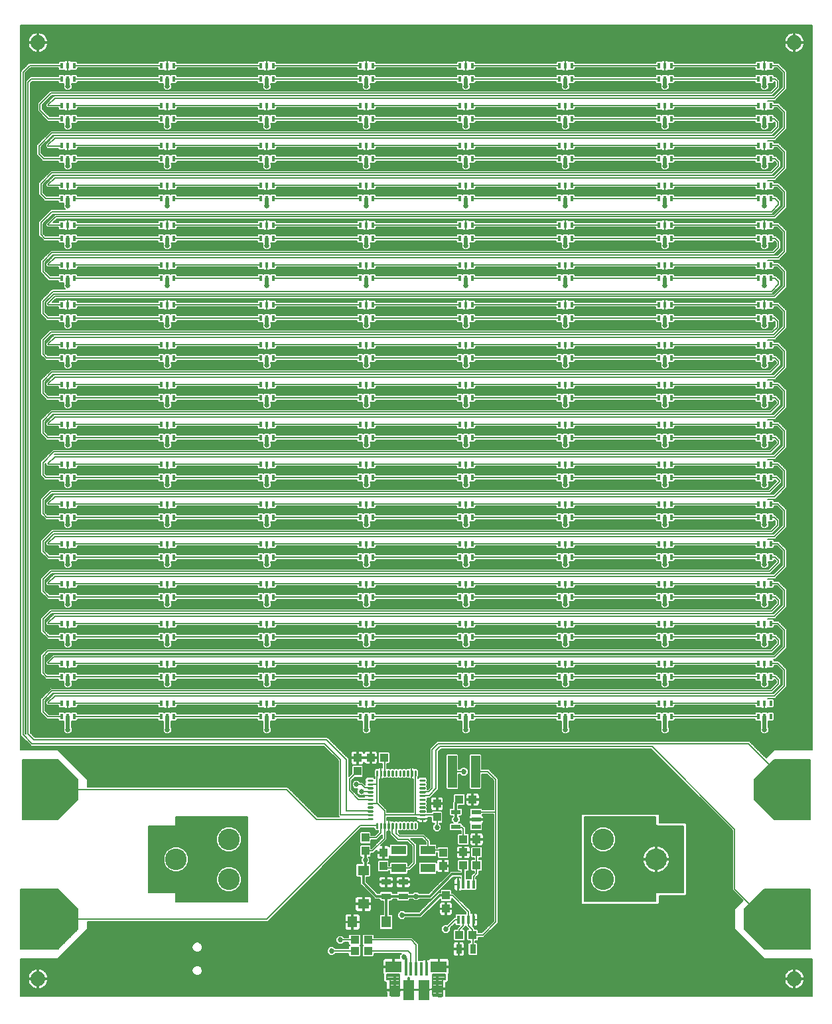
<source format=gtl>
G75*
%MOIN*%
%OFA0B0*%
%FSLAX25Y25*%
%IPPOS*%
%LPD*%
%AMOC8*
5,1,8,0,0,1.08239X$1,22.5*
%
%ADD10R,0.01575X0.02756*%
%ADD11C,0.01004*%
%ADD12R,0.03937X0.04331*%
%ADD13R,0.04331X0.03937*%
%ADD14R,0.07480X0.04331*%
%ADD15R,0.01575X0.06890*%
%ADD16R,0.07874X0.05748*%
%ADD17R,0.05610X0.09843*%
%ADD18C,0.03937*%
%ADD19C,0.04331*%
%ADD20C,0.00800*%
%ADD21C,0.07400*%
%ADD22R,0.04724X0.02165*%
%ADD23R,0.01575X0.04331*%
%ADD24R,0.05787X0.05000*%
%ADD25R,0.05000X0.05787*%
%ADD26R,0.04724X0.03150*%
%ADD27R,0.03150X0.04724*%
%ADD28R,0.04500X0.16100*%
%ADD29C,0.10800*%
%ADD30C,0.00600*%
%ADD31C,0.02000*%
%ADD32C,0.02578*%
%ADD33C,0.01200*%
%ADD34C,0.02700*%
D10*
X0023150Y0150178D03*
X0026300Y0150178D03*
X0029450Y0150178D03*
X0029450Y0156871D03*
X0026300Y0156871D03*
X0023150Y0156871D03*
X0023150Y0170178D03*
X0026300Y0170178D03*
X0029450Y0170178D03*
X0029450Y0176871D03*
X0026300Y0176871D03*
X0023150Y0176871D03*
X0023150Y0190178D03*
X0026300Y0190178D03*
X0029450Y0190178D03*
X0029450Y0196871D03*
X0026300Y0196871D03*
X0023150Y0196871D03*
X0023150Y0210178D03*
X0026300Y0210178D03*
X0029450Y0210178D03*
X0029450Y0216871D03*
X0026300Y0216871D03*
X0023150Y0216871D03*
X0023150Y0230178D03*
X0026300Y0230178D03*
X0029450Y0230178D03*
X0029450Y0236871D03*
X0026300Y0236871D03*
X0023150Y0236871D03*
X0023150Y0250178D03*
X0026300Y0250178D03*
X0029450Y0250178D03*
X0029450Y0256871D03*
X0026300Y0256871D03*
X0023150Y0256871D03*
X0023150Y0270178D03*
X0026300Y0270178D03*
X0029450Y0270178D03*
X0029450Y0276871D03*
X0026300Y0276871D03*
X0023150Y0276871D03*
X0023150Y0290178D03*
X0026300Y0290178D03*
X0029450Y0290178D03*
X0029450Y0296871D03*
X0026300Y0296871D03*
X0023150Y0296871D03*
X0023150Y0310178D03*
X0026300Y0310178D03*
X0029450Y0310178D03*
X0029450Y0316871D03*
X0026300Y0316871D03*
X0023150Y0316871D03*
X0023150Y0330178D03*
X0026300Y0330178D03*
X0029450Y0330178D03*
X0029450Y0336871D03*
X0026300Y0336871D03*
X0023150Y0336871D03*
X0023150Y0350178D03*
X0026300Y0350178D03*
X0029450Y0350178D03*
X0029450Y0356871D03*
X0026300Y0356871D03*
X0023150Y0356871D03*
X0023150Y0370178D03*
X0026300Y0370178D03*
X0029450Y0370178D03*
X0029450Y0376871D03*
X0026300Y0376871D03*
X0023150Y0376871D03*
X0023150Y0390178D03*
X0026300Y0390178D03*
X0029450Y0390178D03*
X0029450Y0396871D03*
X0026300Y0396871D03*
X0023150Y0396871D03*
X0023150Y0410178D03*
X0026300Y0410178D03*
X0029450Y0410178D03*
X0029450Y0416871D03*
X0026300Y0416871D03*
X0023150Y0416871D03*
X0023150Y0430178D03*
X0026300Y0430178D03*
X0029450Y0430178D03*
X0029450Y0436871D03*
X0026300Y0436871D03*
X0023150Y0436871D03*
X0023150Y0450178D03*
X0026300Y0450178D03*
X0029450Y0450178D03*
X0029450Y0456871D03*
X0026300Y0456871D03*
X0023150Y0456871D03*
X0023150Y0470178D03*
X0026300Y0470178D03*
X0029450Y0470178D03*
X0029450Y0476871D03*
X0026300Y0476871D03*
X0023150Y0476871D03*
X0073150Y0476871D03*
X0076300Y0476871D03*
X0079450Y0476871D03*
X0079450Y0470178D03*
X0076300Y0470178D03*
X0073150Y0470178D03*
X0073150Y0456871D03*
X0076300Y0456871D03*
X0079450Y0456871D03*
X0079450Y0450178D03*
X0076300Y0450178D03*
X0073150Y0450178D03*
X0073150Y0436871D03*
X0076300Y0436871D03*
X0079450Y0436871D03*
X0079450Y0430178D03*
X0076300Y0430178D03*
X0073150Y0430178D03*
X0073150Y0416871D03*
X0076300Y0416871D03*
X0079450Y0416871D03*
X0079450Y0410178D03*
X0076300Y0410178D03*
X0073150Y0410178D03*
X0073150Y0396871D03*
X0076300Y0396871D03*
X0079450Y0396871D03*
X0079450Y0390178D03*
X0076300Y0390178D03*
X0073150Y0390178D03*
X0073150Y0376871D03*
X0076300Y0376871D03*
X0079450Y0376871D03*
X0079450Y0370178D03*
X0076300Y0370178D03*
X0073150Y0370178D03*
X0073150Y0356871D03*
X0076300Y0356871D03*
X0079450Y0356871D03*
X0079450Y0350178D03*
X0076300Y0350178D03*
X0073150Y0350178D03*
X0073150Y0336871D03*
X0076300Y0336871D03*
X0079450Y0336871D03*
X0079450Y0330178D03*
X0076300Y0330178D03*
X0073150Y0330178D03*
X0073150Y0316871D03*
X0076300Y0316871D03*
X0079450Y0316871D03*
X0079450Y0310178D03*
X0076300Y0310178D03*
X0073150Y0310178D03*
X0073150Y0296871D03*
X0076300Y0296871D03*
X0079450Y0296871D03*
X0079450Y0290178D03*
X0076300Y0290178D03*
X0073150Y0290178D03*
X0073150Y0276871D03*
X0076300Y0276871D03*
X0079450Y0276871D03*
X0079450Y0270178D03*
X0076300Y0270178D03*
X0073150Y0270178D03*
X0073150Y0256871D03*
X0076300Y0256871D03*
X0079450Y0256871D03*
X0079450Y0250178D03*
X0076300Y0250178D03*
X0073150Y0250178D03*
X0073150Y0236871D03*
X0076300Y0236871D03*
X0079450Y0236871D03*
X0079450Y0230178D03*
X0076300Y0230178D03*
X0073150Y0230178D03*
X0073150Y0216871D03*
X0076300Y0216871D03*
X0079450Y0216871D03*
X0079450Y0210178D03*
X0076300Y0210178D03*
X0073150Y0210178D03*
X0073150Y0196871D03*
X0076300Y0196871D03*
X0079450Y0196871D03*
X0079450Y0190178D03*
X0076300Y0190178D03*
X0073150Y0190178D03*
X0073150Y0176871D03*
X0076300Y0176871D03*
X0079450Y0176871D03*
X0079450Y0170178D03*
X0076300Y0170178D03*
X0073150Y0170178D03*
X0073150Y0156871D03*
X0076300Y0156871D03*
X0079450Y0156871D03*
X0079450Y0150178D03*
X0076300Y0150178D03*
X0073150Y0150178D03*
X0123150Y0150178D03*
X0126300Y0150178D03*
X0129450Y0150178D03*
X0129450Y0156871D03*
X0126300Y0156871D03*
X0123150Y0156871D03*
X0123150Y0170178D03*
X0126300Y0170178D03*
X0129450Y0170178D03*
X0129450Y0176871D03*
X0126300Y0176871D03*
X0123150Y0176871D03*
X0123150Y0190178D03*
X0126300Y0190178D03*
X0129450Y0190178D03*
X0129450Y0196871D03*
X0126300Y0196871D03*
X0123150Y0196871D03*
X0123150Y0210178D03*
X0126300Y0210178D03*
X0129450Y0210178D03*
X0129450Y0216871D03*
X0126300Y0216871D03*
X0123150Y0216871D03*
X0123150Y0230178D03*
X0126300Y0230178D03*
X0129450Y0230178D03*
X0129450Y0236871D03*
X0126300Y0236871D03*
X0123150Y0236871D03*
X0123150Y0250178D03*
X0126300Y0250178D03*
X0129450Y0250178D03*
X0129450Y0256871D03*
X0126300Y0256871D03*
X0123150Y0256871D03*
X0123150Y0270178D03*
X0126300Y0270178D03*
X0129450Y0270178D03*
X0129450Y0276871D03*
X0126300Y0276871D03*
X0123150Y0276871D03*
X0123150Y0290178D03*
X0126300Y0290178D03*
X0129450Y0290178D03*
X0129450Y0296871D03*
X0126300Y0296871D03*
X0123150Y0296871D03*
X0123150Y0310178D03*
X0126300Y0310178D03*
X0129450Y0310178D03*
X0129450Y0316871D03*
X0126300Y0316871D03*
X0123150Y0316871D03*
X0123150Y0330178D03*
X0126300Y0330178D03*
X0129450Y0330178D03*
X0129450Y0336871D03*
X0126300Y0336871D03*
X0123150Y0336871D03*
X0123150Y0350178D03*
X0126300Y0350178D03*
X0129450Y0350178D03*
X0129450Y0356871D03*
X0126300Y0356871D03*
X0123150Y0356871D03*
X0123150Y0370178D03*
X0126300Y0370178D03*
X0129450Y0370178D03*
X0129450Y0376871D03*
X0126300Y0376871D03*
X0123150Y0376871D03*
X0123150Y0390178D03*
X0126300Y0390178D03*
X0129450Y0390178D03*
X0129450Y0396871D03*
X0126300Y0396871D03*
X0123150Y0396871D03*
X0123150Y0410178D03*
X0126300Y0410178D03*
X0129450Y0410178D03*
X0129450Y0416871D03*
X0126300Y0416871D03*
X0123150Y0416871D03*
X0123150Y0430178D03*
X0126300Y0430178D03*
X0129450Y0430178D03*
X0129450Y0436871D03*
X0126300Y0436871D03*
X0123150Y0436871D03*
X0123150Y0450178D03*
X0126300Y0450178D03*
X0129450Y0450178D03*
X0129450Y0456871D03*
X0126300Y0456871D03*
X0123150Y0456871D03*
X0123150Y0470178D03*
X0126300Y0470178D03*
X0129450Y0470178D03*
X0129450Y0476871D03*
X0126300Y0476871D03*
X0123150Y0476871D03*
X0173150Y0476871D03*
X0176300Y0476871D03*
X0179450Y0476871D03*
X0179450Y0470178D03*
X0176300Y0470178D03*
X0173150Y0470178D03*
X0173150Y0456871D03*
X0176300Y0456871D03*
X0179450Y0456871D03*
X0179450Y0450178D03*
X0176300Y0450178D03*
X0173150Y0450178D03*
X0173150Y0436871D03*
X0176300Y0436871D03*
X0179450Y0436871D03*
X0179450Y0430178D03*
X0176300Y0430178D03*
X0173150Y0430178D03*
X0173150Y0416871D03*
X0176300Y0416871D03*
X0179450Y0416871D03*
X0179450Y0410178D03*
X0176300Y0410178D03*
X0173150Y0410178D03*
X0173150Y0396871D03*
X0176300Y0396871D03*
X0179450Y0396871D03*
X0179450Y0390178D03*
X0176300Y0390178D03*
X0173150Y0390178D03*
X0173150Y0376871D03*
X0176300Y0376871D03*
X0179450Y0376871D03*
X0179450Y0370178D03*
X0176300Y0370178D03*
X0173150Y0370178D03*
X0173150Y0356871D03*
X0176300Y0356871D03*
X0179450Y0356871D03*
X0179450Y0350178D03*
X0176300Y0350178D03*
X0173150Y0350178D03*
X0173150Y0336871D03*
X0176300Y0336871D03*
X0179450Y0336871D03*
X0179450Y0330178D03*
X0176300Y0330178D03*
X0173150Y0330178D03*
X0173150Y0316871D03*
X0176300Y0316871D03*
X0179450Y0316871D03*
X0179450Y0310178D03*
X0176300Y0310178D03*
X0173150Y0310178D03*
X0173150Y0296871D03*
X0176300Y0296871D03*
X0179450Y0296871D03*
X0179450Y0290178D03*
X0176300Y0290178D03*
X0173150Y0290178D03*
X0173150Y0276871D03*
X0176300Y0276871D03*
X0179450Y0276871D03*
X0179450Y0270178D03*
X0176300Y0270178D03*
X0173150Y0270178D03*
X0173150Y0256871D03*
X0176300Y0256871D03*
X0179450Y0256871D03*
X0179450Y0250178D03*
X0176300Y0250178D03*
X0173150Y0250178D03*
X0173150Y0236871D03*
X0176300Y0236871D03*
X0179450Y0236871D03*
X0179450Y0230178D03*
X0176300Y0230178D03*
X0173150Y0230178D03*
X0173150Y0216871D03*
X0176300Y0216871D03*
X0179450Y0216871D03*
X0179450Y0210178D03*
X0176300Y0210178D03*
X0173150Y0210178D03*
X0173150Y0196871D03*
X0176300Y0196871D03*
X0179450Y0196871D03*
X0179450Y0190178D03*
X0176300Y0190178D03*
X0173150Y0190178D03*
X0173150Y0176871D03*
X0176300Y0176871D03*
X0179450Y0176871D03*
X0179450Y0170178D03*
X0176300Y0170178D03*
X0173150Y0170178D03*
X0173150Y0156871D03*
X0176300Y0156871D03*
X0179450Y0156871D03*
X0179450Y0150178D03*
X0176300Y0150178D03*
X0173150Y0150178D03*
X0223150Y0150178D03*
X0226300Y0150178D03*
X0229450Y0150178D03*
X0229450Y0156871D03*
X0226300Y0156871D03*
X0223150Y0156871D03*
X0223150Y0170178D03*
X0226300Y0170178D03*
X0229450Y0170178D03*
X0229450Y0176871D03*
X0226300Y0176871D03*
X0223150Y0176871D03*
X0223150Y0190178D03*
X0226300Y0190178D03*
X0229450Y0190178D03*
X0229450Y0196871D03*
X0226300Y0196871D03*
X0223150Y0196871D03*
X0223150Y0210178D03*
X0226300Y0210178D03*
X0229450Y0210178D03*
X0229450Y0216871D03*
X0226300Y0216871D03*
X0223150Y0216871D03*
X0223150Y0230178D03*
X0226300Y0230178D03*
X0229450Y0230178D03*
X0229450Y0236871D03*
X0226300Y0236871D03*
X0223150Y0236871D03*
X0223150Y0250178D03*
X0226300Y0250178D03*
X0229450Y0250178D03*
X0229450Y0256871D03*
X0226300Y0256871D03*
X0223150Y0256871D03*
X0223150Y0270178D03*
X0226300Y0270178D03*
X0229450Y0270178D03*
X0229450Y0276871D03*
X0226300Y0276871D03*
X0223150Y0276871D03*
X0223150Y0290178D03*
X0226300Y0290178D03*
X0229450Y0290178D03*
X0229450Y0296871D03*
X0226300Y0296871D03*
X0223150Y0296871D03*
X0223150Y0310178D03*
X0226300Y0310178D03*
X0229450Y0310178D03*
X0229450Y0316871D03*
X0226300Y0316871D03*
X0223150Y0316871D03*
X0223150Y0330178D03*
X0226300Y0330178D03*
X0229450Y0330178D03*
X0229450Y0336871D03*
X0226300Y0336871D03*
X0223150Y0336871D03*
X0223150Y0350178D03*
X0226300Y0350178D03*
X0229450Y0350178D03*
X0229450Y0356871D03*
X0226300Y0356871D03*
X0223150Y0356871D03*
X0223150Y0370178D03*
X0226300Y0370178D03*
X0229450Y0370178D03*
X0229450Y0376871D03*
X0226300Y0376871D03*
X0223150Y0376871D03*
X0223150Y0390178D03*
X0226300Y0390178D03*
X0229450Y0390178D03*
X0229450Y0396871D03*
X0226300Y0396871D03*
X0223150Y0396871D03*
X0223150Y0410178D03*
X0226300Y0410178D03*
X0229450Y0410178D03*
X0229450Y0416871D03*
X0226300Y0416871D03*
X0223150Y0416871D03*
X0223150Y0430178D03*
X0226300Y0430178D03*
X0229450Y0430178D03*
X0229450Y0436871D03*
X0226300Y0436871D03*
X0223150Y0436871D03*
X0223150Y0450178D03*
X0226300Y0450178D03*
X0229450Y0450178D03*
X0229450Y0456871D03*
X0226300Y0456871D03*
X0223150Y0456871D03*
X0223150Y0470178D03*
X0226300Y0470178D03*
X0229450Y0470178D03*
X0229450Y0476871D03*
X0226300Y0476871D03*
X0223150Y0476871D03*
X0273150Y0476871D03*
X0276300Y0476871D03*
X0279450Y0476871D03*
X0279450Y0470178D03*
X0276300Y0470178D03*
X0273150Y0470178D03*
X0273150Y0456871D03*
X0276300Y0456871D03*
X0279450Y0456871D03*
X0279450Y0450178D03*
X0276300Y0450178D03*
X0273150Y0450178D03*
X0273150Y0436871D03*
X0276300Y0436871D03*
X0279450Y0436871D03*
X0279450Y0430178D03*
X0276300Y0430178D03*
X0273150Y0430178D03*
X0273150Y0416871D03*
X0276300Y0416871D03*
X0279450Y0416871D03*
X0279450Y0410178D03*
X0276300Y0410178D03*
X0273150Y0410178D03*
X0273150Y0396871D03*
X0276300Y0396871D03*
X0279450Y0396871D03*
X0279450Y0390178D03*
X0276300Y0390178D03*
X0273150Y0390178D03*
X0273150Y0376871D03*
X0276300Y0376871D03*
X0279450Y0376871D03*
X0279450Y0370178D03*
X0276300Y0370178D03*
X0273150Y0370178D03*
X0273150Y0356871D03*
X0276300Y0356871D03*
X0279450Y0356871D03*
X0279450Y0350178D03*
X0276300Y0350178D03*
X0273150Y0350178D03*
X0273150Y0336871D03*
X0276300Y0336871D03*
X0279450Y0336871D03*
X0279450Y0330178D03*
X0276300Y0330178D03*
X0273150Y0330178D03*
X0273150Y0316871D03*
X0276300Y0316871D03*
X0279450Y0316871D03*
X0279450Y0310178D03*
X0276300Y0310178D03*
X0273150Y0310178D03*
X0273150Y0296871D03*
X0276300Y0296871D03*
X0279450Y0296871D03*
X0279450Y0290178D03*
X0276300Y0290178D03*
X0273150Y0290178D03*
X0273150Y0276871D03*
X0276300Y0276871D03*
X0279450Y0276871D03*
X0279450Y0270178D03*
X0276300Y0270178D03*
X0273150Y0270178D03*
X0273150Y0256871D03*
X0276300Y0256871D03*
X0279450Y0256871D03*
X0279450Y0250178D03*
X0276300Y0250178D03*
X0273150Y0250178D03*
X0273150Y0236871D03*
X0276300Y0236871D03*
X0279450Y0236871D03*
X0279450Y0230178D03*
X0276300Y0230178D03*
X0273150Y0230178D03*
X0273150Y0216871D03*
X0276300Y0216871D03*
X0279450Y0216871D03*
X0279450Y0210178D03*
X0276300Y0210178D03*
X0273150Y0210178D03*
X0273150Y0196871D03*
X0276300Y0196871D03*
X0279450Y0196871D03*
X0279450Y0190178D03*
X0276300Y0190178D03*
X0273150Y0190178D03*
X0273150Y0176871D03*
X0276300Y0176871D03*
X0279450Y0176871D03*
X0279450Y0170178D03*
X0276300Y0170178D03*
X0273150Y0170178D03*
X0273150Y0156871D03*
X0276300Y0156871D03*
X0279450Y0156871D03*
X0279450Y0150178D03*
X0276300Y0150178D03*
X0273150Y0150178D03*
X0323150Y0150178D03*
X0326300Y0150178D03*
X0329450Y0150178D03*
X0329450Y0156871D03*
X0326300Y0156871D03*
X0323150Y0156871D03*
X0323150Y0170178D03*
X0326300Y0170178D03*
X0329450Y0170178D03*
X0329450Y0176871D03*
X0326300Y0176871D03*
X0323150Y0176871D03*
X0323150Y0190178D03*
X0326300Y0190178D03*
X0329450Y0190178D03*
X0329450Y0196871D03*
X0326300Y0196871D03*
X0323150Y0196871D03*
X0323150Y0210178D03*
X0326300Y0210178D03*
X0329450Y0210178D03*
X0329450Y0216871D03*
X0326300Y0216871D03*
X0323150Y0216871D03*
X0323150Y0230178D03*
X0326300Y0230178D03*
X0329450Y0230178D03*
X0329450Y0236871D03*
X0326300Y0236871D03*
X0323150Y0236871D03*
X0323150Y0250178D03*
X0326300Y0250178D03*
X0329450Y0250178D03*
X0329450Y0256871D03*
X0326300Y0256871D03*
X0323150Y0256871D03*
X0323150Y0270178D03*
X0326300Y0270178D03*
X0329450Y0270178D03*
X0329450Y0276871D03*
X0326300Y0276871D03*
X0323150Y0276871D03*
X0323150Y0290178D03*
X0326300Y0290178D03*
X0329450Y0290178D03*
X0329450Y0296871D03*
X0326300Y0296871D03*
X0323150Y0296871D03*
X0323150Y0310178D03*
X0326300Y0310178D03*
X0329450Y0310178D03*
X0329450Y0316871D03*
X0326300Y0316871D03*
X0323150Y0316871D03*
X0323150Y0330178D03*
X0326300Y0330178D03*
X0329450Y0330178D03*
X0329450Y0336871D03*
X0326300Y0336871D03*
X0323150Y0336871D03*
X0323150Y0350178D03*
X0326300Y0350178D03*
X0329450Y0350178D03*
X0329450Y0356871D03*
X0326300Y0356871D03*
X0323150Y0356871D03*
X0323150Y0370178D03*
X0326300Y0370178D03*
X0329450Y0370178D03*
X0329450Y0376871D03*
X0326300Y0376871D03*
X0323150Y0376871D03*
X0323150Y0390178D03*
X0326300Y0390178D03*
X0329450Y0390178D03*
X0329450Y0396871D03*
X0326300Y0396871D03*
X0323150Y0396871D03*
X0323150Y0410178D03*
X0326300Y0410178D03*
X0329450Y0410178D03*
X0329450Y0416871D03*
X0326300Y0416871D03*
X0323150Y0416871D03*
X0323150Y0430178D03*
X0326300Y0430178D03*
X0329450Y0430178D03*
X0329450Y0436871D03*
X0326300Y0436871D03*
X0323150Y0436871D03*
X0323150Y0450178D03*
X0326300Y0450178D03*
X0329450Y0450178D03*
X0329450Y0456871D03*
X0326300Y0456871D03*
X0323150Y0456871D03*
X0323150Y0470178D03*
X0326300Y0470178D03*
X0329450Y0470178D03*
X0329450Y0476871D03*
X0326300Y0476871D03*
X0323150Y0476871D03*
X0373150Y0476871D03*
X0376300Y0476871D03*
X0379450Y0476871D03*
X0379450Y0470178D03*
X0376300Y0470178D03*
X0373150Y0470178D03*
X0373150Y0456871D03*
X0376300Y0456871D03*
X0379450Y0456871D03*
X0379450Y0450178D03*
X0376300Y0450178D03*
X0373150Y0450178D03*
X0373150Y0436871D03*
X0376300Y0436871D03*
X0379450Y0436871D03*
X0379450Y0430178D03*
X0376300Y0430178D03*
X0373150Y0430178D03*
X0373150Y0416871D03*
X0376300Y0416871D03*
X0379450Y0416871D03*
X0379450Y0410178D03*
X0376300Y0410178D03*
X0373150Y0410178D03*
X0373150Y0396871D03*
X0376300Y0396871D03*
X0379450Y0396871D03*
X0379450Y0390178D03*
X0376300Y0390178D03*
X0373150Y0390178D03*
X0373150Y0376871D03*
X0376300Y0376871D03*
X0379450Y0376871D03*
X0379450Y0370178D03*
X0376300Y0370178D03*
X0373150Y0370178D03*
X0373150Y0356871D03*
X0376300Y0356871D03*
X0379450Y0356871D03*
X0379450Y0350178D03*
X0376300Y0350178D03*
X0373150Y0350178D03*
X0373150Y0336871D03*
X0376300Y0336871D03*
X0379450Y0336871D03*
X0379450Y0330178D03*
X0376300Y0330178D03*
X0373150Y0330178D03*
X0373150Y0316871D03*
X0376300Y0316871D03*
X0379450Y0316871D03*
X0379450Y0310178D03*
X0376300Y0310178D03*
X0373150Y0310178D03*
X0373150Y0296871D03*
X0376300Y0296871D03*
X0379450Y0296871D03*
X0379450Y0290178D03*
X0376300Y0290178D03*
X0373150Y0290178D03*
X0373150Y0276871D03*
X0376300Y0276871D03*
X0379450Y0276871D03*
X0379450Y0270178D03*
X0376300Y0270178D03*
X0373150Y0270178D03*
X0373150Y0256871D03*
X0376300Y0256871D03*
X0379450Y0256871D03*
X0379450Y0250178D03*
X0376300Y0250178D03*
X0373150Y0250178D03*
X0373150Y0236871D03*
X0376300Y0236871D03*
X0379450Y0236871D03*
X0379450Y0230178D03*
X0376300Y0230178D03*
X0373150Y0230178D03*
X0373150Y0216871D03*
X0376300Y0216871D03*
X0379450Y0216871D03*
X0379450Y0210178D03*
X0376300Y0210178D03*
X0373150Y0210178D03*
X0373150Y0196871D03*
X0376300Y0196871D03*
X0379450Y0196871D03*
X0379450Y0190178D03*
X0376300Y0190178D03*
X0373150Y0190178D03*
X0373150Y0176871D03*
X0376300Y0176871D03*
X0379450Y0176871D03*
X0379450Y0170178D03*
X0376300Y0170178D03*
X0373150Y0170178D03*
X0373150Y0156871D03*
X0376300Y0156871D03*
X0379450Y0156871D03*
X0379450Y0150178D03*
X0376300Y0150178D03*
X0373150Y0150178D03*
D11*
X0205509Y0118289D02*
X0203363Y0118289D01*
X0205509Y0118289D02*
X0205509Y0118113D01*
X0203363Y0118113D01*
X0203363Y0118289D01*
X0203363Y0116320D02*
X0205509Y0116320D01*
X0205509Y0116144D01*
X0203363Y0116144D01*
X0203363Y0116320D01*
X0203363Y0114435D02*
X0205509Y0114435D01*
X0205509Y0114259D01*
X0203363Y0114259D01*
X0203363Y0114435D01*
X0203363Y0112466D02*
X0205509Y0112466D01*
X0205509Y0112290D01*
X0203363Y0112290D01*
X0203363Y0112466D01*
X0203363Y0110581D02*
X0205509Y0110581D01*
X0205509Y0110405D01*
X0203363Y0110405D01*
X0203363Y0110581D01*
X0203363Y0108436D02*
X0205509Y0108436D01*
X0203363Y0108436D02*
X0203363Y0108612D01*
X0205509Y0108612D01*
X0205509Y0108436D01*
X0205509Y0106468D02*
X0203363Y0106468D01*
X0203363Y0106644D01*
X0205509Y0106644D01*
X0205509Y0106468D01*
X0205509Y0104583D02*
X0203363Y0104583D01*
X0203363Y0104759D01*
X0205509Y0104759D01*
X0205509Y0104583D01*
X0205509Y0102614D02*
X0203363Y0102614D01*
X0203363Y0102790D01*
X0205509Y0102790D01*
X0205509Y0102614D01*
X0205509Y0100729D02*
X0203363Y0100729D01*
X0203363Y0100905D01*
X0205509Y0100905D01*
X0205509Y0100729D01*
X0205509Y0098760D02*
X0203363Y0098760D01*
X0203363Y0098936D01*
X0205509Y0098936D01*
X0205509Y0098760D01*
X0201064Y0096462D02*
X0201064Y0094316D01*
X0200888Y0094316D01*
X0200888Y0096462D01*
X0201064Y0096462D01*
X0201064Y0095270D02*
X0200888Y0095270D01*
X0200888Y0096224D02*
X0201064Y0096224D01*
X0199096Y0096462D02*
X0199096Y0094316D01*
X0198920Y0094316D01*
X0198920Y0096462D01*
X0199096Y0096462D01*
X0199096Y0095270D02*
X0198920Y0095270D01*
X0198920Y0096224D02*
X0199096Y0096224D01*
X0197210Y0096462D02*
X0197210Y0094316D01*
X0197034Y0094316D01*
X0197034Y0096462D01*
X0197210Y0096462D01*
X0197210Y0095270D02*
X0197034Y0095270D01*
X0197034Y0096224D02*
X0197210Y0096224D01*
X0195242Y0096462D02*
X0195242Y0094316D01*
X0195066Y0094316D01*
X0195066Y0096462D01*
X0195242Y0096462D01*
X0195242Y0095270D02*
X0195066Y0095270D01*
X0195066Y0096224D02*
X0195242Y0096224D01*
X0193357Y0096462D02*
X0193357Y0094316D01*
X0193181Y0094316D01*
X0193181Y0096462D01*
X0193357Y0096462D01*
X0193357Y0095270D02*
X0193181Y0095270D01*
X0193181Y0096224D02*
X0193357Y0096224D01*
X0191212Y0096462D02*
X0191212Y0094316D01*
X0191212Y0096462D02*
X0191388Y0096462D01*
X0191388Y0094316D01*
X0191212Y0094316D01*
X0191212Y0095270D02*
X0191388Y0095270D01*
X0191388Y0096224D02*
X0191212Y0096224D01*
X0189243Y0096462D02*
X0189243Y0094316D01*
X0189243Y0096462D02*
X0189419Y0096462D01*
X0189419Y0094316D01*
X0189243Y0094316D01*
X0189243Y0095270D02*
X0189419Y0095270D01*
X0189419Y0096224D02*
X0189243Y0096224D01*
X0187358Y0096462D02*
X0187358Y0094316D01*
X0187358Y0096462D02*
X0187534Y0096462D01*
X0187534Y0094316D01*
X0187358Y0094316D01*
X0187358Y0095270D02*
X0187534Y0095270D01*
X0187534Y0096224D02*
X0187358Y0096224D01*
X0185390Y0096462D02*
X0185390Y0094316D01*
X0185390Y0096462D02*
X0185566Y0096462D01*
X0185566Y0094316D01*
X0185390Y0094316D01*
X0185390Y0095270D02*
X0185566Y0095270D01*
X0185566Y0096224D02*
X0185390Y0096224D01*
X0183504Y0096462D02*
X0183504Y0094316D01*
X0183504Y0096462D02*
X0183680Y0096462D01*
X0183680Y0094316D01*
X0183504Y0094316D01*
X0183504Y0095270D02*
X0183680Y0095270D01*
X0183680Y0096224D02*
X0183504Y0096224D01*
X0181536Y0096462D02*
X0181536Y0094316D01*
X0181536Y0096462D02*
X0181712Y0096462D01*
X0181712Y0094316D01*
X0181536Y0094316D01*
X0181536Y0095270D02*
X0181712Y0095270D01*
X0181712Y0096224D02*
X0181536Y0096224D01*
X0179237Y0098760D02*
X0177091Y0098760D01*
X0177091Y0098936D01*
X0179237Y0098936D01*
X0179237Y0098760D01*
X0179237Y0100729D02*
X0177091Y0100729D01*
X0177091Y0100905D01*
X0179237Y0100905D01*
X0179237Y0100729D01*
X0179237Y0102614D02*
X0177091Y0102614D01*
X0177091Y0102790D01*
X0179237Y0102790D01*
X0179237Y0102614D01*
X0179237Y0104583D02*
X0177091Y0104583D01*
X0177091Y0104759D01*
X0179237Y0104759D01*
X0179237Y0104583D01*
X0179237Y0106468D02*
X0177091Y0106468D01*
X0177091Y0106644D01*
X0179237Y0106644D01*
X0179237Y0106468D01*
X0179237Y0108612D02*
X0177091Y0108612D01*
X0179237Y0108612D02*
X0179237Y0108436D01*
X0177091Y0108436D01*
X0177091Y0108612D01*
X0177091Y0110581D02*
X0179237Y0110581D01*
X0179237Y0110405D01*
X0177091Y0110405D01*
X0177091Y0110581D01*
X0177091Y0112466D02*
X0179237Y0112466D01*
X0179237Y0112290D01*
X0177091Y0112290D01*
X0177091Y0112466D01*
X0177091Y0114435D02*
X0179237Y0114435D01*
X0179237Y0114259D01*
X0177091Y0114259D01*
X0177091Y0114435D01*
X0177091Y0116320D02*
X0179237Y0116320D01*
X0179237Y0116144D01*
X0177091Y0116144D01*
X0177091Y0116320D01*
X0177091Y0118289D02*
X0179237Y0118289D01*
X0179237Y0118113D01*
X0177091Y0118113D01*
X0177091Y0118289D01*
X0181536Y0120587D02*
X0181536Y0122733D01*
X0181712Y0122733D01*
X0181712Y0120587D01*
X0181536Y0120587D01*
X0181536Y0121541D02*
X0181712Y0121541D01*
X0181712Y0122495D02*
X0181536Y0122495D01*
X0183504Y0122733D02*
X0183504Y0120587D01*
X0183504Y0122733D02*
X0183680Y0122733D01*
X0183680Y0120587D01*
X0183504Y0120587D01*
X0183504Y0121541D02*
X0183680Y0121541D01*
X0183680Y0122495D02*
X0183504Y0122495D01*
X0185390Y0122733D02*
X0185390Y0120587D01*
X0185390Y0122733D02*
X0185566Y0122733D01*
X0185566Y0120587D01*
X0185390Y0120587D01*
X0185390Y0121541D02*
X0185566Y0121541D01*
X0185566Y0122495D02*
X0185390Y0122495D01*
X0187358Y0122733D02*
X0187358Y0120587D01*
X0187358Y0122733D02*
X0187534Y0122733D01*
X0187534Y0120587D01*
X0187358Y0120587D01*
X0187358Y0121541D02*
X0187534Y0121541D01*
X0187534Y0122495D02*
X0187358Y0122495D01*
X0189243Y0122733D02*
X0189243Y0120587D01*
X0189243Y0122733D02*
X0189419Y0122733D01*
X0189419Y0120587D01*
X0189243Y0120587D01*
X0189243Y0121541D02*
X0189419Y0121541D01*
X0189419Y0122495D02*
X0189243Y0122495D01*
X0191388Y0122733D02*
X0191388Y0120587D01*
X0191212Y0120587D01*
X0191212Y0122733D01*
X0191388Y0122733D01*
X0191388Y0121541D02*
X0191212Y0121541D01*
X0191212Y0122495D02*
X0191388Y0122495D01*
X0193357Y0122733D02*
X0193357Y0120587D01*
X0193181Y0120587D01*
X0193181Y0122733D01*
X0193357Y0122733D01*
X0193357Y0121541D02*
X0193181Y0121541D01*
X0193181Y0122495D02*
X0193357Y0122495D01*
X0195242Y0122733D02*
X0195242Y0120587D01*
X0195066Y0120587D01*
X0195066Y0122733D01*
X0195242Y0122733D01*
X0195242Y0121541D02*
X0195066Y0121541D01*
X0195066Y0122495D02*
X0195242Y0122495D01*
X0197210Y0122733D02*
X0197210Y0120587D01*
X0197034Y0120587D01*
X0197034Y0122733D01*
X0197210Y0122733D01*
X0197210Y0121541D02*
X0197034Y0121541D01*
X0197034Y0122495D02*
X0197210Y0122495D01*
X0199096Y0122733D02*
X0199096Y0120587D01*
X0198920Y0120587D01*
X0198920Y0122733D01*
X0199096Y0122733D01*
X0199096Y0121541D02*
X0198920Y0121541D01*
X0198920Y0122495D02*
X0199096Y0122495D01*
X0201064Y0122733D02*
X0201064Y0120587D01*
X0200888Y0120587D01*
X0200888Y0122733D01*
X0201064Y0122733D01*
X0201064Y0121541D02*
X0200888Y0121541D01*
X0200888Y0122495D02*
X0201064Y0122495D01*
D12*
X0211800Y0106371D03*
X0211800Y0099678D03*
X0214800Y0081871D03*
X0214800Y0075178D03*
X0216300Y0060371D03*
X0216300Y0053678D03*
X0184800Y0075178D03*
X0184800Y0081871D03*
X0175800Y0082678D03*
X0175800Y0089371D03*
X0171800Y0122678D03*
X0171800Y0129371D03*
D13*
X0178454Y0129524D03*
X0185146Y0129524D03*
X0222954Y0108524D03*
X0229646Y0108524D03*
X0231646Y0088524D03*
X0231646Y0082024D03*
X0231646Y0075524D03*
X0224954Y0075524D03*
X0224954Y0082024D03*
X0224954Y0088524D03*
X0222954Y0040524D03*
X0229646Y0040524D03*
X0177146Y0038024D03*
X0177146Y0032524D03*
X0170454Y0032524D03*
X0170454Y0038024D03*
D14*
X0192517Y0073997D03*
X0192517Y0083052D03*
X0207083Y0083052D03*
X0207083Y0073997D03*
D15*
X0206418Y0023524D03*
X0203859Y0023524D03*
X0201300Y0023524D03*
X0198741Y0023524D03*
X0196182Y0023524D03*
D16*
X0189883Y0024607D03*
X0212717Y0024607D03*
D17*
X0205089Y0012993D03*
X0197511Y0012993D03*
D18*
X0211930Y0013387D03*
D19*
X0190546Y0013561D02*
X0190546Y0011985D01*
X0190546Y0011985D01*
X0190546Y0013561D01*
X0190546Y0013561D01*
D20*
X0188105Y0013315D02*
X0193037Y0013315D01*
X0193036Y0012517D02*
X0188107Y0012517D01*
X0188109Y0011718D02*
X0193034Y0011718D01*
X0193032Y0010920D02*
X0188111Y0010920D01*
X0188111Y0010867D02*
X0188194Y0010566D01*
X0188341Y0010291D01*
X0188547Y0010055D01*
X0188799Y0009871D01*
X0189086Y0009748D01*
X0189393Y0009692D01*
X0189706Y0009706D01*
X0192068Y0009706D01*
X0192335Y0009761D01*
X0192579Y0009885D01*
X0192782Y0010067D01*
X0192932Y0010295D01*
X0193017Y0010555D01*
X0193032Y0010828D01*
X0193052Y0020828D01*
X0186635Y0020828D01*
X0186615Y0018308D01*
X0188091Y0018308D01*
X0188111Y0010867D01*
X0188489Y0010121D02*
X0192818Y0010121D01*
X0193039Y0014114D02*
X0188102Y0014114D01*
X0188100Y0014912D02*
X0193040Y0014912D01*
X0193042Y0015711D02*
X0188098Y0015711D01*
X0188096Y0016510D02*
X0193043Y0016510D01*
X0193045Y0017308D02*
X0188094Y0017308D01*
X0188092Y0018107D02*
X0193047Y0018107D01*
X0193048Y0018905D02*
X0186620Y0018905D01*
X0186626Y0019704D02*
X0193050Y0019704D01*
X0193051Y0020502D02*
X0186632Y0020502D01*
X0209713Y0020502D02*
X0215938Y0020502D01*
X0215938Y0020828D02*
X0209713Y0020828D01*
X0209713Y0010552D01*
X0209737Y0010346D01*
X0209813Y0010153D01*
X0209936Y0009987D01*
X0210098Y0009858D01*
X0210288Y0009775D01*
X0210493Y0009745D01*
X0213898Y0009646D01*
X0214059Y0009659D01*
X0214207Y0009721D01*
X0214329Y0009826D01*
X0214412Y0009963D01*
X0214450Y0010119D01*
X0214450Y0018328D01*
X0215938Y0018328D01*
X0215938Y0020828D01*
X0215938Y0019704D02*
X0209713Y0019704D01*
X0209713Y0018905D02*
X0215938Y0018905D01*
X0214450Y0018107D02*
X0209713Y0018107D01*
X0209713Y0017308D02*
X0214450Y0017308D01*
X0214450Y0016510D02*
X0209713Y0016510D01*
X0209713Y0015711D02*
X0214450Y0015711D01*
X0214450Y0014912D02*
X0209713Y0014912D01*
X0209713Y0014114D02*
X0214450Y0014114D01*
X0214450Y0013315D02*
X0209713Y0013315D01*
X0209713Y0012517D02*
X0214450Y0012517D01*
X0214450Y0011718D02*
X0209713Y0011718D01*
X0209713Y0010920D02*
X0214450Y0010920D01*
X0214450Y0010121D02*
X0209837Y0010121D01*
D21*
X0391300Y0018524D03*
X0391300Y0048524D03*
X0391300Y0113524D03*
X0391300Y0488524D03*
X0011300Y0488524D03*
X0011300Y0113524D03*
X0011300Y0048524D03*
X0011300Y0018524D03*
D22*
X0221181Y0094784D03*
X0221181Y0102265D03*
X0231419Y0102265D03*
X0231419Y0098524D03*
X0231419Y0094784D03*
D23*
X0230139Y0065883D03*
X0227580Y0065883D03*
X0225020Y0065883D03*
X0222461Y0065883D03*
X0222461Y0048166D03*
X0225020Y0048166D03*
X0227580Y0048166D03*
X0230139Y0048166D03*
D24*
X0174800Y0056060D03*
X0174800Y0072989D03*
D25*
X0169335Y0047024D03*
X0186265Y0047024D03*
D26*
X0186300Y0059981D03*
X0186300Y0067068D03*
X0194800Y0067068D03*
X0194800Y0059981D03*
D27*
X0222757Y0033524D03*
X0229843Y0033524D03*
D28*
X0231100Y0122524D03*
X0219500Y0122524D03*
D29*
X0295316Y0088564D03*
X0295316Y0068564D03*
X0321883Y0078564D03*
X0107284Y0088485D03*
X0107284Y0068485D03*
X0080717Y0078485D03*
D30*
X0002500Y0028524D02*
X0002500Y0009724D01*
X0186699Y0009724D01*
X0186486Y0010259D01*
X0186446Y0010512D01*
X0186446Y0010512D01*
X0186412Y0010639D01*
X0186411Y0010732D01*
X0186397Y0010824D01*
X0186411Y0010955D01*
X0186407Y0012473D01*
X0190246Y0012473D01*
X0190246Y0013073D01*
X0186405Y0013073D01*
X0186396Y0016608D01*
X0186391Y0016608D01*
X0186385Y0016610D01*
X0186378Y0016610D01*
X0186169Y0016667D01*
X0185959Y0016724D01*
X0185953Y0016727D01*
X0185946Y0016729D01*
X0185760Y0016839D01*
X0185571Y0016948D01*
X0185566Y0016952D01*
X0185561Y0016956D01*
X0185408Y0017110D01*
X0185408Y0017110D01*
X0185255Y0017264D01*
X0185251Y0017270D01*
X0185251Y0017270D01*
X0185246Y0017275D01*
X0185140Y0017463D01*
X0185140Y0017463D01*
X0185031Y0017652D01*
X0185029Y0017658D01*
X0185029Y0017658D01*
X0185026Y0017664D01*
X0184971Y0017874D01*
X0184971Y0017874D01*
X0184915Y0018084D01*
X0184915Y0018091D01*
X0184913Y0018097D01*
X0184915Y0018314D01*
X0184915Y0018532D01*
X0184917Y0018538D01*
X0184917Y0018538D01*
X0184935Y0020834D01*
X0184935Y0020906D01*
X0184905Y0020935D01*
X0184734Y0021231D01*
X0184646Y0021562D01*
X0184646Y0024307D01*
X0189583Y0024307D01*
X0189583Y0024907D01*
X0189583Y0028781D01*
X0185775Y0028781D01*
X0185444Y0028692D01*
X0185147Y0028521D01*
X0184905Y0028279D01*
X0184734Y0027983D01*
X0184646Y0027652D01*
X0184646Y0024907D01*
X0189583Y0024907D01*
X0190183Y0024907D01*
X0190183Y0028781D01*
X0193050Y0028781D01*
X0193050Y0030456D01*
X0193918Y0031324D01*
X0180212Y0031324D01*
X0180212Y0030183D01*
X0179685Y0029656D01*
X0174608Y0029656D01*
X0174081Y0030183D01*
X0174081Y0034866D01*
X0174490Y0035274D01*
X0174081Y0035683D01*
X0174081Y0040366D01*
X0174608Y0040893D01*
X0179685Y0040893D01*
X0180212Y0040366D01*
X0180212Y0039224D01*
X0199297Y0039224D01*
X0202500Y0036021D01*
X0202500Y0027829D01*
X0202580Y0027750D01*
X0202699Y0027869D01*
X0204692Y0027869D01*
X0204832Y0028010D01*
X0205129Y0028181D01*
X0205460Y0028269D01*
X0206324Y0028269D01*
X0206324Y0023618D01*
X0206512Y0023618D01*
X0206512Y0028269D01*
X0207377Y0028269D01*
X0207686Y0028186D01*
X0207740Y0028279D01*
X0207982Y0028521D01*
X0208279Y0028692D01*
X0208609Y0028781D01*
X0212417Y0028781D01*
X0212417Y0024907D01*
X0213017Y0024907D01*
X0213017Y0028781D01*
X0216825Y0028781D01*
X0217156Y0028692D01*
X0217453Y0028521D01*
X0217695Y0028279D01*
X0217866Y0027983D01*
X0217954Y0027652D01*
X0217954Y0024907D01*
X0213017Y0024907D01*
X0213017Y0024307D01*
X0217954Y0024307D01*
X0217954Y0021562D01*
X0217866Y0021231D01*
X0217695Y0020935D01*
X0217638Y0020878D01*
X0217638Y0018104D01*
X0217522Y0017671D01*
X0217298Y0017284D01*
X0216982Y0016967D01*
X0216594Y0016743D01*
X0216162Y0016628D01*
X0216150Y0016628D01*
X0216150Y0013687D01*
X0212230Y0013687D01*
X0211630Y0013687D01*
X0211630Y0020433D01*
X0212230Y0020433D01*
X0212230Y0013687D01*
X0212230Y0013087D01*
X0216150Y0013087D01*
X0216150Y0010277D01*
X0216162Y0010212D01*
X0216150Y0010054D01*
X0216150Y0009895D01*
X0216132Y0009831D01*
X0216125Y0009740D01*
X0216125Y0009740D01*
X0216121Y0009724D01*
X0400100Y0009724D01*
X0400100Y0028524D01*
X0376300Y0028524D01*
X0361300Y0043524D01*
X0361300Y0053524D01*
X0365451Y0057676D01*
X0360100Y0063027D01*
X0360100Y0064021D01*
X0360100Y0093027D01*
X0319303Y0133824D01*
X0213797Y0133824D01*
X0212500Y0132527D01*
X0212500Y0113527D01*
X0211797Y0112824D01*
X0208266Y0109293D01*
X0206811Y0109293D01*
X0206911Y0109194D01*
X0206911Y0107855D01*
X0206596Y0107540D01*
X0206911Y0107225D01*
X0206911Y0105887D01*
X0206637Y0105613D01*
X0206911Y0105340D01*
X0206911Y0104001D01*
X0206596Y0103686D01*
X0206911Y0103371D01*
X0206911Y0102033D01*
X0206895Y0102017D01*
X0208931Y0102017D01*
X0208931Y0102216D01*
X0209459Y0102743D01*
X0214141Y0102743D01*
X0214668Y0102216D01*
X0214668Y0097140D01*
X0214141Y0096613D01*
X0213000Y0096613D01*
X0213000Y0096506D01*
X0214050Y0095456D01*
X0214050Y0093592D01*
X0212732Y0092274D01*
X0210868Y0092274D01*
X0209550Y0093592D01*
X0209550Y0095456D01*
X0210600Y0096506D01*
X0210600Y0096613D01*
X0209459Y0096613D01*
X0208931Y0097140D01*
X0208931Y0099617D01*
X0207192Y0099617D01*
X0207311Y0099174D01*
X0207311Y0098848D01*
X0204436Y0098848D01*
X0204436Y0096958D01*
X0205746Y0096958D01*
X0206204Y0097081D01*
X0206615Y0097318D01*
X0206951Y0097653D01*
X0207188Y0098064D01*
X0207311Y0098522D01*
X0207311Y0098848D01*
X0204436Y0098848D01*
X0204436Y0098848D01*
X0204436Y0098848D01*
X0204436Y0096958D01*
X0203126Y0096958D01*
X0202667Y0097081D01*
X0202257Y0097318D01*
X0201921Y0097653D01*
X0201684Y0098064D01*
X0201561Y0098522D01*
X0201561Y0098848D01*
X0204436Y0098848D01*
X0204436Y0098848D01*
X0201561Y0098848D01*
X0201561Y0099174D01*
X0201680Y0099617D01*
X0186678Y0099617D01*
X0186678Y0098145D01*
X0187120Y0098263D01*
X0187446Y0098263D01*
X0187446Y0095389D01*
X0187446Y0095389D01*
X0187446Y0098263D01*
X0187772Y0098263D01*
X0188230Y0098141D01*
X0188641Y0097903D01*
X0188681Y0097863D01*
X0190001Y0097863D01*
X0190316Y0097548D01*
X0190631Y0097863D01*
X0191969Y0097863D01*
X0192284Y0097548D01*
X0192599Y0097863D01*
X0193938Y0097863D01*
X0194211Y0097590D01*
X0194484Y0097863D01*
X0195823Y0097863D01*
X0196138Y0097548D01*
X0196453Y0097863D01*
X0197792Y0097863D01*
X0198065Y0097590D01*
X0198338Y0097863D01*
X0199677Y0097863D01*
X0199992Y0097548D01*
X0200307Y0097863D01*
X0201645Y0097863D01*
X0202467Y0097042D01*
X0202467Y0093735D01*
X0201645Y0092914D01*
X0200307Y0092914D01*
X0199992Y0093229D01*
X0199677Y0092914D01*
X0198338Y0092914D01*
X0198065Y0093187D01*
X0197792Y0092914D01*
X0196453Y0092914D01*
X0196138Y0093229D01*
X0195823Y0092914D01*
X0194484Y0092914D01*
X0194211Y0093187D01*
X0193938Y0092914D01*
X0192599Y0092914D01*
X0192500Y0093013D01*
X0192500Y0092021D01*
X0193297Y0091224D01*
X0205297Y0091224D01*
X0208500Y0088021D01*
X0208500Y0086117D01*
X0211196Y0086117D01*
X0211724Y0085590D01*
X0211724Y0084252D01*
X0211931Y0084252D01*
X0211931Y0084409D01*
X0212459Y0084936D01*
X0217141Y0084936D01*
X0217668Y0084409D01*
X0217668Y0079333D01*
X0217141Y0078806D01*
X0212459Y0078806D01*
X0211931Y0079333D01*
X0211931Y0081852D01*
X0211724Y0081852D01*
X0211724Y0080514D01*
X0211196Y0079987D01*
X0202971Y0079987D01*
X0202443Y0080514D01*
X0202443Y0085590D01*
X0202971Y0086117D01*
X0206100Y0086117D01*
X0206100Y0087027D01*
X0204303Y0088824D01*
X0198697Y0088824D01*
X0200797Y0086724D01*
X0201500Y0086021D01*
X0201500Y0076027D01*
X0198972Y0073500D01*
X0198269Y0072797D01*
X0197157Y0072797D01*
X0197157Y0071459D01*
X0196629Y0070931D01*
X0188404Y0070931D01*
X0187876Y0071459D01*
X0187876Y0072797D01*
X0187668Y0072797D01*
X0187668Y0072640D01*
X0187141Y0072113D01*
X0182459Y0072113D01*
X0181931Y0072640D01*
X0181931Y0077716D01*
X0182459Y0078243D01*
X0187141Y0078243D01*
X0187668Y0077716D01*
X0187668Y0075197D01*
X0187876Y0075197D01*
X0187876Y0076535D01*
X0188404Y0077062D01*
X0196629Y0077062D01*
X0197157Y0076535D01*
X0197157Y0075197D01*
X0197275Y0075197D01*
X0199100Y0077021D01*
X0199100Y0085027D01*
X0196803Y0087324D01*
X0191803Y0087324D01*
X0188131Y0090996D01*
X0188131Y0092610D01*
X0187772Y0092514D01*
X0187446Y0092514D01*
X0187446Y0095388D01*
X0187446Y0095388D01*
X0187446Y0092514D01*
X0187120Y0092514D01*
X0186678Y0092632D01*
X0186678Y0088359D01*
X0183655Y0085336D01*
X0184500Y0085336D01*
X0184500Y0082171D01*
X0185100Y0082171D01*
X0185100Y0085336D01*
X0186940Y0085336D01*
X0187270Y0085248D01*
X0187567Y0085076D01*
X0187809Y0084834D01*
X0187876Y0084717D01*
X0187876Y0085590D01*
X0188404Y0086117D01*
X0196629Y0086117D01*
X0197157Y0085590D01*
X0197157Y0080514D01*
X0196629Y0079987D01*
X0188404Y0079987D01*
X0188068Y0080322D01*
X0188068Y0079534D01*
X0187980Y0079204D01*
X0187809Y0078907D01*
X0187567Y0078665D01*
X0187270Y0078494D01*
X0186940Y0078406D01*
X0185100Y0078406D01*
X0185100Y0081571D01*
X0184500Y0081571D01*
X0181531Y0081571D01*
X0181531Y0079534D01*
X0181620Y0079204D01*
X0181791Y0078907D01*
X0182033Y0078665D01*
X0182330Y0078494D01*
X0182660Y0078406D01*
X0184500Y0078406D01*
X0184500Y0081571D01*
X0184500Y0082171D01*
X0181531Y0082171D01*
X0181531Y0083212D01*
X0180500Y0082181D01*
X0179797Y0081478D01*
X0178668Y0081478D01*
X0178668Y0080140D01*
X0178141Y0079613D01*
X0177394Y0079613D01*
X0178050Y0078956D01*
X0178050Y0077092D01*
X0177347Y0076389D01*
X0178066Y0076389D01*
X0178594Y0075862D01*
X0178594Y0070116D01*
X0178066Y0069589D01*
X0176300Y0069589D01*
X0176300Y0067146D01*
X0181965Y0061481D01*
X0183038Y0061481D01*
X0183038Y0061929D01*
X0183565Y0062456D01*
X0189035Y0062456D01*
X0189562Y0061929D01*
X0189562Y0061481D01*
X0191538Y0061481D01*
X0191538Y0061929D01*
X0192065Y0062456D01*
X0197535Y0062456D01*
X0198062Y0061929D01*
X0198062Y0061481D01*
X0199618Y0061481D01*
X0200368Y0062231D01*
X0202232Y0062231D01*
X0202982Y0061481D01*
X0207635Y0061481D01*
X0217800Y0071646D01*
X0218679Y0072524D01*
X0223520Y0072524D01*
X0223520Y0072656D01*
X0222415Y0072656D01*
X0221888Y0073183D01*
X0221888Y0077866D01*
X0222415Y0078393D01*
X0227492Y0078393D01*
X0228019Y0077866D01*
X0228019Y0073183D01*
X0227492Y0072656D01*
X0226520Y0072656D01*
X0226520Y0068948D01*
X0228740Y0068948D01*
X0228859Y0068829D01*
X0228939Y0068908D01*
X0228939Y0070360D01*
X0230446Y0071868D01*
X0230446Y0072656D01*
X0229108Y0072656D01*
X0228581Y0073183D01*
X0228581Y0077866D01*
X0229108Y0078393D01*
X0230446Y0078393D01*
X0230446Y0079156D01*
X0229108Y0079156D01*
X0228581Y0079683D01*
X0228581Y0084366D01*
X0229108Y0084893D01*
X0234185Y0084893D01*
X0234712Y0084366D01*
X0234712Y0079683D01*
X0234185Y0079156D01*
X0232846Y0079156D01*
X0232846Y0078393D01*
X0234185Y0078393D01*
X0234712Y0077866D01*
X0234712Y0073183D01*
X0234185Y0072656D01*
X0232846Y0072656D01*
X0232846Y0070874D01*
X0231339Y0069366D01*
X0231339Y0068908D01*
X0231826Y0068421D01*
X0231826Y0063345D01*
X0231299Y0062817D01*
X0228978Y0062817D01*
X0228859Y0062937D01*
X0228740Y0062817D01*
X0226419Y0062817D01*
X0226300Y0062937D01*
X0226181Y0062817D01*
X0224187Y0062817D01*
X0224047Y0062677D01*
X0223751Y0062506D01*
X0223420Y0062417D01*
X0222555Y0062417D01*
X0222555Y0065789D01*
X0222368Y0065789D01*
X0222368Y0062417D01*
X0221503Y0062417D01*
X0221172Y0062506D01*
X0220876Y0062677D01*
X0220634Y0062919D01*
X0220463Y0063216D01*
X0220374Y0063546D01*
X0220374Y0065789D01*
X0222368Y0065789D01*
X0222368Y0065976D01*
X0220374Y0065976D01*
X0220374Y0068219D01*
X0220463Y0068550D01*
X0220634Y0068846D01*
X0220876Y0069088D01*
X0221172Y0069259D01*
X0221503Y0069348D01*
X0222368Y0069348D01*
X0222368Y0065976D01*
X0222555Y0065976D01*
X0222555Y0069348D01*
X0223420Y0069348D01*
X0223520Y0069321D01*
X0223520Y0069524D01*
X0219921Y0069524D01*
X0208878Y0058481D01*
X0202982Y0058481D01*
X0202232Y0057731D01*
X0200368Y0057731D01*
X0199618Y0058481D01*
X0198062Y0058481D01*
X0198062Y0058034D01*
X0197535Y0057506D01*
X0192065Y0057506D01*
X0191538Y0058034D01*
X0191538Y0058481D01*
X0189562Y0058481D01*
X0189562Y0058034D01*
X0189035Y0057506D01*
X0187800Y0057506D01*
X0187800Y0050818D01*
X0189137Y0050818D01*
X0189665Y0050291D01*
X0189665Y0043758D01*
X0189137Y0043231D01*
X0183392Y0043231D01*
X0182865Y0043758D01*
X0182865Y0050291D01*
X0183392Y0050818D01*
X0184800Y0050818D01*
X0184800Y0057506D01*
X0183565Y0057506D01*
X0183038Y0058034D01*
X0183038Y0058481D01*
X0180722Y0058481D01*
X0179843Y0059360D01*
X0179843Y0059360D01*
X0174179Y0065024D01*
X0174179Y0065024D01*
X0173300Y0065903D01*
X0173300Y0069589D01*
X0171534Y0069589D01*
X0171006Y0070116D01*
X0171006Y0075862D01*
X0171534Y0076389D01*
X0174253Y0076389D01*
X0173550Y0077092D01*
X0173550Y0078956D01*
X0174206Y0079613D01*
X0173459Y0079613D01*
X0172931Y0080140D01*
X0172931Y0085216D01*
X0173459Y0085743D01*
X0178141Y0085743D01*
X0178668Y0085216D01*
X0178668Y0083878D01*
X0178803Y0083878D01*
X0184278Y0089353D01*
X0184278Y0090805D01*
X0182346Y0088874D01*
X0181644Y0088171D01*
X0178668Y0088171D01*
X0178668Y0086833D01*
X0178141Y0086306D01*
X0173459Y0086306D01*
X0172931Y0086833D01*
X0172931Y0091909D01*
X0173459Y0092436D01*
X0178141Y0092436D01*
X0178668Y0091909D01*
X0178668Y0090571D01*
X0180649Y0090571D01*
X0182392Y0092314D01*
X0182392Y0093013D01*
X0182293Y0092914D01*
X0180955Y0092914D01*
X0180133Y0093735D01*
X0180133Y0094189D01*
X0173661Y0094189D01*
X0126797Y0047324D01*
X0036300Y0047324D01*
X0036300Y0043524D01*
X0021300Y0028524D01*
X0002500Y0028524D01*
X0002500Y0028275D02*
X0184903Y0028275D01*
X0184652Y0027677D02*
X0002500Y0027677D01*
X0002500Y0027078D02*
X0184646Y0027078D01*
X0184646Y0026480D02*
X0002500Y0026480D01*
X0002500Y0025881D02*
X0184646Y0025881D01*
X0184646Y0025283D02*
X0002500Y0025283D01*
X0002500Y0024684D02*
X0089726Y0024684D01*
X0089842Y0024800D02*
X0089119Y0024077D01*
X0088727Y0023131D01*
X0088727Y0022107D01*
X0089119Y0021161D01*
X0089842Y0020437D01*
X0090788Y0020046D01*
X0091812Y0020046D01*
X0092758Y0020437D01*
X0093481Y0021161D01*
X0093873Y0022107D01*
X0093873Y0023131D01*
X0093481Y0024077D01*
X0092758Y0024800D01*
X0091812Y0025192D01*
X0090788Y0025192D01*
X0089842Y0024800D01*
X0089128Y0024086D02*
X0002500Y0024086D01*
X0002500Y0023487D02*
X0010672Y0023487D01*
X0010906Y0023524D02*
X0010129Y0023401D01*
X0009381Y0023158D01*
X0008679Y0022801D01*
X0008043Y0022338D01*
X0007486Y0021782D01*
X0007024Y0021145D01*
X0006666Y0020444D01*
X0006423Y0019695D01*
X0006300Y0018918D01*
X0006300Y0018824D01*
X0011000Y0018824D01*
X0011000Y0018224D01*
X0011600Y0018224D01*
X0011600Y0013524D01*
X0011694Y0013524D01*
X0012471Y0013648D01*
X0013219Y0013891D01*
X0013921Y0014248D01*
X0014557Y0014711D01*
X0015114Y0015267D01*
X0015576Y0015904D01*
X0015934Y0016605D01*
X0016177Y0017354D01*
X0016300Y0018131D01*
X0016300Y0018224D01*
X0011600Y0018224D01*
X0011600Y0018824D01*
X0016300Y0018824D01*
X0016300Y0018918D01*
X0016177Y0019695D01*
X0015934Y0020444D01*
X0015576Y0021145D01*
X0015114Y0021782D01*
X0014557Y0022338D01*
X0013921Y0022801D01*
X0013219Y0023158D01*
X0012471Y0023401D01*
X0011694Y0023524D01*
X0011600Y0023524D01*
X0011600Y0018824D01*
X0011000Y0018824D01*
X0011000Y0023524D01*
X0010906Y0023524D01*
X0011000Y0023487D02*
X0011600Y0023487D01*
X0011928Y0023487D02*
X0088874Y0023487D01*
X0088727Y0022889D02*
X0013748Y0022889D01*
X0014605Y0022290D02*
X0088727Y0022290D01*
X0088899Y0021692D02*
X0015179Y0021692D01*
X0015603Y0021093D02*
X0089187Y0021093D01*
X0089785Y0020495D02*
X0015908Y0020495D01*
X0016112Y0019896D02*
X0184927Y0019896D01*
X0184923Y0019298D02*
X0016240Y0019298D01*
X0016295Y0018101D02*
X0184913Y0018101D01*
X0184918Y0018699D02*
X0011600Y0018699D01*
X0011600Y0018101D02*
X0011000Y0018101D01*
X0011000Y0018224D02*
X0011000Y0013524D01*
X0010906Y0013524D01*
X0010129Y0013648D01*
X0009381Y0013891D01*
X0008679Y0014248D01*
X0008043Y0014711D01*
X0007486Y0015267D01*
X0007024Y0015904D01*
X0006666Y0016605D01*
X0006423Y0017354D01*
X0006300Y0018131D01*
X0006300Y0018224D01*
X0011000Y0018224D01*
X0011000Y0018699D02*
X0002500Y0018699D01*
X0002500Y0018101D02*
X0006305Y0018101D01*
X0006400Y0017502D02*
X0002500Y0017502D01*
X0002500Y0016904D02*
X0006569Y0016904D01*
X0006819Y0016305D02*
X0002500Y0016305D01*
X0002500Y0015707D02*
X0007167Y0015707D01*
X0007645Y0015108D02*
X0002500Y0015108D01*
X0002500Y0014510D02*
X0008319Y0014510D01*
X0009341Y0013911D02*
X0002500Y0013911D01*
X0002500Y0013312D02*
X0186405Y0013312D01*
X0186403Y0013911D02*
X0013259Y0013911D01*
X0014280Y0014510D02*
X0186401Y0014510D01*
X0186400Y0015108D02*
X0014955Y0015108D01*
X0015433Y0015707D02*
X0186398Y0015707D01*
X0186397Y0016305D02*
X0015781Y0016305D01*
X0016031Y0016904D02*
X0185647Y0016904D01*
X0185117Y0017502D02*
X0016200Y0017502D01*
X0011600Y0017502D02*
X0011000Y0017502D01*
X0011000Y0016904D02*
X0011600Y0016904D01*
X0011600Y0016305D02*
X0011000Y0016305D01*
X0011000Y0015707D02*
X0011600Y0015707D01*
X0011600Y0015108D02*
X0011000Y0015108D01*
X0011000Y0014510D02*
X0011600Y0014510D01*
X0011600Y0013911D02*
X0011000Y0013911D01*
X0011000Y0019298D02*
X0011600Y0019298D01*
X0011600Y0019896D02*
X0011000Y0019896D01*
X0011000Y0020495D02*
X0011600Y0020495D01*
X0011600Y0021093D02*
X0011000Y0021093D01*
X0011000Y0021692D02*
X0011600Y0021692D01*
X0011600Y0022290D02*
X0011000Y0022290D01*
X0011000Y0022889D02*
X0011600Y0022889D01*
X0008852Y0022889D02*
X0002500Y0022889D01*
X0002500Y0022290D02*
X0007995Y0022290D01*
X0007421Y0021692D02*
X0002500Y0021692D01*
X0002500Y0021093D02*
X0006997Y0021093D01*
X0006692Y0020495D02*
X0002500Y0020495D01*
X0002500Y0019896D02*
X0006488Y0019896D01*
X0006360Y0019298D02*
X0002500Y0019298D01*
X0002500Y0012714D02*
X0190246Y0012714D01*
X0190246Y0013073D02*
X0190246Y0020433D01*
X0190846Y0020433D01*
X0190846Y0013073D01*
X0190246Y0013073D01*
X0190246Y0013312D02*
X0190846Y0013312D01*
X0190846Y0013073D02*
X0194737Y0013073D01*
X0194737Y0013293D01*
X0197211Y0013293D01*
X0197211Y0019180D01*
X0197342Y0019180D01*
X0197461Y0019299D01*
X0197581Y0019180D01*
X0197811Y0019180D01*
X0197811Y0013293D01*
X0204789Y0013293D01*
X0204789Y0012693D01*
X0200984Y0012693D01*
X0197811Y0012693D01*
X0197811Y0013293D01*
X0197211Y0013293D01*
X0197211Y0012693D01*
X0193406Y0012693D01*
X0193406Y0012473D01*
X0190846Y0012473D01*
X0190846Y0013073D01*
X0190846Y0012714D02*
X0197211Y0012714D01*
X0197211Y0013312D02*
X0197811Y0013312D01*
X0197811Y0012714D02*
X0204789Y0012714D01*
X0205389Y0012714D02*
X0208013Y0012714D01*
X0208013Y0012693D02*
X0205389Y0012693D01*
X0205389Y0013293D01*
X0209194Y0013293D01*
X0209194Y0013687D01*
X0211630Y0013687D01*
X0211630Y0013087D01*
X0208013Y0013087D01*
X0208013Y0012693D01*
X0209194Y0013312D02*
X0211630Y0013312D01*
X0211630Y0013087D02*
X0212230Y0013087D01*
X0212230Y0009724D01*
X0211630Y0009724D01*
X0211630Y0013087D01*
X0211630Y0012714D02*
X0212230Y0012714D01*
X0212230Y0013312D02*
X0400100Y0013312D01*
X0400100Y0012714D02*
X0216150Y0012714D01*
X0216150Y0012115D02*
X0400100Y0012115D01*
X0400100Y0011517D02*
X0216150Y0011517D01*
X0216150Y0010918D02*
X0400100Y0010918D01*
X0400100Y0010320D02*
X0216150Y0010320D01*
X0216150Y0013911D02*
X0389341Y0013911D01*
X0389381Y0013891D02*
X0390129Y0013648D01*
X0390906Y0013524D01*
X0391000Y0013524D01*
X0391000Y0018224D01*
X0391600Y0018224D01*
X0391600Y0013524D01*
X0391694Y0013524D01*
X0392471Y0013648D01*
X0393219Y0013891D01*
X0393921Y0014248D01*
X0394557Y0014711D01*
X0395114Y0015267D01*
X0395576Y0015904D01*
X0395934Y0016605D01*
X0396177Y0017354D01*
X0396300Y0018131D01*
X0396300Y0018224D01*
X0391600Y0018224D01*
X0391600Y0018824D01*
X0396300Y0018824D01*
X0396300Y0018918D01*
X0396177Y0019695D01*
X0395934Y0020444D01*
X0395576Y0021145D01*
X0395114Y0021782D01*
X0394557Y0022338D01*
X0393921Y0022801D01*
X0393219Y0023158D01*
X0392471Y0023401D01*
X0391694Y0023524D01*
X0391600Y0023524D01*
X0391600Y0018824D01*
X0391000Y0018824D01*
X0391000Y0018224D01*
X0386300Y0018224D01*
X0386300Y0018131D01*
X0386423Y0017354D01*
X0386666Y0016605D01*
X0387024Y0015904D01*
X0387486Y0015267D01*
X0388043Y0014711D01*
X0388679Y0014248D01*
X0389381Y0013891D01*
X0388319Y0014510D02*
X0216150Y0014510D01*
X0216150Y0015108D02*
X0387645Y0015108D01*
X0387167Y0015707D02*
X0216150Y0015707D01*
X0216150Y0016305D02*
X0386819Y0016305D01*
X0386569Y0016904D02*
X0216871Y0016904D01*
X0217424Y0017502D02*
X0386400Y0017502D01*
X0386305Y0018101D02*
X0217637Y0018101D01*
X0217638Y0018699D02*
X0391000Y0018699D01*
X0391000Y0018824D02*
X0386300Y0018824D01*
X0386300Y0018918D01*
X0386423Y0019695D01*
X0386666Y0020444D01*
X0387024Y0021145D01*
X0387486Y0021782D01*
X0388043Y0022338D01*
X0388679Y0022801D01*
X0389381Y0023158D01*
X0390129Y0023401D01*
X0390906Y0023524D01*
X0391000Y0023524D01*
X0391000Y0018824D01*
X0391000Y0019298D02*
X0391600Y0019298D01*
X0391600Y0019896D02*
X0391000Y0019896D01*
X0391000Y0020495D02*
X0391600Y0020495D01*
X0391600Y0021093D02*
X0391000Y0021093D01*
X0391000Y0021692D02*
X0391600Y0021692D01*
X0391600Y0022290D02*
X0391000Y0022290D01*
X0391000Y0022889D02*
X0391600Y0022889D01*
X0391600Y0023487D02*
X0391000Y0023487D01*
X0390672Y0023487D02*
X0217954Y0023487D01*
X0217954Y0022889D02*
X0388852Y0022889D01*
X0387995Y0022290D02*
X0217954Y0022290D01*
X0217954Y0021692D02*
X0387421Y0021692D01*
X0386997Y0021093D02*
X0217786Y0021093D01*
X0217638Y0020495D02*
X0386692Y0020495D01*
X0386488Y0019896D02*
X0217638Y0019896D01*
X0217638Y0019298D02*
X0386360Y0019298D01*
X0391000Y0018101D02*
X0391600Y0018101D01*
X0391600Y0018699D02*
X0400100Y0018699D01*
X0400100Y0018101D02*
X0396295Y0018101D01*
X0396200Y0017502D02*
X0400100Y0017502D01*
X0400100Y0016904D02*
X0396031Y0016904D01*
X0395781Y0016305D02*
X0400100Y0016305D01*
X0400100Y0015707D02*
X0395433Y0015707D01*
X0394955Y0015108D02*
X0400100Y0015108D01*
X0400100Y0014510D02*
X0394280Y0014510D01*
X0393259Y0013911D02*
X0400100Y0013911D01*
X0400100Y0019298D02*
X0396240Y0019298D01*
X0396112Y0019896D02*
X0400100Y0019896D01*
X0400100Y0020495D02*
X0395908Y0020495D01*
X0395603Y0021093D02*
X0400100Y0021093D01*
X0400100Y0021692D02*
X0395179Y0021692D01*
X0394605Y0022290D02*
X0400100Y0022290D01*
X0400100Y0022889D02*
X0393748Y0022889D01*
X0391928Y0023487D02*
X0400100Y0023487D01*
X0400100Y0024086D02*
X0217954Y0024086D01*
X0217954Y0025283D02*
X0400100Y0025283D01*
X0400100Y0025881D02*
X0217954Y0025881D01*
X0217954Y0026480D02*
X0400100Y0026480D01*
X0400100Y0027078D02*
X0217954Y0027078D01*
X0217948Y0027677D02*
X0400100Y0027677D01*
X0400100Y0028275D02*
X0217697Y0028275D01*
X0220142Y0030364D02*
X0220384Y0030122D01*
X0220680Y0029951D01*
X0221011Y0029862D01*
X0222457Y0029862D01*
X0222457Y0033224D01*
X0223057Y0033224D01*
X0223057Y0033824D01*
X0225631Y0033824D01*
X0225631Y0036058D01*
X0225543Y0036388D01*
X0225372Y0036685D01*
X0225130Y0036927D01*
X0224833Y0037098D01*
X0224503Y0037187D01*
X0223057Y0037187D01*
X0223057Y0033824D01*
X0222457Y0033824D01*
X0222457Y0033224D01*
X0219882Y0033224D01*
X0219882Y0030991D01*
X0219970Y0030660D01*
X0220142Y0030364D01*
X0219968Y0030669D02*
X0202500Y0030669D01*
X0202500Y0030071D02*
X0220472Y0030071D01*
X0219882Y0031268D02*
X0202500Y0031268D01*
X0202500Y0031866D02*
X0219882Y0031866D01*
X0219882Y0032465D02*
X0202500Y0032465D01*
X0202500Y0033063D02*
X0219882Y0033063D01*
X0219882Y0033824D02*
X0222457Y0033824D01*
X0222457Y0037187D01*
X0221011Y0037187D01*
X0220680Y0037098D01*
X0220384Y0036927D01*
X0220142Y0036685D01*
X0219970Y0036388D01*
X0219882Y0036058D01*
X0219882Y0033824D01*
X0219882Y0034260D02*
X0202500Y0034260D01*
X0202500Y0033662D02*
X0222457Y0033662D01*
X0222457Y0034260D02*
X0223057Y0034260D01*
X0223057Y0033662D02*
X0227369Y0033662D01*
X0227369Y0034260D02*
X0225631Y0034260D01*
X0225631Y0034859D02*
X0227369Y0034859D01*
X0227369Y0035457D02*
X0225631Y0035457D01*
X0225631Y0036056D02*
X0227369Y0036056D01*
X0227369Y0036259D02*
X0227369Y0030789D01*
X0227896Y0030262D01*
X0231791Y0030262D01*
X0232318Y0030789D01*
X0232318Y0036259D01*
X0231791Y0036787D01*
X0231043Y0036787D01*
X0231043Y0037656D01*
X0232185Y0037656D01*
X0232712Y0038183D01*
X0232712Y0039324D01*
X0235297Y0039324D01*
X0236000Y0040027D01*
X0242500Y0046527D01*
X0242500Y0119021D01*
X0241797Y0119724D01*
X0237797Y0123724D01*
X0234250Y0123724D01*
X0234250Y0130947D01*
X0233723Y0131474D01*
X0228477Y0131474D01*
X0227950Y0130947D01*
X0227950Y0114102D01*
X0228477Y0113574D01*
X0233723Y0113574D01*
X0234250Y0114102D01*
X0234250Y0121324D01*
X0236803Y0121324D01*
X0240100Y0118027D01*
X0240100Y0103465D01*
X0234681Y0103465D01*
X0234681Y0103720D01*
X0234153Y0104247D01*
X0228684Y0104247D01*
X0228156Y0103720D01*
X0228156Y0100809D01*
X0228296Y0100669D01*
X0228258Y0100647D01*
X0228016Y0100405D01*
X0227845Y0100109D01*
X0227756Y0099778D01*
X0227756Y0098766D01*
X0231177Y0098766D01*
X0231177Y0098283D01*
X0227756Y0098283D01*
X0227756Y0097271D01*
X0227845Y0096940D01*
X0228016Y0096644D01*
X0228258Y0096401D01*
X0228296Y0096380D01*
X0228156Y0096240D01*
X0228156Y0093329D01*
X0228684Y0092802D01*
X0234153Y0092802D01*
X0234681Y0093329D01*
X0234681Y0096240D01*
X0234541Y0096380D01*
X0234579Y0096401D01*
X0234821Y0096644D01*
X0234992Y0096940D01*
X0235081Y0097271D01*
X0235081Y0098283D01*
X0231660Y0098283D01*
X0231660Y0098766D01*
X0235081Y0098766D01*
X0235081Y0099778D01*
X0234992Y0100109D01*
X0234821Y0100405D01*
X0234579Y0100647D01*
X0234541Y0100669D01*
X0234681Y0100809D01*
X0234681Y0101065D01*
X0240100Y0101065D01*
X0240100Y0047521D01*
X0234303Y0041724D01*
X0232712Y0041724D01*
X0232712Y0042866D01*
X0232185Y0043393D01*
X0230846Y0043393D01*
X0230846Y0043675D01*
X0229821Y0044701D01*
X0230045Y0044701D01*
X0230045Y0048072D01*
X0230232Y0048072D01*
X0230232Y0044701D01*
X0231097Y0044701D01*
X0231428Y0044789D01*
X0231724Y0044961D01*
X0231966Y0045203D01*
X0232137Y0045499D01*
X0232226Y0045830D01*
X0232226Y0048072D01*
X0230232Y0048072D01*
X0230232Y0048260D01*
X0230045Y0048260D01*
X0230045Y0051631D01*
X0229180Y0051631D01*
X0228849Y0051543D01*
X0228780Y0051503D01*
X0228780Y0052742D01*
X0219951Y0061571D01*
X0219168Y0061571D01*
X0219168Y0062909D01*
X0218641Y0063436D01*
X0213959Y0063436D01*
X0213431Y0062909D01*
X0213431Y0061871D01*
X0212525Y0061871D01*
X0202679Y0052024D01*
X0195982Y0052024D01*
X0195232Y0052774D01*
X0193368Y0052774D01*
X0192050Y0051456D01*
X0192050Y0049592D01*
X0193368Y0048274D01*
X0195232Y0048274D01*
X0195982Y0049024D01*
X0203921Y0049024D01*
X0213431Y0058535D01*
X0213431Y0057833D01*
X0213959Y0057306D01*
X0218641Y0057306D01*
X0219168Y0057833D01*
X0219168Y0058959D01*
X0226380Y0051748D01*
X0226380Y0051192D01*
X0226300Y0051112D01*
X0226181Y0051231D01*
X0223860Y0051231D01*
X0223741Y0051112D01*
X0223622Y0051231D01*
X0221301Y0051231D01*
X0220774Y0050704D01*
X0220774Y0049366D01*
X0220445Y0049366D01*
X0216853Y0045774D01*
X0215368Y0045774D01*
X0214050Y0044456D01*
X0214050Y0042592D01*
X0215368Y0041274D01*
X0217232Y0041274D01*
X0218550Y0042592D01*
X0218550Y0044077D01*
X0220774Y0046301D01*
X0220774Y0045628D01*
X0221301Y0045101D01*
X0223179Y0045101D01*
X0221754Y0043675D01*
X0221754Y0043393D01*
X0220415Y0043393D01*
X0219888Y0042866D01*
X0219888Y0038183D01*
X0220415Y0037656D01*
X0225492Y0037656D01*
X0226019Y0038183D01*
X0226019Y0042866D01*
X0225492Y0043393D01*
X0224866Y0043393D01*
X0226220Y0044748D01*
X0226220Y0045141D01*
X0226300Y0045220D01*
X0226380Y0045141D01*
X0226380Y0044748D01*
X0227734Y0043393D01*
X0227108Y0043393D01*
X0226581Y0042866D01*
X0226581Y0038183D01*
X0227108Y0037656D01*
X0228643Y0037656D01*
X0228643Y0036787D01*
X0227896Y0036787D01*
X0227369Y0036259D01*
X0227764Y0036654D02*
X0225389Y0036654D01*
X0225687Y0037851D02*
X0226913Y0037851D01*
X0226581Y0038450D02*
X0226019Y0038450D01*
X0226019Y0039048D02*
X0226581Y0039048D01*
X0226581Y0039647D02*
X0226019Y0039647D01*
X0226019Y0040246D02*
X0226581Y0040246D01*
X0226581Y0040844D02*
X0226019Y0040844D01*
X0226019Y0041443D02*
X0226581Y0041443D01*
X0226581Y0042041D02*
X0226019Y0042041D01*
X0226019Y0042640D02*
X0226581Y0042640D01*
X0226953Y0043238D02*
X0225647Y0043238D01*
X0225309Y0043837D02*
X0227291Y0043837D01*
X0226692Y0044435D02*
X0225908Y0044435D01*
X0226220Y0045034D02*
X0226380Y0045034D01*
X0227580Y0045245D02*
X0229646Y0043178D01*
X0229646Y0040524D01*
X0234800Y0040524D01*
X0241300Y0047024D01*
X0241300Y0102265D01*
X0231419Y0102265D01*
X0231983Y0105256D02*
X0232314Y0105345D01*
X0232610Y0105516D01*
X0232852Y0105758D01*
X0233023Y0106054D01*
X0233112Y0106385D01*
X0233112Y0108224D01*
X0229946Y0108224D01*
X0229946Y0105256D01*
X0231983Y0105256D01*
X0232554Y0105483D02*
X0240100Y0105483D01*
X0240100Y0104885D02*
X0222681Y0104885D01*
X0222681Y0105483D02*
X0226739Y0105483D01*
X0226683Y0105516D02*
X0226979Y0105345D01*
X0227310Y0105256D01*
X0229346Y0105256D01*
X0229346Y0108224D01*
X0229946Y0108224D01*
X0229946Y0108824D01*
X0229346Y0108824D01*
X0229346Y0108224D01*
X0226181Y0108224D01*
X0226181Y0106385D01*
X0226270Y0106054D01*
X0226441Y0105758D01*
X0226683Y0105516D01*
X0226262Y0106082D02*
X0225918Y0106082D01*
X0226019Y0106183D02*
X0226019Y0110866D01*
X0225492Y0111393D01*
X0220415Y0111393D01*
X0219888Y0110866D01*
X0219888Y0107580D01*
X0219681Y0107374D01*
X0219681Y0104247D01*
X0218446Y0104247D01*
X0217919Y0103720D01*
X0217919Y0100809D01*
X0218446Y0100282D01*
X0219800Y0100282D01*
X0219800Y0100206D01*
X0219050Y0099456D01*
X0219050Y0097592D01*
X0219876Y0096767D01*
X0218446Y0096767D01*
X0217919Y0096240D01*
X0217919Y0093329D01*
X0218446Y0092802D01*
X0223754Y0092802D01*
X0223754Y0091393D01*
X0222415Y0091393D01*
X0221888Y0090866D01*
X0221888Y0086183D01*
X0222415Y0085656D01*
X0227492Y0085656D01*
X0228019Y0086183D01*
X0228019Y0090866D01*
X0227492Y0091393D01*
X0226154Y0091393D01*
X0226154Y0094486D01*
X0225451Y0095189D01*
X0224797Y0095843D01*
X0224444Y0095843D01*
X0224444Y0096240D01*
X0223916Y0096767D01*
X0222724Y0096767D01*
X0223550Y0097592D01*
X0223550Y0099456D01*
X0222800Y0100206D01*
X0222800Y0100282D01*
X0223916Y0100282D01*
X0224444Y0100809D01*
X0224444Y0103720D01*
X0223916Y0104247D01*
X0222681Y0104247D01*
X0222681Y0105656D01*
X0225492Y0105656D01*
X0226019Y0106183D01*
X0226019Y0106680D02*
X0226181Y0106680D01*
X0226181Y0107279D02*
X0226019Y0107279D01*
X0226019Y0107877D02*
X0226181Y0107877D01*
X0226019Y0108476D02*
X0229346Y0108476D01*
X0229346Y0108824D02*
X0226181Y0108824D01*
X0226181Y0110664D01*
X0226270Y0110995D01*
X0226441Y0111291D01*
X0226683Y0111533D01*
X0226979Y0111704D01*
X0227310Y0111793D01*
X0229346Y0111793D01*
X0229346Y0108824D01*
X0229346Y0109074D02*
X0229946Y0109074D01*
X0229946Y0108824D02*
X0229946Y0111793D01*
X0231983Y0111793D01*
X0232314Y0111704D01*
X0232610Y0111533D01*
X0232852Y0111291D01*
X0233023Y0110995D01*
X0233112Y0110664D01*
X0233112Y0108824D01*
X0229946Y0108824D01*
X0229946Y0108476D02*
X0240100Y0108476D01*
X0240100Y0109074D02*
X0233112Y0109074D01*
X0233112Y0109673D02*
X0240100Y0109673D01*
X0240100Y0110271D02*
X0233112Y0110271D01*
X0233057Y0110870D02*
X0240100Y0110870D01*
X0240100Y0111468D02*
X0232675Y0111468D01*
X0229946Y0111468D02*
X0229346Y0111468D01*
X0229346Y0110870D02*
X0229946Y0110870D01*
X0229946Y0110271D02*
X0229346Y0110271D01*
X0229346Y0109673D02*
X0229946Y0109673D01*
X0229946Y0107877D02*
X0229346Y0107877D01*
X0229346Y0107279D02*
X0229946Y0107279D01*
X0229946Y0106680D02*
X0229346Y0106680D01*
X0229346Y0106082D02*
X0229946Y0106082D01*
X0229946Y0105483D02*
X0229346Y0105483D01*
X0228156Y0103688D02*
X0224444Y0103688D01*
X0224444Y0103089D02*
X0228156Y0103089D01*
X0228156Y0102491D02*
X0224444Y0102491D01*
X0224444Y0101892D02*
X0228156Y0101892D01*
X0228156Y0101294D02*
X0224444Y0101294D01*
X0224330Y0100695D02*
X0228270Y0100695D01*
X0227842Y0100097D02*
X0222910Y0100097D01*
X0223508Y0099498D02*
X0227756Y0099498D01*
X0227756Y0098900D02*
X0223550Y0098900D01*
X0223550Y0098301D02*
X0231177Y0098301D01*
X0231660Y0098301D02*
X0240100Y0098301D01*
X0240100Y0097703D02*
X0235081Y0097703D01*
X0235036Y0097104D02*
X0240100Y0097104D01*
X0240100Y0096506D02*
X0234683Y0096506D01*
X0234681Y0095907D02*
X0240100Y0095907D01*
X0240100Y0095309D02*
X0234681Y0095309D01*
X0234681Y0094710D02*
X0240100Y0094710D01*
X0240100Y0094112D02*
X0234681Y0094112D01*
X0234681Y0093513D02*
X0240100Y0093513D01*
X0240100Y0092915D02*
X0234266Y0092915D01*
X0233983Y0091793D02*
X0231946Y0091793D01*
X0231946Y0088824D01*
X0231346Y0088824D01*
X0231346Y0088224D01*
X0231946Y0088224D01*
X0231946Y0085256D01*
X0233983Y0085256D01*
X0234314Y0085345D01*
X0234610Y0085516D01*
X0234852Y0085758D01*
X0235023Y0086054D01*
X0235112Y0086385D01*
X0235112Y0088224D01*
X0231946Y0088224D01*
X0231946Y0088824D01*
X0235112Y0088824D01*
X0235112Y0090664D01*
X0235023Y0090995D01*
X0234852Y0091291D01*
X0234610Y0091533D01*
X0234314Y0091704D01*
X0233983Y0091793D01*
X0234264Y0091717D02*
X0240100Y0091717D01*
X0240100Y0091119D02*
X0234951Y0091119D01*
X0235112Y0090520D02*
X0240100Y0090520D01*
X0240100Y0089922D02*
X0235112Y0089922D01*
X0235112Y0089323D02*
X0240100Y0089323D01*
X0240100Y0088725D02*
X0231946Y0088725D01*
X0231946Y0089323D02*
X0231346Y0089323D01*
X0231346Y0088824D02*
X0231346Y0091793D01*
X0229310Y0091793D01*
X0228979Y0091704D01*
X0228683Y0091533D01*
X0228441Y0091291D01*
X0228270Y0090995D01*
X0228181Y0090664D01*
X0228181Y0088824D01*
X0231346Y0088824D01*
X0231346Y0088725D02*
X0228019Y0088725D01*
X0228181Y0088224D02*
X0228181Y0086385D01*
X0228270Y0086054D01*
X0228441Y0085758D01*
X0228683Y0085516D01*
X0228979Y0085345D01*
X0229310Y0085256D01*
X0231346Y0085256D01*
X0231346Y0088224D01*
X0228181Y0088224D01*
X0228181Y0088126D02*
X0228019Y0088126D01*
X0228019Y0087528D02*
X0228181Y0087528D01*
X0228181Y0086929D02*
X0228019Y0086929D01*
X0228019Y0086331D02*
X0228196Y0086331D01*
X0228466Y0085732D02*
X0227568Y0085732D01*
X0227290Y0085293D02*
X0225254Y0085293D01*
X0225254Y0082324D01*
X0228419Y0082324D01*
X0228419Y0084164D01*
X0228330Y0084495D01*
X0228159Y0084791D01*
X0227917Y0085033D01*
X0227621Y0085204D01*
X0227290Y0085293D01*
X0227743Y0085134D02*
X0240100Y0085134D01*
X0240100Y0085732D02*
X0234827Y0085732D01*
X0235097Y0086331D02*
X0240100Y0086331D01*
X0240100Y0086929D02*
X0235112Y0086929D01*
X0235112Y0087528D02*
X0240100Y0087528D01*
X0240100Y0088126D02*
X0235112Y0088126D01*
X0231946Y0088126D02*
X0231346Y0088126D01*
X0231346Y0087528D02*
X0231946Y0087528D01*
X0231946Y0086929D02*
X0231346Y0086929D01*
X0231346Y0086331D02*
X0231946Y0086331D01*
X0231946Y0085732D02*
X0231346Y0085732D01*
X0228751Y0084535D02*
X0228307Y0084535D01*
X0228419Y0083937D02*
X0228581Y0083937D01*
X0228581Y0083338D02*
X0228419Y0083338D01*
X0228419Y0082740D02*
X0228581Y0082740D01*
X0228581Y0082141D02*
X0225254Y0082141D01*
X0225254Y0082324D02*
X0225254Y0081724D01*
X0228419Y0081724D01*
X0228419Y0079885D01*
X0228330Y0079554D01*
X0228159Y0079258D01*
X0227917Y0079016D01*
X0227621Y0078845D01*
X0227290Y0078756D01*
X0225254Y0078756D01*
X0225254Y0081724D01*
X0224654Y0081724D01*
X0224654Y0078756D01*
X0222617Y0078756D01*
X0222286Y0078845D01*
X0221990Y0079016D01*
X0221748Y0079258D01*
X0221577Y0079554D01*
X0221488Y0079885D01*
X0221488Y0081724D01*
X0224653Y0081724D01*
X0224653Y0082324D01*
X0221488Y0082324D01*
X0221488Y0084164D01*
X0221577Y0084495D01*
X0221748Y0084791D01*
X0221990Y0085033D01*
X0222286Y0085204D01*
X0222617Y0085293D01*
X0224654Y0085293D01*
X0224654Y0082324D01*
X0225254Y0082324D01*
X0225254Y0082740D02*
X0224654Y0082740D01*
X0224654Y0083338D02*
X0225254Y0083338D01*
X0225254Y0083937D02*
X0224654Y0083937D01*
X0224654Y0084535D02*
X0225254Y0084535D01*
X0225254Y0085134D02*
X0224654Y0085134D01*
X0222339Y0085732D02*
X0211581Y0085732D01*
X0211724Y0085134D02*
X0222164Y0085134D01*
X0221600Y0084535D02*
X0217542Y0084535D01*
X0217668Y0083937D02*
X0221488Y0083937D01*
X0221488Y0083338D02*
X0217668Y0083338D01*
X0217668Y0082740D02*
X0221488Y0082740D01*
X0221488Y0081543D02*
X0217668Y0081543D01*
X0217668Y0082141D02*
X0224653Y0082141D01*
X0224654Y0081543D02*
X0225254Y0081543D01*
X0225254Y0080944D02*
X0224654Y0080944D01*
X0224654Y0080346D02*
X0225254Y0080346D01*
X0225254Y0079747D02*
X0224654Y0079747D01*
X0224654Y0079149D02*
X0225254Y0079149D01*
X0228050Y0079149D02*
X0230446Y0079149D01*
X0230446Y0078550D02*
X0217278Y0078550D01*
X0217270Y0078555D02*
X0216940Y0078643D01*
X0215100Y0078643D01*
X0215100Y0075478D01*
X0214500Y0075478D01*
X0214500Y0078643D01*
X0212660Y0078643D01*
X0212330Y0078555D01*
X0212033Y0078384D01*
X0211791Y0078142D01*
X0211620Y0077845D01*
X0211531Y0077514D01*
X0211531Y0076727D01*
X0211196Y0077062D01*
X0202971Y0077062D01*
X0202443Y0076535D01*
X0202443Y0071459D01*
X0202971Y0070931D01*
X0211196Y0070931D01*
X0211724Y0071459D01*
X0211724Y0072332D01*
X0211791Y0072214D01*
X0212033Y0071972D01*
X0212330Y0071801D01*
X0212660Y0071713D01*
X0214500Y0071713D01*
X0214500Y0074878D01*
X0215100Y0074878D01*
X0215100Y0075478D01*
X0218068Y0075478D01*
X0218068Y0077514D01*
X0217980Y0077845D01*
X0217809Y0078142D01*
X0217567Y0078384D01*
X0217270Y0078555D01*
X0217485Y0079149D02*
X0221857Y0079149D01*
X0221525Y0079747D02*
X0217668Y0079747D01*
X0217668Y0080346D02*
X0221488Y0080346D01*
X0221488Y0080944D02*
X0217668Y0080944D01*
X0217918Y0077952D02*
X0221974Y0077952D01*
X0221888Y0077353D02*
X0218068Y0077353D01*
X0218068Y0076755D02*
X0221888Y0076755D01*
X0221888Y0076156D02*
X0218068Y0076156D01*
X0218068Y0075558D02*
X0221888Y0075558D01*
X0221888Y0074959D02*
X0215100Y0074959D01*
X0215100Y0074878D02*
X0218068Y0074878D01*
X0218068Y0072841D01*
X0217980Y0072511D01*
X0217809Y0072214D01*
X0217567Y0071972D01*
X0217270Y0071801D01*
X0216940Y0071713D01*
X0215100Y0071713D01*
X0215100Y0074878D01*
X0215100Y0074361D02*
X0214500Y0074361D01*
X0214500Y0073762D02*
X0215100Y0073762D01*
X0215100Y0073164D02*
X0214500Y0073164D01*
X0214500Y0072565D02*
X0215100Y0072565D01*
X0215100Y0071967D02*
X0214500Y0071967D01*
X0212043Y0071967D02*
X0211724Y0071967D01*
X0211633Y0071368D02*
X0217522Y0071368D01*
X0217557Y0071967D02*
X0218121Y0071967D01*
X0217994Y0072565D02*
X0223520Y0072565D01*
X0221908Y0073164D02*
X0218068Y0073164D01*
X0218068Y0073762D02*
X0221888Y0073762D01*
X0221888Y0074361D02*
X0218068Y0074361D01*
X0215100Y0075558D02*
X0214500Y0075558D01*
X0214500Y0076156D02*
X0215100Y0076156D01*
X0215100Y0076755D02*
X0214500Y0076755D01*
X0214500Y0077353D02*
X0215100Y0077353D01*
X0215100Y0077952D02*
X0214500Y0077952D01*
X0214500Y0078550D02*
X0215100Y0078550D01*
X0212322Y0078550D02*
X0201500Y0078550D01*
X0201500Y0077952D02*
X0211682Y0077952D01*
X0211531Y0077353D02*
X0201500Y0077353D01*
X0201500Y0076755D02*
X0202663Y0076755D01*
X0202443Y0076156D02*
X0201500Y0076156D01*
X0201030Y0075558D02*
X0202443Y0075558D01*
X0202443Y0074959D02*
X0200432Y0074959D01*
X0199833Y0074361D02*
X0202443Y0074361D01*
X0202443Y0073762D02*
X0199235Y0073762D01*
X0198636Y0073164D02*
X0202443Y0073164D01*
X0202443Y0072565D02*
X0197157Y0072565D01*
X0197157Y0071967D02*
X0202443Y0071967D01*
X0202534Y0071368D02*
X0197066Y0071368D01*
X0197333Y0069943D02*
X0195100Y0069943D01*
X0195100Y0067368D01*
X0194500Y0067368D01*
X0194500Y0069943D01*
X0192267Y0069943D01*
X0191936Y0069854D01*
X0191640Y0069683D01*
X0191398Y0069441D01*
X0191226Y0069144D01*
X0191138Y0068814D01*
X0191138Y0067368D01*
X0194500Y0067368D01*
X0194500Y0066768D01*
X0191138Y0066768D01*
X0191138Y0065322D01*
X0191226Y0064991D01*
X0191398Y0064695D01*
X0191640Y0064453D01*
X0191936Y0064282D01*
X0192267Y0064193D01*
X0194500Y0064193D01*
X0194500Y0066768D01*
X0195100Y0066768D01*
X0195100Y0067368D01*
X0198462Y0067368D01*
X0198462Y0068814D01*
X0198374Y0069144D01*
X0198202Y0069441D01*
X0197960Y0069683D01*
X0197664Y0069854D01*
X0197333Y0069943D01*
X0198071Y0069573D02*
X0215727Y0069573D01*
X0216325Y0070171D02*
X0178594Y0070171D01*
X0178594Y0070770D02*
X0216924Y0070770D01*
X0215128Y0068974D02*
X0198419Y0068974D01*
X0198462Y0068376D02*
X0214530Y0068376D01*
X0213931Y0067777D02*
X0198462Y0067777D01*
X0198462Y0066768D02*
X0195100Y0066768D01*
X0195100Y0064193D01*
X0197333Y0064193D01*
X0197664Y0064282D01*
X0197960Y0064453D01*
X0198202Y0064695D01*
X0198374Y0064991D01*
X0198462Y0065322D01*
X0198462Y0066768D01*
X0198462Y0066580D02*
X0212734Y0066580D01*
X0212136Y0065981D02*
X0198462Y0065981D01*
X0198462Y0065383D02*
X0211537Y0065383D01*
X0210939Y0064784D02*
X0198254Y0064784D01*
X0197600Y0062390D02*
X0208545Y0062390D01*
X0207946Y0061792D02*
X0202671Y0061792D01*
X0199929Y0061792D02*
X0198062Y0061792D01*
X0198062Y0058201D02*
X0199898Y0058201D01*
X0197631Y0057602D02*
X0208257Y0057602D01*
X0208855Y0058201D02*
X0202702Y0058201D01*
X0205863Y0055208D02*
X0187800Y0055208D01*
X0187800Y0054610D02*
X0205264Y0054610D01*
X0204666Y0054011D02*
X0187800Y0054011D01*
X0187800Y0053413D02*
X0204067Y0053413D01*
X0203469Y0052814D02*
X0187800Y0052814D01*
X0187800Y0052216D02*
X0192809Y0052216D01*
X0192211Y0051617D02*
X0187800Y0051617D01*
X0187800Y0051019D02*
X0192050Y0051019D01*
X0192050Y0050420D02*
X0189535Y0050420D01*
X0189665Y0049822D02*
X0192050Y0049822D01*
X0192419Y0049223D02*
X0189665Y0049223D01*
X0189665Y0048625D02*
X0193018Y0048625D01*
X0195582Y0048625D02*
X0219703Y0048625D01*
X0220302Y0049223D02*
X0204120Y0049223D01*
X0204719Y0049822D02*
X0220774Y0049822D01*
X0220774Y0050420D02*
X0218976Y0050420D01*
X0219067Y0050472D02*
X0219309Y0050714D01*
X0219480Y0051011D01*
X0219568Y0051341D01*
X0219568Y0053378D01*
X0216600Y0053378D01*
X0216600Y0053978D01*
X0216000Y0053978D01*
X0216000Y0057143D01*
X0214160Y0057143D01*
X0213830Y0057055D01*
X0213533Y0056884D01*
X0213291Y0056642D01*
X0213120Y0056345D01*
X0213031Y0056014D01*
X0213031Y0053978D01*
X0216000Y0053978D01*
X0216000Y0053378D01*
X0213031Y0053378D01*
X0213031Y0051341D01*
X0213120Y0051011D01*
X0213291Y0050714D01*
X0213533Y0050472D01*
X0213830Y0050301D01*
X0214160Y0050213D01*
X0216000Y0050213D01*
X0216000Y0053378D01*
X0216600Y0053378D01*
X0216600Y0050213D01*
X0218440Y0050213D01*
X0218770Y0050301D01*
X0219067Y0050472D01*
X0219482Y0051019D02*
X0221088Y0051019D01*
X0219568Y0051617D02*
X0226380Y0051617D01*
X0225912Y0052216D02*
X0219568Y0052216D01*
X0219568Y0052814D02*
X0225313Y0052814D01*
X0224715Y0053413D02*
X0216600Y0053413D01*
X0216600Y0053978D02*
X0219568Y0053978D01*
X0219568Y0056014D01*
X0219480Y0056345D01*
X0219309Y0056642D01*
X0219067Y0056884D01*
X0218770Y0057055D01*
X0218440Y0057143D01*
X0216600Y0057143D01*
X0216600Y0053978D01*
X0216600Y0054011D02*
X0216000Y0054011D01*
X0216000Y0053413D02*
X0208310Y0053413D01*
X0208908Y0054011D02*
X0213031Y0054011D01*
X0213031Y0054610D02*
X0209507Y0054610D01*
X0210105Y0055208D02*
X0213031Y0055208D01*
X0213031Y0055807D02*
X0210704Y0055807D01*
X0211302Y0056405D02*
X0213155Y0056405D01*
X0213742Y0057004D02*
X0211901Y0057004D01*
X0212499Y0057602D02*
X0213662Y0057602D01*
X0213431Y0058201D02*
X0213098Y0058201D01*
X0211249Y0060595D02*
X0210992Y0060595D01*
X0210651Y0059996D02*
X0210393Y0059996D01*
X0210052Y0059398D02*
X0209795Y0059398D01*
X0209454Y0058799D02*
X0209196Y0058799D01*
X0207658Y0057004D02*
X0187800Y0057004D01*
X0187800Y0056405D02*
X0207060Y0056405D01*
X0206461Y0055807D02*
X0187800Y0055807D01*
X0189131Y0057602D02*
X0191969Y0057602D01*
X0191538Y0058201D02*
X0189562Y0058201D01*
X0189562Y0061792D02*
X0191538Y0061792D01*
X0192000Y0062390D02*
X0189100Y0062390D01*
X0188833Y0064193D02*
X0189164Y0064282D01*
X0189460Y0064453D01*
X0189702Y0064695D01*
X0189874Y0064991D01*
X0189962Y0065322D01*
X0189962Y0066768D01*
X0186600Y0066768D01*
X0186600Y0067368D01*
X0186000Y0067368D01*
X0186000Y0069943D01*
X0183767Y0069943D01*
X0183436Y0069854D01*
X0183140Y0069683D01*
X0182898Y0069441D01*
X0182726Y0069144D01*
X0182638Y0068814D01*
X0182638Y0067368D01*
X0186000Y0067368D01*
X0186000Y0066768D01*
X0182638Y0066768D01*
X0182638Y0065322D01*
X0182726Y0064991D01*
X0182898Y0064695D01*
X0183140Y0064453D01*
X0183436Y0064282D01*
X0183767Y0064193D01*
X0186000Y0064193D01*
X0186000Y0066768D01*
X0186600Y0066768D01*
X0186600Y0064193D01*
X0188833Y0064193D01*
X0189754Y0064784D02*
X0191346Y0064784D01*
X0191138Y0065383D02*
X0189962Y0065383D01*
X0189962Y0065981D02*
X0191138Y0065981D01*
X0191138Y0066580D02*
X0189962Y0066580D01*
X0189962Y0067368D02*
X0189962Y0068814D01*
X0189874Y0069144D01*
X0189702Y0069441D01*
X0189460Y0069683D01*
X0189164Y0069854D01*
X0188833Y0069943D01*
X0186600Y0069943D01*
X0186600Y0067368D01*
X0189962Y0067368D01*
X0189962Y0067777D02*
X0191138Y0067777D01*
X0191138Y0068376D02*
X0189962Y0068376D01*
X0189919Y0068974D02*
X0191181Y0068974D01*
X0191529Y0069573D02*
X0189571Y0069573D01*
X0187967Y0071368D02*
X0178594Y0071368D01*
X0178594Y0071967D02*
X0187876Y0071967D01*
X0187876Y0072565D02*
X0187594Y0072565D01*
X0185981Y0073997D02*
X0192300Y0073997D01*
X0192517Y0073997D01*
X0197772Y0073997D01*
X0200300Y0076524D01*
X0200300Y0085524D01*
X0197300Y0088524D01*
X0192300Y0088524D01*
X0189331Y0091493D01*
X0189331Y0095389D01*
X0187446Y0095309D02*
X0187446Y0095309D01*
X0187446Y0095907D02*
X0187446Y0095907D01*
X0187446Y0096506D02*
X0187446Y0096506D01*
X0187446Y0097104D02*
X0187446Y0097104D01*
X0187446Y0097703D02*
X0187446Y0097703D01*
X0186678Y0098301D02*
X0201620Y0098301D01*
X0201561Y0098900D02*
X0186678Y0098900D01*
X0186678Y0099498D02*
X0201648Y0099498D01*
X0201300Y0100817D02*
X0200976Y0101141D01*
X0200976Y0121660D01*
X0202467Y0121643D02*
X0208100Y0121643D01*
X0208100Y0121045D02*
X0202467Y0121045D01*
X0202467Y0120446D02*
X0208100Y0120446D01*
X0208100Y0119848D02*
X0202307Y0119848D01*
X0202176Y0119716D02*
X0202467Y0120007D01*
X0202467Y0123314D01*
X0201645Y0124135D01*
X0200307Y0124135D01*
X0200275Y0124103D01*
X0200203Y0124175D01*
X0199792Y0124412D01*
X0199333Y0124535D01*
X0199008Y0124535D01*
X0199008Y0121660D01*
X0199008Y0118785D01*
X0199333Y0118785D01*
X0199776Y0118904D01*
X0199776Y0102017D01*
X0186678Y0102017D01*
X0186678Y0103344D01*
X0183000Y0107021D01*
X0183000Y0107053D01*
X0182824Y0107229D01*
X0182824Y0118904D01*
X0183267Y0118785D01*
X0183592Y0118785D01*
X0183592Y0121660D01*
X0183592Y0121660D01*
X0183592Y0118785D01*
X0183918Y0118785D01*
X0184377Y0118908D01*
X0184787Y0119145D01*
X0184827Y0119185D01*
X0186147Y0119185D01*
X0186462Y0119500D01*
X0186777Y0119185D01*
X0188115Y0119185D01*
X0188389Y0119459D01*
X0188662Y0119185D01*
X0190001Y0119185D01*
X0190316Y0119500D01*
X0190631Y0119185D01*
X0191969Y0119185D01*
X0192284Y0119500D01*
X0192599Y0119185D01*
X0193938Y0119185D01*
X0194211Y0119459D01*
X0194485Y0119185D01*
X0195823Y0119185D01*
X0196138Y0119500D01*
X0196453Y0119185D01*
X0197773Y0119185D01*
X0197813Y0119145D01*
X0198223Y0118908D01*
X0198682Y0118785D01*
X0199008Y0118785D01*
X0199008Y0121660D01*
X0199008Y0121660D01*
X0199008Y0121660D01*
X0199008Y0124535D01*
X0198682Y0124535D01*
X0198223Y0124412D01*
X0197813Y0124175D01*
X0197773Y0124135D01*
X0196453Y0124135D01*
X0196138Y0123820D01*
X0195823Y0124135D01*
X0194485Y0124135D01*
X0194211Y0123862D01*
X0193938Y0124135D01*
X0192599Y0124135D01*
X0192284Y0123820D01*
X0191969Y0124135D01*
X0190631Y0124135D01*
X0190316Y0123820D01*
X0190001Y0124135D01*
X0188662Y0124135D01*
X0188389Y0123862D01*
X0188115Y0124135D01*
X0186777Y0124135D01*
X0186678Y0124036D01*
X0186678Y0126656D01*
X0187685Y0126656D01*
X0188212Y0127183D01*
X0188212Y0131866D01*
X0187685Y0132393D01*
X0182608Y0132393D01*
X0182081Y0131866D01*
X0182081Y0127183D01*
X0182608Y0126656D01*
X0184278Y0126656D01*
X0184278Y0124439D01*
X0183918Y0124535D01*
X0183592Y0124535D01*
X0183267Y0124535D01*
X0182808Y0124412D01*
X0182397Y0124175D01*
X0182325Y0124103D01*
X0182293Y0124135D01*
X0180955Y0124135D01*
X0180133Y0123314D01*
X0180133Y0120007D01*
X0180424Y0119716D01*
X0180424Y0119085D01*
X0179818Y0119691D01*
X0176511Y0119691D01*
X0175689Y0118870D01*
X0175689Y0117531D01*
X0176004Y0117216D01*
X0175689Y0116901D01*
X0175689Y0115832D01*
X0175000Y0116521D01*
X0174297Y0117224D01*
X0173196Y0117224D01*
X0172207Y0118213D01*
X0170393Y0118213D01*
X0169111Y0116931D01*
X0169111Y0115118D01*
X0170393Y0113835D01*
X0172015Y0113835D01*
X0171611Y0113431D01*
X0171611Y0111618D01*
X0172893Y0110335D01*
X0174707Y0110335D01*
X0175326Y0110955D01*
X0175289Y0110819D01*
X0175289Y0110493D01*
X0178164Y0110493D01*
X0178164Y0110493D01*
X0175289Y0110493D01*
X0175289Y0110167D01*
X0175408Y0109724D01*
X0172797Y0109724D01*
X0169000Y0113521D01*
X0169000Y0118181D01*
X0170432Y0119613D01*
X0174141Y0119613D01*
X0174668Y0120140D01*
X0174668Y0125216D01*
X0174141Y0125743D01*
X0169459Y0125743D01*
X0168931Y0125216D01*
X0168931Y0121506D01*
X0167500Y0120075D01*
X0167500Y0129021D01*
X0156797Y0139724D01*
X0009797Y0139724D01*
X0007500Y0142021D01*
X0007500Y0468027D01*
X0008451Y0468978D01*
X0021463Y0468978D01*
X0021463Y0468427D01*
X0021990Y0467900D01*
X0024311Y0467900D01*
X0024400Y0467989D01*
X0024400Y0467720D01*
X0024111Y0467431D01*
X0024111Y0465618D01*
X0025393Y0464335D01*
X0027207Y0464335D01*
X0028489Y0465618D01*
X0028489Y0467431D01*
X0028200Y0467720D01*
X0028200Y0467989D01*
X0028289Y0467900D01*
X0030610Y0467900D01*
X0031137Y0468427D01*
X0031137Y0468978D01*
X0071463Y0468978D01*
X0071463Y0468427D01*
X0071990Y0467900D01*
X0074311Y0467900D01*
X0074400Y0467989D01*
X0074400Y0467720D01*
X0074111Y0467431D01*
X0074111Y0465618D01*
X0075393Y0464335D01*
X0077207Y0464335D01*
X0078489Y0465618D01*
X0078489Y0467431D01*
X0078200Y0467720D01*
X0078200Y0467989D01*
X0078289Y0467900D01*
X0080610Y0467900D01*
X0081137Y0468427D01*
X0081137Y0468978D01*
X0121463Y0468978D01*
X0121463Y0468427D01*
X0121990Y0467900D01*
X0124311Y0467900D01*
X0124400Y0467989D01*
X0124400Y0467720D01*
X0124111Y0467431D01*
X0124111Y0465618D01*
X0125393Y0464335D01*
X0127207Y0464335D01*
X0128489Y0465618D01*
X0128489Y0467431D01*
X0128200Y0467720D01*
X0128200Y0467989D01*
X0128289Y0467900D01*
X0130610Y0467900D01*
X0131137Y0468427D01*
X0131137Y0468978D01*
X0171463Y0468978D01*
X0171463Y0468427D01*
X0171990Y0467900D01*
X0174311Y0467900D01*
X0174400Y0467989D01*
X0174400Y0467720D01*
X0174111Y0467431D01*
X0174111Y0465618D01*
X0175393Y0464335D01*
X0177207Y0464335D01*
X0178489Y0465618D01*
X0178489Y0467431D01*
X0178200Y0467720D01*
X0178200Y0467989D01*
X0178289Y0467900D01*
X0180610Y0467900D01*
X0181137Y0468427D01*
X0181137Y0468978D01*
X0221463Y0468978D01*
X0221463Y0468427D01*
X0221990Y0467900D01*
X0224311Y0467900D01*
X0224400Y0467989D01*
X0224400Y0467720D01*
X0224111Y0467431D01*
X0224111Y0465618D01*
X0225393Y0464335D01*
X0227207Y0464335D01*
X0228489Y0465618D01*
X0228489Y0467431D01*
X0228200Y0467720D01*
X0228200Y0467989D01*
X0228289Y0467900D01*
X0230610Y0467900D01*
X0231137Y0468427D01*
X0231137Y0468978D01*
X0271463Y0468978D01*
X0271463Y0468427D01*
X0271990Y0467900D01*
X0274311Y0467900D01*
X0274400Y0467989D01*
X0274400Y0467720D01*
X0274111Y0467431D01*
X0274111Y0465618D01*
X0275393Y0464335D01*
X0277207Y0464335D01*
X0278489Y0465618D01*
X0278489Y0467431D01*
X0278200Y0467720D01*
X0278200Y0467989D01*
X0278289Y0467900D01*
X0280610Y0467900D01*
X0281137Y0468427D01*
X0281137Y0468978D01*
X0321463Y0468978D01*
X0321463Y0468427D01*
X0321990Y0467900D01*
X0324311Y0467900D01*
X0324400Y0467989D01*
X0324400Y0467720D01*
X0324111Y0467431D01*
X0324111Y0465618D01*
X0325393Y0464335D01*
X0327207Y0464335D01*
X0328489Y0465618D01*
X0328489Y0467431D01*
X0328200Y0467720D01*
X0328200Y0467989D01*
X0328289Y0467900D01*
X0330610Y0467900D01*
X0331137Y0468427D01*
X0331137Y0468978D01*
X0371463Y0468978D01*
X0371463Y0468427D01*
X0371990Y0467900D01*
X0374311Y0467900D01*
X0374400Y0467989D01*
X0374400Y0467720D01*
X0374111Y0467431D01*
X0374111Y0465618D01*
X0375393Y0464335D01*
X0377207Y0464335D01*
X0378489Y0465618D01*
X0378489Y0467431D01*
X0378200Y0467720D01*
X0378200Y0467989D01*
X0378289Y0467900D01*
X0380610Y0467900D01*
X0381137Y0468427D01*
X0381137Y0468978D01*
X0381149Y0468978D01*
X0381600Y0468527D01*
X0381600Y0466521D01*
X0379303Y0464224D01*
X0017303Y0464224D01*
X0016600Y0463521D01*
X0011803Y0458724D01*
X0011100Y0458021D01*
X0011100Y0454027D01*
X0016149Y0448978D01*
X0021463Y0448978D01*
X0021463Y0448427D01*
X0021990Y0447900D01*
X0024311Y0447900D01*
X0024400Y0447989D01*
X0024400Y0447720D01*
X0024111Y0447431D01*
X0024111Y0445618D01*
X0025393Y0444335D01*
X0027207Y0444335D01*
X0028489Y0445618D01*
X0028489Y0447431D01*
X0028200Y0447720D01*
X0028200Y0447989D01*
X0028289Y0447900D01*
X0030610Y0447900D01*
X0031137Y0448427D01*
X0031137Y0448978D01*
X0071463Y0448978D01*
X0071463Y0448427D01*
X0071990Y0447900D01*
X0074311Y0447900D01*
X0074400Y0447989D01*
X0074400Y0447720D01*
X0074111Y0447431D01*
X0074111Y0445618D01*
X0075393Y0444335D01*
X0077207Y0444335D01*
X0078489Y0445618D01*
X0078489Y0447431D01*
X0078200Y0447720D01*
X0078200Y0447989D01*
X0078289Y0447900D01*
X0080610Y0447900D01*
X0081137Y0448427D01*
X0081137Y0448978D01*
X0121463Y0448978D01*
X0121463Y0448427D01*
X0121990Y0447900D01*
X0124311Y0447900D01*
X0124400Y0447989D01*
X0124400Y0447720D01*
X0124111Y0447431D01*
X0124111Y0445618D01*
X0125393Y0444335D01*
X0127207Y0444335D01*
X0128489Y0445618D01*
X0128489Y0447431D01*
X0128200Y0447720D01*
X0128200Y0447989D01*
X0128289Y0447900D01*
X0130610Y0447900D01*
X0131137Y0448427D01*
X0131137Y0448978D01*
X0171463Y0448978D01*
X0171463Y0448427D01*
X0171990Y0447900D01*
X0174311Y0447900D01*
X0174400Y0447989D01*
X0174400Y0447720D01*
X0174111Y0447431D01*
X0174111Y0445618D01*
X0175393Y0444335D01*
X0177207Y0444335D01*
X0178489Y0445618D01*
X0178489Y0447431D01*
X0178200Y0447720D01*
X0178200Y0447989D01*
X0178289Y0447900D01*
X0180610Y0447900D01*
X0181137Y0448427D01*
X0181137Y0448978D01*
X0221463Y0448978D01*
X0221463Y0448427D01*
X0221990Y0447900D01*
X0224311Y0447900D01*
X0224400Y0447989D01*
X0224400Y0447720D01*
X0224111Y0447431D01*
X0224111Y0445618D01*
X0225393Y0444335D01*
X0227207Y0444335D01*
X0228489Y0445618D01*
X0228489Y0447431D01*
X0228200Y0447720D01*
X0228200Y0447989D01*
X0228289Y0447900D01*
X0230610Y0447900D01*
X0231137Y0448427D01*
X0231137Y0448978D01*
X0271463Y0448978D01*
X0271463Y0448427D01*
X0271990Y0447900D01*
X0274311Y0447900D01*
X0274400Y0447989D01*
X0274400Y0447720D01*
X0274111Y0447431D01*
X0274111Y0445618D01*
X0275393Y0444335D01*
X0277207Y0444335D01*
X0278489Y0445618D01*
X0278489Y0447431D01*
X0278200Y0447720D01*
X0278200Y0447989D01*
X0278289Y0447900D01*
X0280610Y0447900D01*
X0281137Y0448427D01*
X0281137Y0448978D01*
X0321463Y0448978D01*
X0321463Y0448427D01*
X0321990Y0447900D01*
X0324311Y0447900D01*
X0324400Y0447989D01*
X0324400Y0447720D01*
X0324111Y0447431D01*
X0324111Y0445618D01*
X0325393Y0444335D01*
X0327207Y0444335D01*
X0328489Y0445618D01*
X0328489Y0447431D01*
X0328200Y0447720D01*
X0328200Y0447989D01*
X0328289Y0447900D01*
X0330610Y0447900D01*
X0331137Y0448427D01*
X0331137Y0448978D01*
X0371463Y0448978D01*
X0371463Y0448427D01*
X0371990Y0447900D01*
X0374311Y0447900D01*
X0374400Y0447989D01*
X0374400Y0447720D01*
X0374111Y0447431D01*
X0374111Y0445618D01*
X0375393Y0444335D01*
X0377207Y0444335D01*
X0378489Y0445618D01*
X0378489Y0447431D01*
X0378200Y0447720D01*
X0378200Y0447989D01*
X0378289Y0447900D01*
X0380610Y0447900D01*
X0381137Y0448427D01*
X0381137Y0448490D01*
X0381600Y0448027D01*
X0381600Y0446521D01*
X0379303Y0444224D01*
X0017803Y0444224D01*
X0011303Y0437724D01*
X0010600Y0437021D01*
X0010600Y0432027D01*
X0012946Y0429681D01*
X0013649Y0428978D01*
X0021463Y0428978D01*
X0021463Y0428427D01*
X0021990Y0427900D01*
X0024311Y0427900D01*
X0024400Y0427989D01*
X0024400Y0427720D01*
X0024111Y0427431D01*
X0024111Y0425618D01*
X0025393Y0424335D01*
X0027207Y0424335D01*
X0028489Y0425618D01*
X0028489Y0427431D01*
X0028200Y0427720D01*
X0028200Y0427989D01*
X0028289Y0427900D01*
X0030610Y0427900D01*
X0031137Y0428427D01*
X0031137Y0428978D01*
X0071463Y0428978D01*
X0071463Y0428427D01*
X0071990Y0427900D01*
X0074311Y0427900D01*
X0074400Y0427989D01*
X0074400Y0427720D01*
X0074111Y0427431D01*
X0074111Y0425618D01*
X0075393Y0424335D01*
X0077207Y0424335D01*
X0078489Y0425618D01*
X0078489Y0427431D01*
X0078200Y0427720D01*
X0078200Y0427989D01*
X0078289Y0427900D01*
X0080610Y0427900D01*
X0081137Y0428427D01*
X0081137Y0428978D01*
X0121463Y0428978D01*
X0121463Y0428427D01*
X0121990Y0427900D01*
X0124311Y0427900D01*
X0124400Y0427989D01*
X0124400Y0427720D01*
X0124111Y0427431D01*
X0124111Y0425618D01*
X0125393Y0424335D01*
X0127207Y0424335D01*
X0128489Y0425618D01*
X0128489Y0427431D01*
X0128200Y0427720D01*
X0128200Y0427989D01*
X0128289Y0427900D01*
X0130610Y0427900D01*
X0131137Y0428427D01*
X0131137Y0428978D01*
X0171463Y0428978D01*
X0171463Y0428427D01*
X0171990Y0427900D01*
X0174311Y0427900D01*
X0174400Y0427989D01*
X0174400Y0427720D01*
X0174111Y0427431D01*
X0174111Y0425618D01*
X0175393Y0424335D01*
X0177207Y0424335D01*
X0178489Y0425618D01*
X0178489Y0427431D01*
X0178200Y0427720D01*
X0178200Y0427989D01*
X0178289Y0427900D01*
X0180610Y0427900D01*
X0181137Y0428427D01*
X0181137Y0428978D01*
X0221463Y0428978D01*
X0221463Y0428427D01*
X0221990Y0427900D01*
X0224311Y0427900D01*
X0224400Y0427989D01*
X0224400Y0427720D01*
X0224111Y0427431D01*
X0224111Y0425618D01*
X0225393Y0424335D01*
X0227207Y0424335D01*
X0228489Y0425618D01*
X0228489Y0427431D01*
X0228200Y0427720D01*
X0228200Y0427989D01*
X0228289Y0427900D01*
X0230610Y0427900D01*
X0231137Y0428427D01*
X0231137Y0428978D01*
X0271463Y0428978D01*
X0271463Y0428427D01*
X0271990Y0427900D01*
X0274311Y0427900D01*
X0274400Y0427989D01*
X0274400Y0427720D01*
X0274111Y0427431D01*
X0274111Y0425618D01*
X0275393Y0424335D01*
X0277207Y0424335D01*
X0278489Y0425618D01*
X0278489Y0427431D01*
X0278200Y0427720D01*
X0278200Y0427989D01*
X0278289Y0427900D01*
X0280610Y0427900D01*
X0281137Y0428427D01*
X0281137Y0428978D01*
X0321463Y0428978D01*
X0321463Y0428427D01*
X0321990Y0427900D01*
X0324311Y0427900D01*
X0324400Y0427989D01*
X0324400Y0427720D01*
X0324111Y0427431D01*
X0324111Y0425618D01*
X0325393Y0424335D01*
X0327207Y0424335D01*
X0328489Y0425618D01*
X0328489Y0427431D01*
X0328200Y0427720D01*
X0328200Y0427989D01*
X0328289Y0427900D01*
X0330610Y0427900D01*
X0331137Y0428427D01*
X0331137Y0428978D01*
X0371463Y0428978D01*
X0371463Y0428427D01*
X0371990Y0427900D01*
X0374311Y0427900D01*
X0374400Y0427989D01*
X0374400Y0427720D01*
X0374111Y0427431D01*
X0374111Y0425618D01*
X0375393Y0424335D01*
X0377207Y0424335D01*
X0378489Y0425618D01*
X0378489Y0427431D01*
X0378200Y0427720D01*
X0378200Y0427989D01*
X0378289Y0427900D01*
X0380610Y0427900D01*
X0381137Y0428427D01*
X0381137Y0428978D01*
X0381149Y0428978D01*
X0382100Y0428027D01*
X0382100Y0427021D01*
X0379303Y0424224D01*
X0017803Y0424224D01*
X0012303Y0418724D01*
X0011600Y0418021D01*
X0011600Y0412027D01*
X0013946Y0409681D01*
X0014649Y0408978D01*
X0021463Y0408978D01*
X0021463Y0408427D01*
X0021990Y0407900D01*
X0024311Y0407900D01*
X0024400Y0407989D01*
X0024400Y0407720D01*
X0024111Y0407431D01*
X0024111Y0405618D01*
X0025004Y0404724D01*
X0017803Y0404724D01*
X0012303Y0399224D01*
X0011600Y0398521D01*
X0011600Y0391527D01*
X0013446Y0389681D01*
X0014149Y0388978D01*
X0021463Y0388978D01*
X0021463Y0388427D01*
X0021990Y0387900D01*
X0024311Y0387900D01*
X0024400Y0387989D01*
X0024400Y0387720D01*
X0024111Y0387431D01*
X0024111Y0385618D01*
X0025393Y0384335D01*
X0027207Y0384335D01*
X0028489Y0385618D01*
X0028489Y0387431D01*
X0028200Y0387720D01*
X0028200Y0387989D01*
X0028289Y0387900D01*
X0030610Y0387900D01*
X0031137Y0388427D01*
X0031137Y0388978D01*
X0071463Y0388978D01*
X0071463Y0388427D01*
X0071990Y0387900D01*
X0074311Y0387900D01*
X0074400Y0387989D01*
X0074400Y0387720D01*
X0074111Y0387431D01*
X0074111Y0385618D01*
X0075393Y0384335D01*
X0077207Y0384335D01*
X0078489Y0385618D01*
X0078489Y0387431D01*
X0078200Y0387720D01*
X0078200Y0387989D01*
X0078289Y0387900D01*
X0080610Y0387900D01*
X0081137Y0388427D01*
X0081137Y0388978D01*
X0121463Y0388978D01*
X0121463Y0388427D01*
X0121990Y0387900D01*
X0124311Y0387900D01*
X0124400Y0387989D01*
X0124400Y0387720D01*
X0124111Y0387431D01*
X0124111Y0385618D01*
X0125393Y0384335D01*
X0127207Y0384335D01*
X0128489Y0385618D01*
X0128489Y0387431D01*
X0128200Y0387720D01*
X0128200Y0387989D01*
X0128289Y0387900D01*
X0130610Y0387900D01*
X0131137Y0388427D01*
X0131137Y0388978D01*
X0171463Y0388978D01*
X0171463Y0388427D01*
X0171990Y0387900D01*
X0174311Y0387900D01*
X0174400Y0387989D01*
X0174400Y0387720D01*
X0174111Y0387431D01*
X0174111Y0385618D01*
X0175393Y0384335D01*
X0177207Y0384335D01*
X0178489Y0385618D01*
X0178489Y0387431D01*
X0178200Y0387720D01*
X0178200Y0387989D01*
X0178289Y0387900D01*
X0180610Y0387900D01*
X0181137Y0388427D01*
X0181137Y0388978D01*
X0221463Y0388978D01*
X0221463Y0388427D01*
X0221990Y0387900D01*
X0224311Y0387900D01*
X0224400Y0387989D01*
X0224400Y0387720D01*
X0224111Y0387431D01*
X0224111Y0385618D01*
X0225393Y0384335D01*
X0227207Y0384335D01*
X0228489Y0385618D01*
X0228489Y0387431D01*
X0228200Y0387720D01*
X0228200Y0387989D01*
X0228289Y0387900D01*
X0230610Y0387900D01*
X0231137Y0388427D01*
X0231137Y0388978D01*
X0271463Y0388978D01*
X0271463Y0388427D01*
X0271990Y0387900D01*
X0274311Y0387900D01*
X0274400Y0387989D01*
X0274400Y0387720D01*
X0274111Y0387431D01*
X0274111Y0385618D01*
X0275393Y0384335D01*
X0277207Y0384335D01*
X0278489Y0385618D01*
X0278489Y0387431D01*
X0278200Y0387720D01*
X0278200Y0387989D01*
X0278289Y0387900D01*
X0280610Y0387900D01*
X0281137Y0388427D01*
X0281137Y0388978D01*
X0321463Y0388978D01*
X0321463Y0388427D01*
X0321990Y0387900D01*
X0324311Y0387900D01*
X0324400Y0387989D01*
X0324400Y0387720D01*
X0324111Y0387431D01*
X0324111Y0385618D01*
X0325393Y0384335D01*
X0327207Y0384335D01*
X0328489Y0385618D01*
X0328489Y0387431D01*
X0328200Y0387720D01*
X0328200Y0387989D01*
X0328289Y0387900D01*
X0330610Y0387900D01*
X0331137Y0388427D01*
X0331137Y0388978D01*
X0371463Y0388978D01*
X0371463Y0388427D01*
X0371990Y0387900D01*
X0374311Y0387900D01*
X0374400Y0387989D01*
X0374400Y0387720D01*
X0374111Y0387431D01*
X0374111Y0385618D01*
X0375393Y0384335D01*
X0377207Y0384335D01*
X0378489Y0385618D01*
X0378489Y0387431D01*
X0378200Y0387720D01*
X0378200Y0387989D01*
X0378289Y0387900D01*
X0380610Y0387900D01*
X0381137Y0388427D01*
X0381137Y0388978D01*
X0381149Y0388978D01*
X0382100Y0388027D01*
X0382100Y0386021D01*
X0380303Y0384224D01*
X0017803Y0384224D01*
X0013303Y0379724D01*
X0012600Y0379021D01*
X0012600Y0373027D01*
X0016649Y0368978D01*
X0021463Y0368978D01*
X0021463Y0368427D01*
X0021990Y0367900D01*
X0024311Y0367900D01*
X0024400Y0367989D01*
X0024400Y0367720D01*
X0024111Y0367431D01*
X0024111Y0365618D01*
X0025004Y0364724D01*
X0018303Y0364724D01*
X0013303Y0359724D01*
X0012600Y0359021D01*
X0012600Y0352027D01*
X0014946Y0349681D01*
X0015649Y0348978D01*
X0021463Y0348978D01*
X0021463Y0348427D01*
X0021990Y0347900D01*
X0024311Y0347900D01*
X0024400Y0347989D01*
X0024400Y0347720D01*
X0024111Y0347431D01*
X0024111Y0345618D01*
X0025393Y0344335D01*
X0027207Y0344335D01*
X0028489Y0345618D01*
X0028489Y0347431D01*
X0028200Y0347720D01*
X0028200Y0347989D01*
X0028289Y0347900D01*
X0030610Y0347900D01*
X0031137Y0348427D01*
X0031137Y0348978D01*
X0071463Y0348978D01*
X0071463Y0348427D01*
X0071990Y0347900D01*
X0074311Y0347900D01*
X0074400Y0347989D01*
X0074400Y0347720D01*
X0074111Y0347431D01*
X0074111Y0345618D01*
X0075393Y0344335D01*
X0077207Y0344335D01*
X0078489Y0345618D01*
X0078489Y0347431D01*
X0078200Y0347720D01*
X0078200Y0347989D01*
X0078289Y0347900D01*
X0080610Y0347900D01*
X0081137Y0348427D01*
X0081137Y0348978D01*
X0121463Y0348978D01*
X0121463Y0348427D01*
X0121990Y0347900D01*
X0124311Y0347900D01*
X0124400Y0347989D01*
X0124400Y0347720D01*
X0124111Y0347431D01*
X0124111Y0345618D01*
X0125393Y0344335D01*
X0127207Y0344335D01*
X0128489Y0345618D01*
X0128489Y0347431D01*
X0128200Y0347720D01*
X0128200Y0347989D01*
X0128289Y0347900D01*
X0130610Y0347900D01*
X0131137Y0348427D01*
X0131137Y0348978D01*
X0171463Y0348978D01*
X0171463Y0348427D01*
X0171990Y0347900D01*
X0174311Y0347900D01*
X0174400Y0347989D01*
X0174400Y0347720D01*
X0174111Y0347431D01*
X0174111Y0345618D01*
X0175393Y0344335D01*
X0177207Y0344335D01*
X0178489Y0345618D01*
X0178489Y0347431D01*
X0178200Y0347720D01*
X0178200Y0347989D01*
X0178289Y0347900D01*
X0180610Y0347900D01*
X0181137Y0348427D01*
X0181137Y0348978D01*
X0221463Y0348978D01*
X0221463Y0348427D01*
X0221990Y0347900D01*
X0224311Y0347900D01*
X0224400Y0347989D01*
X0224400Y0347720D01*
X0224111Y0347431D01*
X0224111Y0345618D01*
X0225393Y0344335D01*
X0227207Y0344335D01*
X0228489Y0345618D01*
X0228489Y0347431D01*
X0228200Y0347720D01*
X0228200Y0347989D01*
X0228289Y0347900D01*
X0230610Y0347900D01*
X0231137Y0348427D01*
X0231137Y0348978D01*
X0271463Y0348978D01*
X0271463Y0348427D01*
X0271990Y0347900D01*
X0274311Y0347900D01*
X0274400Y0347989D01*
X0274400Y0347720D01*
X0274111Y0347431D01*
X0274111Y0345618D01*
X0275393Y0344335D01*
X0277207Y0344335D01*
X0278489Y0345618D01*
X0278489Y0347431D01*
X0278200Y0347720D01*
X0278200Y0347989D01*
X0278289Y0347900D01*
X0280610Y0347900D01*
X0281137Y0348427D01*
X0281137Y0348978D01*
X0321463Y0348978D01*
X0321463Y0348427D01*
X0321990Y0347900D01*
X0324311Y0347900D01*
X0324400Y0347989D01*
X0324400Y0347720D01*
X0324111Y0347431D01*
X0324111Y0345618D01*
X0325393Y0344335D01*
X0327207Y0344335D01*
X0328489Y0345618D01*
X0328489Y0347431D01*
X0328200Y0347720D01*
X0328200Y0347989D01*
X0328289Y0347900D01*
X0330610Y0347900D01*
X0331137Y0348427D01*
X0331137Y0348978D01*
X0371463Y0348978D01*
X0371463Y0348427D01*
X0371990Y0347900D01*
X0374311Y0347900D01*
X0374400Y0347989D01*
X0374400Y0347720D01*
X0374111Y0347431D01*
X0374111Y0345618D01*
X0375393Y0344335D01*
X0377207Y0344335D01*
X0378489Y0345618D01*
X0378489Y0347431D01*
X0378200Y0347720D01*
X0378200Y0347989D01*
X0378289Y0347900D01*
X0380610Y0347900D01*
X0381137Y0348427D01*
X0381137Y0348490D01*
X0381600Y0348027D01*
X0381600Y0346021D01*
X0379803Y0344224D01*
X0017303Y0344224D01*
X0013303Y0340224D01*
X0012600Y0339521D01*
X0012600Y0331527D01*
X0014446Y0329681D01*
X0015149Y0328978D01*
X0021463Y0328978D01*
X0021463Y0328427D01*
X0021990Y0327900D01*
X0024311Y0327900D01*
X0024400Y0327989D01*
X0024400Y0327720D01*
X0024111Y0327431D01*
X0024111Y0325618D01*
X0025393Y0324335D01*
X0027207Y0324335D01*
X0028489Y0325618D01*
X0028489Y0327431D01*
X0028200Y0327720D01*
X0028200Y0327989D01*
X0028289Y0327900D01*
X0030610Y0327900D01*
X0031137Y0328427D01*
X0031137Y0328978D01*
X0071463Y0328978D01*
X0071463Y0328427D01*
X0071990Y0327900D01*
X0074311Y0327900D01*
X0074400Y0327989D01*
X0074400Y0327720D01*
X0074111Y0327431D01*
X0074111Y0325618D01*
X0075393Y0324335D01*
X0077207Y0324335D01*
X0078489Y0325618D01*
X0078489Y0327431D01*
X0078200Y0327720D01*
X0078200Y0327989D01*
X0078289Y0327900D01*
X0080610Y0327900D01*
X0081137Y0328427D01*
X0081137Y0328978D01*
X0121463Y0328978D01*
X0121463Y0328427D01*
X0121990Y0327900D01*
X0124311Y0327900D01*
X0124400Y0327989D01*
X0124400Y0327720D01*
X0124111Y0327431D01*
X0124111Y0325618D01*
X0125393Y0324335D01*
X0127207Y0324335D01*
X0128489Y0325618D01*
X0128489Y0327431D01*
X0128200Y0327720D01*
X0128200Y0327989D01*
X0128289Y0327900D01*
X0130610Y0327900D01*
X0131137Y0328427D01*
X0131137Y0328978D01*
X0171463Y0328978D01*
X0171463Y0328427D01*
X0171990Y0327900D01*
X0174311Y0327900D01*
X0174400Y0327989D01*
X0174400Y0327720D01*
X0174111Y0327431D01*
X0174111Y0325618D01*
X0175393Y0324335D01*
X0177207Y0324335D01*
X0178489Y0325618D01*
X0178489Y0327431D01*
X0178200Y0327720D01*
X0178200Y0327989D01*
X0178289Y0327900D01*
X0180610Y0327900D01*
X0181137Y0328427D01*
X0181137Y0328978D01*
X0221463Y0328978D01*
X0221463Y0328427D01*
X0221990Y0327900D01*
X0224311Y0327900D01*
X0224400Y0327989D01*
X0224400Y0327720D01*
X0224111Y0327431D01*
X0224111Y0325618D01*
X0225393Y0324335D01*
X0227207Y0324335D01*
X0228489Y0325618D01*
X0228489Y0327431D01*
X0228200Y0327720D01*
X0228200Y0327989D01*
X0228289Y0327900D01*
X0230610Y0327900D01*
X0231137Y0328427D01*
X0231137Y0328978D01*
X0271463Y0328978D01*
X0271463Y0328427D01*
X0271990Y0327900D01*
X0274311Y0327900D01*
X0274400Y0327989D01*
X0274400Y0327720D01*
X0274111Y0327431D01*
X0274111Y0325618D01*
X0275393Y0324335D01*
X0277207Y0324335D01*
X0278489Y0325618D01*
X0278489Y0327431D01*
X0278200Y0327720D01*
X0278200Y0327989D01*
X0278289Y0327900D01*
X0280610Y0327900D01*
X0281137Y0328427D01*
X0281137Y0328978D01*
X0321463Y0328978D01*
X0321463Y0328427D01*
X0321990Y0327900D01*
X0324311Y0327900D01*
X0324400Y0327989D01*
X0324400Y0327720D01*
X0324111Y0327431D01*
X0324111Y0325618D01*
X0325393Y0324335D01*
X0327207Y0324335D01*
X0328489Y0325618D01*
X0328489Y0327431D01*
X0328200Y0327720D01*
X0328200Y0327989D01*
X0328289Y0327900D01*
X0330610Y0327900D01*
X0331137Y0328427D01*
X0331137Y0328978D01*
X0371463Y0328978D01*
X0371463Y0328427D01*
X0371990Y0327900D01*
X0374311Y0327900D01*
X0374400Y0327989D01*
X0374400Y0327720D01*
X0374111Y0327431D01*
X0374111Y0325618D01*
X0375393Y0324335D01*
X0377207Y0324335D01*
X0378489Y0325618D01*
X0378489Y0327431D01*
X0378200Y0327720D01*
X0378200Y0327989D01*
X0378289Y0327900D01*
X0380610Y0327900D01*
X0381137Y0328427D01*
X0381137Y0328978D01*
X0381149Y0328978D01*
X0382100Y0328027D01*
X0382100Y0327521D01*
X0378803Y0324224D01*
X0017803Y0324224D01*
X0013303Y0319724D01*
X0012600Y0319021D01*
X0012600Y0312027D01*
X0014946Y0309681D01*
X0015649Y0308978D01*
X0021463Y0308978D01*
X0021463Y0308427D01*
X0021990Y0307900D01*
X0024311Y0307900D01*
X0024400Y0307989D01*
X0024400Y0307720D01*
X0024111Y0307431D01*
X0024111Y0305618D01*
X0025393Y0304335D01*
X0027207Y0304335D01*
X0028489Y0305618D01*
X0028489Y0307431D01*
X0028200Y0307720D01*
X0028200Y0307989D01*
X0028289Y0307900D01*
X0030610Y0307900D01*
X0031137Y0308427D01*
X0031137Y0308978D01*
X0071463Y0308978D01*
X0071463Y0308427D01*
X0071990Y0307900D01*
X0074311Y0307900D01*
X0074400Y0307989D01*
X0074400Y0307720D01*
X0074111Y0307431D01*
X0074111Y0305618D01*
X0075393Y0304335D01*
X0077207Y0304335D01*
X0078489Y0305618D01*
X0078489Y0307431D01*
X0078200Y0307720D01*
X0078200Y0307989D01*
X0078289Y0307900D01*
X0080610Y0307900D01*
X0081137Y0308427D01*
X0081137Y0308978D01*
X0121463Y0308978D01*
X0121463Y0308427D01*
X0121990Y0307900D01*
X0124311Y0307900D01*
X0124400Y0307989D01*
X0124400Y0307720D01*
X0124111Y0307431D01*
X0124111Y0305618D01*
X0125393Y0304335D01*
X0127207Y0304335D01*
X0128489Y0305618D01*
X0128489Y0307431D01*
X0128200Y0307720D01*
X0128200Y0307989D01*
X0128289Y0307900D01*
X0130610Y0307900D01*
X0131137Y0308427D01*
X0131137Y0308978D01*
X0171463Y0308978D01*
X0171463Y0308427D01*
X0171990Y0307900D01*
X0174311Y0307900D01*
X0174400Y0307989D01*
X0174400Y0307720D01*
X0174111Y0307431D01*
X0174111Y0305618D01*
X0175393Y0304335D01*
X0177207Y0304335D01*
X0178489Y0305618D01*
X0178489Y0307431D01*
X0178200Y0307720D01*
X0178200Y0307989D01*
X0178289Y0307900D01*
X0180610Y0307900D01*
X0181137Y0308427D01*
X0181137Y0308978D01*
X0221463Y0308978D01*
X0221463Y0308427D01*
X0221990Y0307900D01*
X0224311Y0307900D01*
X0224400Y0307989D01*
X0224400Y0307720D01*
X0224111Y0307431D01*
X0224111Y0305618D01*
X0225393Y0304335D01*
X0227207Y0304335D01*
X0228489Y0305618D01*
X0228489Y0307431D01*
X0228200Y0307720D01*
X0228200Y0307989D01*
X0228289Y0307900D01*
X0230610Y0307900D01*
X0231137Y0308427D01*
X0231137Y0308978D01*
X0271463Y0308978D01*
X0271463Y0308427D01*
X0271990Y0307900D01*
X0274311Y0307900D01*
X0274400Y0307989D01*
X0274400Y0307720D01*
X0274111Y0307431D01*
X0274111Y0305618D01*
X0275393Y0304335D01*
X0277207Y0304335D01*
X0278489Y0305618D01*
X0278489Y0307431D01*
X0278200Y0307720D01*
X0278200Y0307989D01*
X0278289Y0307900D01*
X0280610Y0307900D01*
X0281137Y0308427D01*
X0281137Y0308978D01*
X0321463Y0308978D01*
X0321463Y0308427D01*
X0321990Y0307900D01*
X0324311Y0307900D01*
X0324400Y0307989D01*
X0324400Y0307720D01*
X0324111Y0307431D01*
X0324111Y0305618D01*
X0325393Y0304335D01*
X0327207Y0304335D01*
X0328489Y0305618D01*
X0328489Y0307431D01*
X0328200Y0307720D01*
X0328200Y0307989D01*
X0328289Y0307900D01*
X0330610Y0307900D01*
X0331137Y0308427D01*
X0331137Y0308978D01*
X0371463Y0308978D01*
X0371463Y0308427D01*
X0371990Y0307900D01*
X0374311Y0307900D01*
X0374400Y0307989D01*
X0374400Y0307720D01*
X0374111Y0307431D01*
X0374111Y0305618D01*
X0375393Y0304335D01*
X0377207Y0304335D01*
X0378489Y0305618D01*
X0378489Y0307431D01*
X0378200Y0307720D01*
X0378200Y0307989D01*
X0378289Y0307900D01*
X0380610Y0307900D01*
X0381137Y0308427D01*
X0381137Y0308978D01*
X0381149Y0308978D01*
X0382100Y0308027D01*
X0382100Y0307521D01*
X0378803Y0304224D01*
X0017803Y0304224D01*
X0013303Y0299724D01*
X0012600Y0299021D01*
X0012600Y0292027D01*
X0014946Y0289681D01*
X0015649Y0288978D01*
X0021463Y0288978D01*
X0021463Y0288427D01*
X0021990Y0287900D01*
X0024311Y0287900D01*
X0024400Y0287989D01*
X0024400Y0287720D01*
X0024111Y0287431D01*
X0024111Y0285618D01*
X0025393Y0284335D01*
X0027207Y0284335D01*
X0028489Y0285618D01*
X0028489Y0287431D01*
X0028200Y0287720D01*
X0028200Y0287989D01*
X0028289Y0287900D01*
X0030610Y0287900D01*
X0031137Y0288427D01*
X0031137Y0288978D01*
X0071463Y0288978D01*
X0071463Y0288427D01*
X0071990Y0287900D01*
X0074311Y0287900D01*
X0074400Y0287989D01*
X0074400Y0287720D01*
X0074111Y0287431D01*
X0074111Y0285618D01*
X0075393Y0284335D01*
X0077207Y0284335D01*
X0078489Y0285618D01*
X0078489Y0287431D01*
X0078200Y0287720D01*
X0078200Y0287989D01*
X0078289Y0287900D01*
X0080610Y0287900D01*
X0081137Y0288427D01*
X0081137Y0288978D01*
X0121463Y0288978D01*
X0121463Y0288427D01*
X0121990Y0287900D01*
X0124311Y0287900D01*
X0124400Y0287989D01*
X0124400Y0287720D01*
X0124111Y0287431D01*
X0124111Y0285618D01*
X0125393Y0284335D01*
X0127207Y0284335D01*
X0128489Y0285618D01*
X0128489Y0287431D01*
X0128200Y0287720D01*
X0128200Y0287989D01*
X0128289Y0287900D01*
X0130610Y0287900D01*
X0131137Y0288427D01*
X0131137Y0288978D01*
X0171463Y0288978D01*
X0171463Y0288427D01*
X0171990Y0287900D01*
X0174311Y0287900D01*
X0174400Y0287989D01*
X0174400Y0287720D01*
X0174111Y0287431D01*
X0174111Y0285618D01*
X0175393Y0284335D01*
X0177207Y0284335D01*
X0178489Y0285618D01*
X0178489Y0287431D01*
X0178200Y0287720D01*
X0178200Y0287989D01*
X0178289Y0287900D01*
X0180610Y0287900D01*
X0181137Y0288427D01*
X0181137Y0288978D01*
X0221463Y0288978D01*
X0221463Y0288427D01*
X0221990Y0287900D01*
X0224311Y0287900D01*
X0224400Y0287989D01*
X0224400Y0287720D01*
X0224111Y0287431D01*
X0224111Y0285618D01*
X0225393Y0284335D01*
X0227207Y0284335D01*
X0228489Y0285618D01*
X0228489Y0287431D01*
X0228200Y0287720D01*
X0228200Y0287989D01*
X0228289Y0287900D01*
X0230610Y0287900D01*
X0231137Y0288427D01*
X0231137Y0288978D01*
X0271463Y0288978D01*
X0271463Y0288427D01*
X0271990Y0287900D01*
X0274311Y0287900D01*
X0274400Y0287989D01*
X0274400Y0287720D01*
X0274111Y0287431D01*
X0274111Y0285618D01*
X0275393Y0284335D01*
X0277207Y0284335D01*
X0278489Y0285618D01*
X0278489Y0287431D01*
X0278200Y0287720D01*
X0278200Y0287989D01*
X0278289Y0287900D01*
X0280610Y0287900D01*
X0281137Y0288427D01*
X0281137Y0288978D01*
X0321463Y0288978D01*
X0321463Y0288427D01*
X0321990Y0287900D01*
X0324311Y0287900D01*
X0324400Y0287989D01*
X0324400Y0287720D01*
X0324111Y0287431D01*
X0324111Y0285618D01*
X0325393Y0284335D01*
X0327207Y0284335D01*
X0328489Y0285618D01*
X0328489Y0287431D01*
X0328200Y0287720D01*
X0328200Y0287989D01*
X0328289Y0287900D01*
X0330610Y0287900D01*
X0331137Y0288427D01*
X0331137Y0288978D01*
X0371463Y0288978D01*
X0371463Y0288427D01*
X0371990Y0287900D01*
X0374311Y0287900D01*
X0374400Y0287989D01*
X0374400Y0287720D01*
X0374111Y0287431D01*
X0374111Y0285618D01*
X0375393Y0284335D01*
X0377207Y0284335D01*
X0378489Y0285618D01*
X0378489Y0287431D01*
X0378200Y0287720D01*
X0378200Y0287989D01*
X0378289Y0287900D01*
X0380610Y0287900D01*
X0381137Y0288427D01*
X0381137Y0288978D01*
X0381149Y0288978D01*
X0382100Y0288027D01*
X0382100Y0287521D01*
X0378803Y0284224D01*
X0018803Y0284224D01*
X0013303Y0278724D01*
X0012600Y0278021D01*
X0012600Y0271027D01*
X0013946Y0269681D01*
X0014649Y0268978D01*
X0021463Y0268978D01*
X0021463Y0268427D01*
X0021990Y0267900D01*
X0024311Y0267900D01*
X0024400Y0267989D01*
X0024400Y0267720D01*
X0024111Y0267431D01*
X0024111Y0265618D01*
X0025393Y0264335D01*
X0027207Y0264335D01*
X0028489Y0265618D01*
X0028489Y0267431D01*
X0028200Y0267720D01*
X0028200Y0267989D01*
X0028289Y0267900D01*
X0030610Y0267900D01*
X0031137Y0268427D01*
X0031137Y0268978D01*
X0071463Y0268978D01*
X0071463Y0268427D01*
X0071990Y0267900D01*
X0074311Y0267900D01*
X0074400Y0267989D01*
X0074400Y0267720D01*
X0074111Y0267431D01*
X0074111Y0265618D01*
X0075393Y0264335D01*
X0077207Y0264335D01*
X0078489Y0265618D01*
X0078489Y0267431D01*
X0078200Y0267720D01*
X0078200Y0267989D01*
X0078289Y0267900D01*
X0080610Y0267900D01*
X0081137Y0268427D01*
X0081137Y0268978D01*
X0121463Y0268978D01*
X0121463Y0268427D01*
X0121990Y0267900D01*
X0124311Y0267900D01*
X0124400Y0267989D01*
X0124400Y0267720D01*
X0124111Y0267431D01*
X0124111Y0265618D01*
X0125393Y0264335D01*
X0127207Y0264335D01*
X0128489Y0265618D01*
X0128489Y0267431D01*
X0128200Y0267720D01*
X0128200Y0267989D01*
X0128289Y0267900D01*
X0130610Y0267900D01*
X0131137Y0268427D01*
X0131137Y0268978D01*
X0171463Y0268978D01*
X0171463Y0268427D01*
X0171990Y0267900D01*
X0174311Y0267900D01*
X0174400Y0267989D01*
X0174400Y0267720D01*
X0174111Y0267431D01*
X0174111Y0265618D01*
X0175393Y0264335D01*
X0177207Y0264335D01*
X0178489Y0265618D01*
X0178489Y0267431D01*
X0178200Y0267720D01*
X0178200Y0267989D01*
X0178289Y0267900D01*
X0180610Y0267900D01*
X0181137Y0268427D01*
X0181137Y0268978D01*
X0221463Y0268978D01*
X0221463Y0268427D01*
X0221990Y0267900D01*
X0224311Y0267900D01*
X0224400Y0267989D01*
X0224400Y0267720D01*
X0224111Y0267431D01*
X0224111Y0265618D01*
X0225393Y0264335D01*
X0227207Y0264335D01*
X0228489Y0265618D01*
X0228489Y0267431D01*
X0228200Y0267720D01*
X0228200Y0267989D01*
X0228289Y0267900D01*
X0230610Y0267900D01*
X0231137Y0268427D01*
X0231137Y0268978D01*
X0271463Y0268978D01*
X0271463Y0268427D01*
X0271990Y0267900D01*
X0274311Y0267900D01*
X0274400Y0267989D01*
X0274400Y0267720D01*
X0274111Y0267431D01*
X0274111Y0265618D01*
X0275393Y0264335D01*
X0277207Y0264335D01*
X0278489Y0265618D01*
X0278489Y0267431D01*
X0278200Y0267720D01*
X0278200Y0267989D01*
X0278289Y0267900D01*
X0280610Y0267900D01*
X0281137Y0268427D01*
X0281137Y0268978D01*
X0321463Y0268978D01*
X0321463Y0268427D01*
X0321990Y0267900D01*
X0324311Y0267900D01*
X0324400Y0267989D01*
X0324400Y0267720D01*
X0324111Y0267431D01*
X0324111Y0265618D01*
X0325393Y0264335D01*
X0327207Y0264335D01*
X0328489Y0265618D01*
X0328489Y0267431D01*
X0328200Y0267720D01*
X0328200Y0267989D01*
X0328289Y0267900D01*
X0330610Y0267900D01*
X0331137Y0268427D01*
X0331137Y0268978D01*
X0371463Y0268978D01*
X0371463Y0268427D01*
X0371990Y0267900D01*
X0374311Y0267900D01*
X0374400Y0267989D01*
X0374400Y0267720D01*
X0374111Y0267431D01*
X0374111Y0265618D01*
X0375393Y0264335D01*
X0377207Y0264335D01*
X0378489Y0265618D01*
X0378489Y0267431D01*
X0378200Y0267720D01*
X0378200Y0267989D01*
X0378289Y0267900D01*
X0380610Y0267900D01*
X0381137Y0268427D01*
X0381137Y0268978D01*
X0381649Y0268978D01*
X0382353Y0268274D01*
X0378303Y0264224D01*
X0017303Y0264224D01*
X0013303Y0260224D01*
X0012600Y0259521D01*
X0012600Y0251527D01*
X0014446Y0249681D01*
X0015149Y0248978D01*
X0021463Y0248978D01*
X0021463Y0248427D01*
X0021990Y0247900D01*
X0024311Y0247900D01*
X0024400Y0247989D01*
X0024400Y0247720D01*
X0024111Y0247431D01*
X0024111Y0245618D01*
X0025393Y0244335D01*
X0027207Y0244335D01*
X0028489Y0245618D01*
X0028489Y0247431D01*
X0028200Y0247720D01*
X0028200Y0247989D01*
X0028289Y0247900D01*
X0030610Y0247900D01*
X0031137Y0248427D01*
X0031137Y0248978D01*
X0071463Y0248978D01*
X0071463Y0248427D01*
X0071990Y0247900D01*
X0074311Y0247900D01*
X0074400Y0247989D01*
X0074400Y0247720D01*
X0074111Y0247431D01*
X0074111Y0245618D01*
X0075393Y0244335D01*
X0077207Y0244335D01*
X0078489Y0245618D01*
X0078489Y0247431D01*
X0078200Y0247720D01*
X0078200Y0247989D01*
X0078289Y0247900D01*
X0080610Y0247900D01*
X0081137Y0248427D01*
X0081137Y0248978D01*
X0121463Y0248978D01*
X0121463Y0248427D01*
X0121990Y0247900D01*
X0124311Y0247900D01*
X0124400Y0247989D01*
X0124400Y0247720D01*
X0124111Y0247431D01*
X0124111Y0245618D01*
X0125393Y0244335D01*
X0127207Y0244335D01*
X0128489Y0245618D01*
X0128489Y0247431D01*
X0128200Y0247720D01*
X0128200Y0247989D01*
X0128289Y0247900D01*
X0130610Y0247900D01*
X0131137Y0248427D01*
X0131137Y0248978D01*
X0171463Y0248978D01*
X0171463Y0248427D01*
X0171990Y0247900D01*
X0174311Y0247900D01*
X0174400Y0247989D01*
X0174400Y0247720D01*
X0174111Y0247431D01*
X0174111Y0245618D01*
X0175393Y0244335D01*
X0177207Y0244335D01*
X0178489Y0245618D01*
X0178489Y0247431D01*
X0178200Y0247720D01*
X0178200Y0247989D01*
X0178289Y0247900D01*
X0180610Y0247900D01*
X0181137Y0248427D01*
X0181137Y0248978D01*
X0221463Y0248978D01*
X0221463Y0248427D01*
X0221990Y0247900D01*
X0224311Y0247900D01*
X0224400Y0247989D01*
X0224400Y0247720D01*
X0224111Y0247431D01*
X0224111Y0245618D01*
X0225393Y0244335D01*
X0227207Y0244335D01*
X0228489Y0245618D01*
X0228489Y0247431D01*
X0228200Y0247720D01*
X0228200Y0247989D01*
X0228289Y0247900D01*
X0230610Y0247900D01*
X0231137Y0248427D01*
X0231137Y0248978D01*
X0271463Y0248978D01*
X0271463Y0248427D01*
X0271990Y0247900D01*
X0274311Y0247900D01*
X0274400Y0247989D01*
X0274400Y0247720D01*
X0274111Y0247431D01*
X0274111Y0245618D01*
X0275393Y0244335D01*
X0277207Y0244335D01*
X0278489Y0245618D01*
X0278489Y0247431D01*
X0278200Y0247720D01*
X0278200Y0247989D01*
X0278289Y0247900D01*
X0280610Y0247900D01*
X0281137Y0248427D01*
X0281137Y0248978D01*
X0321463Y0248978D01*
X0321463Y0248427D01*
X0321990Y0247900D01*
X0324311Y0247900D01*
X0324400Y0247989D01*
X0324400Y0247720D01*
X0324111Y0247431D01*
X0324111Y0245618D01*
X0325393Y0244335D01*
X0327207Y0244335D01*
X0328489Y0245618D01*
X0328489Y0247431D01*
X0328200Y0247720D01*
X0328200Y0247989D01*
X0328289Y0247900D01*
X0330610Y0247900D01*
X0331137Y0248427D01*
X0331137Y0248978D01*
X0371463Y0248978D01*
X0371463Y0248427D01*
X0371990Y0247900D01*
X0374311Y0247900D01*
X0374400Y0247989D01*
X0374400Y0247720D01*
X0374111Y0247431D01*
X0374111Y0245618D01*
X0375393Y0244335D01*
X0377207Y0244335D01*
X0378489Y0245618D01*
X0378489Y0247431D01*
X0378200Y0247720D01*
X0378200Y0247989D01*
X0378289Y0247900D01*
X0380610Y0247900D01*
X0381137Y0248427D01*
X0381137Y0248490D01*
X0381600Y0248027D01*
X0381600Y0246521D01*
X0379303Y0244224D01*
X0018303Y0244224D01*
X0013303Y0239224D01*
X0012600Y0238521D01*
X0012600Y0232527D01*
X0015446Y0229681D01*
X0016149Y0228978D01*
X0021463Y0228978D01*
X0021463Y0228427D01*
X0021990Y0227900D01*
X0024311Y0227900D01*
X0024400Y0227989D01*
X0024400Y0227720D01*
X0024111Y0227431D01*
X0024111Y0225618D01*
X0025393Y0224335D01*
X0027207Y0224335D01*
X0028489Y0225618D01*
X0028489Y0227431D01*
X0028200Y0227720D01*
X0028200Y0227989D01*
X0028289Y0227900D01*
X0030610Y0227900D01*
X0031137Y0228427D01*
X0031137Y0228978D01*
X0071463Y0228978D01*
X0071463Y0228427D01*
X0071990Y0227900D01*
X0074311Y0227900D01*
X0074400Y0227989D01*
X0074400Y0227720D01*
X0074111Y0227431D01*
X0074111Y0225618D01*
X0075393Y0224335D01*
X0077207Y0224335D01*
X0078489Y0225618D01*
X0078489Y0227431D01*
X0078200Y0227720D01*
X0078200Y0227989D01*
X0078289Y0227900D01*
X0080610Y0227900D01*
X0081137Y0228427D01*
X0081137Y0228978D01*
X0121463Y0228978D01*
X0121463Y0228427D01*
X0121990Y0227900D01*
X0124311Y0227900D01*
X0124400Y0227989D01*
X0124400Y0227720D01*
X0124111Y0227431D01*
X0124111Y0225618D01*
X0125393Y0224335D01*
X0127207Y0224335D01*
X0128489Y0225618D01*
X0128489Y0227431D01*
X0128200Y0227720D01*
X0128200Y0227989D01*
X0128289Y0227900D01*
X0130610Y0227900D01*
X0131137Y0228427D01*
X0131137Y0228978D01*
X0171463Y0228978D01*
X0171463Y0228427D01*
X0171990Y0227900D01*
X0174311Y0227900D01*
X0174400Y0227989D01*
X0174400Y0227720D01*
X0174111Y0227431D01*
X0174111Y0225618D01*
X0175393Y0224335D01*
X0177207Y0224335D01*
X0178489Y0225618D01*
X0178489Y0227431D01*
X0178200Y0227720D01*
X0178200Y0227989D01*
X0178289Y0227900D01*
X0180610Y0227900D01*
X0181137Y0228427D01*
X0181137Y0228978D01*
X0221463Y0228978D01*
X0221463Y0228427D01*
X0221990Y0227900D01*
X0224311Y0227900D01*
X0224400Y0227989D01*
X0224400Y0227720D01*
X0224111Y0227431D01*
X0224111Y0225618D01*
X0225393Y0224335D01*
X0227207Y0224335D01*
X0228489Y0225618D01*
X0228489Y0227431D01*
X0228200Y0227720D01*
X0228200Y0227989D01*
X0228289Y0227900D01*
X0230610Y0227900D01*
X0231137Y0228427D01*
X0231137Y0228978D01*
X0271463Y0228978D01*
X0271463Y0228427D01*
X0271990Y0227900D01*
X0274311Y0227900D01*
X0274400Y0227989D01*
X0274400Y0227720D01*
X0274111Y0227431D01*
X0274111Y0225618D01*
X0275393Y0224335D01*
X0277207Y0224335D01*
X0278489Y0225618D01*
X0278489Y0227431D01*
X0278200Y0227720D01*
X0278200Y0227989D01*
X0278289Y0227900D01*
X0280610Y0227900D01*
X0281137Y0228427D01*
X0281137Y0228978D01*
X0321463Y0228978D01*
X0321463Y0228427D01*
X0321990Y0227900D01*
X0324311Y0227900D01*
X0324400Y0227989D01*
X0324400Y0227720D01*
X0324111Y0227431D01*
X0324111Y0225618D01*
X0325393Y0224335D01*
X0327207Y0224335D01*
X0328489Y0225618D01*
X0328489Y0227431D01*
X0328200Y0227720D01*
X0328200Y0227989D01*
X0328289Y0227900D01*
X0330610Y0227900D01*
X0331137Y0228427D01*
X0331137Y0228978D01*
X0371463Y0228978D01*
X0371463Y0228427D01*
X0371990Y0227900D01*
X0374311Y0227900D01*
X0374400Y0227989D01*
X0374400Y0227720D01*
X0374111Y0227431D01*
X0374111Y0225618D01*
X0375393Y0224335D01*
X0377207Y0224335D01*
X0378489Y0225618D01*
X0378489Y0227431D01*
X0378200Y0227720D01*
X0378200Y0227989D01*
X0378289Y0227900D01*
X0380610Y0227900D01*
X0381137Y0228427D01*
X0381137Y0228978D01*
X0381149Y0228978D01*
X0382100Y0228027D01*
X0382100Y0228021D01*
X0378303Y0224224D01*
X0017303Y0224224D01*
X0013303Y0220224D01*
X0012600Y0219521D01*
X0012600Y0212527D01*
X0015446Y0209681D01*
X0016149Y0208978D01*
X0021463Y0208978D01*
X0021463Y0208427D01*
X0007500Y0208427D01*
X0007500Y0207829D02*
X0024400Y0207829D01*
X0024400Y0207720D02*
X0024111Y0207431D01*
X0024111Y0205618D01*
X0025393Y0204335D01*
X0027207Y0204335D01*
X0028489Y0205618D01*
X0028489Y0207431D01*
X0028200Y0207720D01*
X0028200Y0207989D01*
X0028289Y0207900D01*
X0030610Y0207900D01*
X0031137Y0208427D01*
X0071463Y0208427D01*
X0071990Y0207900D01*
X0074311Y0207900D01*
X0074400Y0207989D01*
X0074400Y0207720D01*
X0074111Y0207431D01*
X0074111Y0205618D01*
X0075393Y0204335D01*
X0077207Y0204335D01*
X0078489Y0205618D01*
X0078489Y0207431D01*
X0078200Y0207720D01*
X0078200Y0207989D01*
X0078289Y0207900D01*
X0080610Y0207900D01*
X0081137Y0208427D01*
X0121463Y0208427D01*
X0121990Y0207900D01*
X0124311Y0207900D01*
X0124400Y0207989D01*
X0124400Y0207720D01*
X0124111Y0207431D01*
X0124111Y0205618D01*
X0125393Y0204335D01*
X0127207Y0204335D01*
X0128489Y0205618D01*
X0128489Y0207431D01*
X0128200Y0207720D01*
X0128200Y0207989D01*
X0128289Y0207900D01*
X0130610Y0207900D01*
X0131137Y0208427D01*
X0171463Y0208427D01*
X0171990Y0207900D01*
X0174311Y0207900D01*
X0174400Y0207989D01*
X0174400Y0207720D01*
X0174111Y0207431D01*
X0174111Y0205618D01*
X0175393Y0204335D01*
X0177207Y0204335D01*
X0178489Y0205618D01*
X0178489Y0207431D01*
X0178200Y0207720D01*
X0178200Y0207989D01*
X0178289Y0207900D01*
X0180610Y0207900D01*
X0181137Y0208427D01*
X0221463Y0208427D01*
X0221990Y0207900D01*
X0224311Y0207900D01*
X0224400Y0207989D01*
X0224400Y0207720D01*
X0224111Y0207431D01*
X0224111Y0205618D01*
X0225393Y0204335D01*
X0227207Y0204335D01*
X0228489Y0205618D01*
X0228489Y0207431D01*
X0228200Y0207720D01*
X0228200Y0207989D01*
X0228289Y0207900D01*
X0230610Y0207900D01*
X0231137Y0208427D01*
X0271463Y0208427D01*
X0271990Y0207900D01*
X0274311Y0207900D01*
X0274400Y0207989D01*
X0274400Y0207720D01*
X0274111Y0207431D01*
X0274111Y0205618D01*
X0275393Y0204335D01*
X0277207Y0204335D01*
X0278489Y0205618D01*
X0278489Y0207431D01*
X0278200Y0207720D01*
X0278200Y0207989D01*
X0278289Y0207900D01*
X0280610Y0207900D01*
X0281137Y0208427D01*
X0321463Y0208427D01*
X0321990Y0207900D01*
X0324311Y0207900D01*
X0324400Y0207989D01*
X0324400Y0207720D01*
X0324111Y0207431D01*
X0324111Y0205618D01*
X0325393Y0204335D01*
X0327207Y0204335D01*
X0328489Y0205618D01*
X0328489Y0207431D01*
X0328200Y0207720D01*
X0328200Y0207989D01*
X0328289Y0207900D01*
X0330610Y0207900D01*
X0331137Y0208427D01*
X0371463Y0208427D01*
X0371990Y0207900D01*
X0374311Y0207900D01*
X0374400Y0207989D01*
X0374400Y0207720D01*
X0374111Y0207431D01*
X0374111Y0205618D01*
X0375393Y0204335D01*
X0377207Y0204335D01*
X0378489Y0205618D01*
X0378489Y0207431D01*
X0378200Y0207720D01*
X0378200Y0207989D01*
X0378289Y0207900D01*
X0380610Y0207900D01*
X0381137Y0208427D01*
X0381700Y0208427D01*
X0381137Y0208427D02*
X0381137Y0208978D01*
X0381149Y0208978D01*
X0382100Y0208027D01*
X0382100Y0207021D01*
X0379303Y0204224D01*
X0017303Y0204224D01*
X0013303Y0200224D01*
X0012600Y0199521D01*
X0012600Y0192527D01*
X0015446Y0189681D01*
X0016149Y0188978D01*
X0021463Y0188978D01*
X0021463Y0188427D01*
X0021990Y0187900D01*
X0024311Y0187900D01*
X0024400Y0187989D01*
X0024400Y0187720D01*
X0024111Y0187431D01*
X0024111Y0185618D01*
X0025393Y0184335D01*
X0027207Y0184335D01*
X0028489Y0185618D01*
X0028489Y0187431D01*
X0028200Y0187720D01*
X0028200Y0187989D01*
X0028289Y0187900D01*
X0030610Y0187900D01*
X0031137Y0188427D01*
X0031137Y0188978D01*
X0071463Y0188978D01*
X0071463Y0188427D01*
X0071990Y0187900D01*
X0074311Y0187900D01*
X0074400Y0187989D01*
X0074400Y0187720D01*
X0074111Y0187431D01*
X0074111Y0185618D01*
X0075393Y0184335D01*
X0077207Y0184335D01*
X0078489Y0185618D01*
X0078489Y0187431D01*
X0078200Y0187720D01*
X0078200Y0187989D01*
X0078289Y0187900D01*
X0080610Y0187900D01*
X0081137Y0188427D01*
X0081137Y0188978D01*
X0121463Y0188978D01*
X0121463Y0188427D01*
X0121990Y0187900D01*
X0124311Y0187900D01*
X0124400Y0187989D01*
X0124400Y0187720D01*
X0124111Y0187431D01*
X0124111Y0185618D01*
X0125393Y0184335D01*
X0127207Y0184335D01*
X0128489Y0185618D01*
X0128489Y0187431D01*
X0128200Y0187720D01*
X0128200Y0187989D01*
X0128289Y0187900D01*
X0130610Y0187900D01*
X0131137Y0188427D01*
X0131137Y0188978D01*
X0171463Y0188978D01*
X0171463Y0188427D01*
X0171990Y0187900D01*
X0174311Y0187900D01*
X0174400Y0187989D01*
X0174400Y0187720D01*
X0174111Y0187431D01*
X0174111Y0185618D01*
X0175393Y0184335D01*
X0177207Y0184335D01*
X0178489Y0185618D01*
X0178489Y0187431D01*
X0178200Y0187720D01*
X0178200Y0187989D01*
X0178289Y0187900D01*
X0180610Y0187900D01*
X0181137Y0188427D01*
X0181137Y0188978D01*
X0221463Y0188978D01*
X0221463Y0188427D01*
X0221990Y0187900D01*
X0224311Y0187900D01*
X0224400Y0187989D01*
X0224400Y0187720D01*
X0224111Y0187431D01*
X0224111Y0185618D01*
X0225393Y0184335D01*
X0227207Y0184335D01*
X0228489Y0185618D01*
X0228489Y0187431D01*
X0228200Y0187720D01*
X0228200Y0187989D01*
X0228289Y0187900D01*
X0230610Y0187900D01*
X0231137Y0188427D01*
X0231137Y0188978D01*
X0271463Y0188978D01*
X0271463Y0188427D01*
X0271990Y0187900D01*
X0274311Y0187900D01*
X0274400Y0187989D01*
X0274400Y0187720D01*
X0274111Y0187431D01*
X0274111Y0185618D01*
X0275393Y0184335D01*
X0277207Y0184335D01*
X0278489Y0185618D01*
X0278489Y0187431D01*
X0278200Y0187720D01*
X0278200Y0187989D01*
X0278289Y0187900D01*
X0280610Y0187900D01*
X0281137Y0188427D01*
X0281137Y0188978D01*
X0321463Y0188978D01*
X0321463Y0188427D01*
X0321990Y0187900D01*
X0324311Y0187900D01*
X0324400Y0187989D01*
X0324400Y0187720D01*
X0324111Y0187431D01*
X0324111Y0185618D01*
X0325393Y0184335D01*
X0327207Y0184335D01*
X0328489Y0185618D01*
X0328489Y0187431D01*
X0328200Y0187720D01*
X0328200Y0187989D01*
X0328289Y0187900D01*
X0330610Y0187900D01*
X0331137Y0188427D01*
X0331137Y0188978D01*
X0371463Y0188978D01*
X0371463Y0188427D01*
X0371990Y0187900D01*
X0374311Y0187900D01*
X0374400Y0187989D01*
X0374400Y0187720D01*
X0374111Y0187431D01*
X0374111Y0185618D01*
X0375393Y0184335D01*
X0377207Y0184335D01*
X0378489Y0185618D01*
X0378489Y0187431D01*
X0378200Y0187720D01*
X0378200Y0187989D01*
X0378289Y0187900D01*
X0380610Y0187900D01*
X0381137Y0188427D01*
X0381137Y0188978D01*
X0381149Y0188978D01*
X0382100Y0188027D01*
X0382100Y0187021D01*
X0379303Y0184224D01*
X0015803Y0184224D01*
X0013303Y0181724D01*
X0012600Y0181021D01*
X0012600Y0171527D01*
X0014446Y0169681D01*
X0015149Y0168978D01*
X0021463Y0168978D01*
X0021463Y0168427D01*
X0021990Y0167900D01*
X0024311Y0167900D01*
X0024400Y0167989D01*
X0024400Y0167720D01*
X0024111Y0167431D01*
X0024111Y0165618D01*
X0025393Y0164335D01*
X0027207Y0164335D01*
X0028489Y0165618D01*
X0028489Y0167431D01*
X0028200Y0167720D01*
X0028200Y0167989D01*
X0028289Y0167900D01*
X0030610Y0167900D01*
X0031137Y0168427D01*
X0031137Y0168978D01*
X0071463Y0168978D01*
X0071463Y0168427D01*
X0071990Y0167900D01*
X0074311Y0167900D01*
X0074400Y0167989D01*
X0074400Y0167720D01*
X0074111Y0167431D01*
X0074111Y0165618D01*
X0075393Y0164335D01*
X0077207Y0164335D01*
X0078489Y0165618D01*
X0078489Y0167431D01*
X0078200Y0167720D01*
X0078200Y0167989D01*
X0078289Y0167900D01*
X0080610Y0167900D01*
X0081137Y0168427D01*
X0081137Y0168978D01*
X0121463Y0168978D01*
X0121463Y0168427D01*
X0121990Y0167900D01*
X0124311Y0167900D01*
X0124400Y0167989D01*
X0124400Y0167720D01*
X0124111Y0167431D01*
X0124111Y0165618D01*
X0125393Y0164335D01*
X0127207Y0164335D01*
X0128489Y0165618D01*
X0128489Y0167431D01*
X0128200Y0167720D01*
X0128200Y0167989D01*
X0128289Y0167900D01*
X0130610Y0167900D01*
X0131137Y0168427D01*
X0131137Y0168978D01*
X0171463Y0168978D01*
X0171463Y0168427D01*
X0171990Y0167900D01*
X0174311Y0167900D01*
X0174400Y0167989D01*
X0174400Y0167720D01*
X0174111Y0167431D01*
X0174111Y0165618D01*
X0175393Y0164335D01*
X0177207Y0164335D01*
X0178489Y0165618D01*
X0178489Y0167431D01*
X0178200Y0167720D01*
X0178200Y0167989D01*
X0178289Y0167900D01*
X0180610Y0167900D01*
X0181137Y0168427D01*
X0181137Y0168978D01*
X0221463Y0168978D01*
X0221463Y0168427D01*
X0221990Y0167900D01*
X0224311Y0167900D01*
X0224400Y0167989D01*
X0224400Y0167720D01*
X0224111Y0167431D01*
X0224111Y0165618D01*
X0225393Y0164335D01*
X0227207Y0164335D01*
X0228489Y0165618D01*
X0228489Y0167431D01*
X0228200Y0167720D01*
X0228200Y0167989D01*
X0228289Y0167900D01*
X0230610Y0167900D01*
X0231137Y0168427D01*
X0231137Y0168978D01*
X0271463Y0168978D01*
X0271463Y0168427D01*
X0271990Y0167900D01*
X0274311Y0167900D01*
X0274400Y0167989D01*
X0274400Y0167720D01*
X0274111Y0167431D01*
X0274111Y0165618D01*
X0275393Y0164335D01*
X0277207Y0164335D01*
X0278489Y0165618D01*
X0278489Y0167431D01*
X0278200Y0167720D01*
X0278200Y0167989D01*
X0278289Y0167900D01*
X0280610Y0167900D01*
X0281137Y0168427D01*
X0281137Y0168978D01*
X0321463Y0168978D01*
X0321463Y0168427D01*
X0321990Y0167900D01*
X0324311Y0167900D01*
X0324400Y0167989D01*
X0324400Y0167720D01*
X0324111Y0167431D01*
X0324111Y0165618D01*
X0325393Y0164335D01*
X0327207Y0164335D01*
X0328489Y0165618D01*
X0328489Y0167431D01*
X0328200Y0167720D01*
X0328200Y0167989D01*
X0328289Y0167900D01*
X0330610Y0167900D01*
X0331137Y0168427D01*
X0331137Y0168978D01*
X0371463Y0168978D01*
X0371463Y0168427D01*
X0371990Y0167900D01*
X0374311Y0167900D01*
X0374400Y0167989D01*
X0374400Y0167720D01*
X0374111Y0167431D01*
X0374111Y0165618D01*
X0375393Y0164335D01*
X0377207Y0164335D01*
X0378489Y0165618D01*
X0378489Y0167431D01*
X0378200Y0167720D01*
X0378200Y0167989D01*
X0378289Y0167900D01*
X0380610Y0167900D01*
X0381137Y0168427D01*
X0381137Y0168978D01*
X0381149Y0168978D01*
X0382100Y0168027D01*
X0382100Y0167021D01*
X0379303Y0164224D01*
X0017803Y0164224D01*
X0017100Y0163521D01*
X0013303Y0159724D01*
X0012600Y0159021D01*
X0012600Y0152027D01*
X0015100Y0149527D01*
X0015803Y0148824D01*
X0021463Y0148824D01*
X0021463Y0148427D01*
X0021990Y0147900D01*
X0024311Y0147900D01*
X0024400Y0147989D01*
X0024400Y0144720D01*
X0024111Y0144431D01*
X0024111Y0142618D01*
X0025393Y0141335D01*
X0027207Y0141335D01*
X0028489Y0142618D01*
X0028489Y0144431D01*
X0028200Y0144720D01*
X0028200Y0147989D01*
X0028289Y0147900D01*
X0030610Y0147900D01*
X0031137Y0148427D01*
X0031137Y0148978D01*
X0071463Y0148978D01*
X0071463Y0148427D01*
X0071990Y0147900D01*
X0074311Y0147900D01*
X0074400Y0147989D01*
X0074400Y0144720D01*
X0074111Y0144431D01*
X0074111Y0142618D01*
X0075393Y0141335D01*
X0077207Y0141335D01*
X0078489Y0142618D01*
X0078489Y0144431D01*
X0078200Y0144720D01*
X0078200Y0147989D01*
X0078289Y0147900D01*
X0080610Y0147900D01*
X0081137Y0148427D01*
X0081137Y0148978D01*
X0121463Y0148978D01*
X0121463Y0148427D01*
X0121990Y0147900D01*
X0124311Y0147900D01*
X0124400Y0147989D01*
X0124400Y0144720D01*
X0124111Y0144431D01*
X0124111Y0142618D01*
X0125393Y0141335D01*
X0127207Y0141335D01*
X0128489Y0142618D01*
X0128489Y0144431D01*
X0128200Y0144720D01*
X0128200Y0147989D01*
X0128289Y0147900D01*
X0130610Y0147900D01*
X0131137Y0148427D01*
X0131137Y0148978D01*
X0171463Y0148978D01*
X0171463Y0148427D01*
X0171990Y0147900D01*
X0174311Y0147900D01*
X0174400Y0147989D01*
X0174400Y0144720D01*
X0174111Y0144431D01*
X0174111Y0142618D01*
X0175393Y0141335D01*
X0177207Y0141335D01*
X0178489Y0142618D01*
X0178489Y0144431D01*
X0178200Y0144720D01*
X0178200Y0147989D01*
X0178289Y0147900D01*
X0180610Y0147900D01*
X0181137Y0148427D01*
X0181137Y0148978D01*
X0221463Y0148978D01*
X0221463Y0148427D01*
X0221990Y0147900D01*
X0224311Y0147900D01*
X0224400Y0147989D01*
X0224400Y0144720D01*
X0224111Y0144431D01*
X0224111Y0142618D01*
X0225393Y0141335D01*
X0227207Y0141335D01*
X0228489Y0142618D01*
X0228489Y0144431D01*
X0228200Y0144720D01*
X0228200Y0147989D01*
X0228289Y0147900D01*
X0230610Y0147900D01*
X0231137Y0148427D01*
X0231137Y0148978D01*
X0271463Y0148978D01*
X0271463Y0148427D01*
X0271990Y0147900D01*
X0274311Y0147900D01*
X0274400Y0147989D01*
X0274400Y0144720D01*
X0274111Y0144431D01*
X0274111Y0142618D01*
X0275393Y0141335D01*
X0277207Y0141335D01*
X0278489Y0142618D01*
X0278489Y0144431D01*
X0278200Y0144720D01*
X0278200Y0147989D01*
X0278289Y0147900D01*
X0280610Y0147900D01*
X0281137Y0148427D01*
X0281137Y0148978D01*
X0321463Y0148978D01*
X0321463Y0148427D01*
X0321990Y0147900D01*
X0324311Y0147900D01*
X0324400Y0147989D01*
X0324400Y0144720D01*
X0324111Y0144431D01*
X0324111Y0142618D01*
X0325393Y0141335D01*
X0327207Y0141335D01*
X0328489Y0142618D01*
X0328489Y0144431D01*
X0328200Y0144720D01*
X0328200Y0147989D01*
X0328289Y0147900D01*
X0330610Y0147900D01*
X0331137Y0148427D01*
X0331137Y0148978D01*
X0371463Y0148978D01*
X0371463Y0148427D01*
X0371990Y0147900D01*
X0374311Y0147900D01*
X0374400Y0147989D01*
X0374400Y0144720D01*
X0374111Y0144431D01*
X0374111Y0142618D01*
X0375393Y0141335D01*
X0377207Y0141335D01*
X0378489Y0142618D01*
X0378489Y0144431D01*
X0378200Y0144720D01*
X0378200Y0147989D01*
X0378289Y0147900D01*
X0380610Y0147900D01*
X0381137Y0148427D01*
X0381137Y0151929D01*
X0380610Y0152456D01*
X0378289Y0152456D01*
X0377875Y0152041D01*
X0377460Y0152456D01*
X0375140Y0152456D01*
X0374725Y0152041D01*
X0374311Y0152456D01*
X0371990Y0152456D01*
X0371463Y0151929D01*
X0371463Y0151378D01*
X0331137Y0151378D01*
X0331137Y0151929D01*
X0330610Y0152456D01*
X0328289Y0152456D01*
X0327875Y0152041D01*
X0327460Y0152456D01*
X0325140Y0152456D01*
X0324725Y0152041D01*
X0324311Y0152456D01*
X0321990Y0152456D01*
X0321463Y0151929D01*
X0321463Y0151378D01*
X0281137Y0151378D01*
X0281137Y0151929D01*
X0280610Y0152456D01*
X0278289Y0152456D01*
X0277875Y0152041D01*
X0277460Y0152456D01*
X0275140Y0152456D01*
X0274725Y0152041D01*
X0274311Y0152456D01*
X0271990Y0152456D01*
X0271463Y0151929D01*
X0271463Y0151378D01*
X0231137Y0151378D01*
X0231137Y0151929D01*
X0230610Y0152456D01*
X0228289Y0152456D01*
X0227875Y0152041D01*
X0227460Y0152456D01*
X0225140Y0152456D01*
X0224725Y0152041D01*
X0224311Y0152456D01*
X0221990Y0152456D01*
X0221463Y0151929D01*
X0221463Y0151378D01*
X0181137Y0151378D01*
X0181137Y0151929D01*
X0180610Y0152456D01*
X0178289Y0152456D01*
X0177875Y0152041D01*
X0177460Y0152456D01*
X0175140Y0152456D01*
X0174725Y0152041D01*
X0174311Y0152456D01*
X0171990Y0152456D01*
X0171463Y0151929D01*
X0171463Y0151378D01*
X0131137Y0151378D01*
X0131137Y0151929D01*
X0130610Y0152456D01*
X0128289Y0152456D01*
X0127875Y0152041D01*
X0127460Y0152456D01*
X0125140Y0152456D01*
X0124725Y0152041D01*
X0124311Y0152456D01*
X0121990Y0152456D01*
X0121463Y0151929D01*
X0121463Y0151378D01*
X0081137Y0151378D01*
X0081137Y0151929D01*
X0080610Y0152456D01*
X0078289Y0152456D01*
X0077875Y0152041D01*
X0077460Y0152456D01*
X0075140Y0152456D01*
X0074725Y0152041D01*
X0074311Y0152456D01*
X0071990Y0152456D01*
X0071463Y0151929D01*
X0071463Y0151378D01*
X0031137Y0151378D01*
X0031137Y0151929D01*
X0030610Y0152456D01*
X0028289Y0152456D01*
X0027875Y0152041D01*
X0027460Y0152456D01*
X0025140Y0152456D01*
X0024725Y0152041D01*
X0024311Y0152456D01*
X0021990Y0152456D01*
X0021463Y0151929D01*
X0021463Y0151224D01*
X0016797Y0151224D01*
X0015000Y0153021D01*
X0015000Y0158027D01*
X0018797Y0161824D01*
X0380297Y0161824D01*
X0381000Y0162527D01*
X0381000Y0162527D01*
X0384500Y0166027D01*
X0384500Y0169021D01*
X0382144Y0171378D01*
X0381137Y0171378D01*
X0381137Y0171929D01*
X0380610Y0172456D01*
X0378289Y0172456D01*
X0377875Y0172041D01*
X0377460Y0172456D01*
X0375140Y0172456D01*
X0374725Y0172041D01*
X0374311Y0172456D01*
X0371990Y0172456D01*
X0371463Y0171929D01*
X0371463Y0171378D01*
X0331137Y0171378D01*
X0331137Y0171929D01*
X0330610Y0172456D01*
X0328289Y0172456D01*
X0327875Y0172041D01*
X0327460Y0172456D01*
X0325140Y0172456D01*
X0324725Y0172041D01*
X0324311Y0172456D01*
X0321990Y0172456D01*
X0321463Y0171929D01*
X0321463Y0171378D01*
X0281137Y0171378D01*
X0281137Y0171929D01*
X0280610Y0172456D01*
X0278289Y0172456D01*
X0277875Y0172041D01*
X0277460Y0172456D01*
X0275140Y0172456D01*
X0274725Y0172041D01*
X0274311Y0172456D01*
X0271990Y0172456D01*
X0271463Y0171929D01*
X0271463Y0171378D01*
X0231137Y0171378D01*
X0231137Y0171929D01*
X0230610Y0172456D01*
X0228289Y0172456D01*
X0227875Y0172041D01*
X0227460Y0172456D01*
X0225140Y0172456D01*
X0224725Y0172041D01*
X0224311Y0172456D01*
X0221990Y0172456D01*
X0221463Y0171929D01*
X0221463Y0171378D01*
X0181137Y0171378D01*
X0181137Y0171929D01*
X0180610Y0172456D01*
X0178289Y0172456D01*
X0177875Y0172041D01*
X0177460Y0172456D01*
X0175140Y0172456D01*
X0174725Y0172041D01*
X0174311Y0172456D01*
X0171990Y0172456D01*
X0171463Y0171929D01*
X0171463Y0171378D01*
X0131137Y0171378D01*
X0131137Y0171929D01*
X0130610Y0172456D01*
X0128289Y0172456D01*
X0127875Y0172041D01*
X0127460Y0172456D01*
X0125140Y0172456D01*
X0124725Y0172041D01*
X0124311Y0172456D01*
X0121990Y0172456D01*
X0121463Y0171929D01*
X0121463Y0171378D01*
X0081137Y0171378D01*
X0081137Y0171929D01*
X0080610Y0172456D01*
X0078289Y0172456D01*
X0077875Y0172041D01*
X0077460Y0172456D01*
X0075140Y0172456D01*
X0074725Y0172041D01*
X0074311Y0172456D01*
X0071990Y0172456D01*
X0071463Y0171929D01*
X0071463Y0171378D01*
X0031137Y0171378D01*
X0031137Y0171929D01*
X0030610Y0172456D01*
X0028289Y0172456D01*
X0027875Y0172041D01*
X0027460Y0172456D01*
X0025140Y0172456D01*
X0024725Y0172041D01*
X0024311Y0172456D01*
X0021990Y0172456D01*
X0021463Y0171929D01*
X0021463Y0171378D01*
X0016144Y0171378D01*
X0015000Y0172521D01*
X0015000Y0180027D01*
X0016797Y0181824D01*
X0380297Y0181824D01*
X0381000Y0182527D01*
X0384500Y0186027D01*
X0384500Y0189021D01*
X0383797Y0189724D01*
X0382144Y0191378D01*
X0381137Y0191378D01*
X0381137Y0191929D01*
X0380610Y0192456D01*
X0378289Y0192456D01*
X0377875Y0192041D01*
X0377460Y0192456D01*
X0375140Y0192456D01*
X0374725Y0192041D01*
X0374311Y0192456D01*
X0371990Y0192456D01*
X0371463Y0191929D01*
X0371463Y0191378D01*
X0331137Y0191378D01*
X0331137Y0191929D01*
X0330610Y0192456D01*
X0328289Y0192456D01*
X0327875Y0192041D01*
X0327460Y0192456D01*
X0325140Y0192456D01*
X0324725Y0192041D01*
X0324311Y0192456D01*
X0321990Y0192456D01*
X0321463Y0191929D01*
X0321463Y0191378D01*
X0281137Y0191378D01*
X0281137Y0191929D01*
X0280610Y0192456D01*
X0278289Y0192456D01*
X0277875Y0192041D01*
X0277460Y0192456D01*
X0275140Y0192456D01*
X0274725Y0192041D01*
X0274311Y0192456D01*
X0271990Y0192456D01*
X0271463Y0191929D01*
X0271463Y0191378D01*
X0231137Y0191378D01*
X0231137Y0191929D01*
X0230610Y0192456D01*
X0228289Y0192456D01*
X0227875Y0192041D01*
X0227460Y0192456D01*
X0225140Y0192456D01*
X0224725Y0192041D01*
X0224311Y0192456D01*
X0221990Y0192456D01*
X0221463Y0191929D01*
X0221463Y0191378D01*
X0181137Y0191378D01*
X0181137Y0191929D01*
X0180610Y0192456D01*
X0178289Y0192456D01*
X0177875Y0192041D01*
X0177460Y0192456D01*
X0175140Y0192456D01*
X0174725Y0192041D01*
X0174311Y0192456D01*
X0171990Y0192456D01*
X0171463Y0191929D01*
X0171463Y0191378D01*
X0131137Y0191378D01*
X0131137Y0191929D01*
X0130610Y0192456D01*
X0128289Y0192456D01*
X0127875Y0192041D01*
X0127460Y0192456D01*
X0125140Y0192456D01*
X0124725Y0192041D01*
X0124311Y0192456D01*
X0121990Y0192456D01*
X0121463Y0191929D01*
X0121463Y0191378D01*
X0081137Y0191378D01*
X0081137Y0191929D01*
X0080610Y0192456D01*
X0078289Y0192456D01*
X0077875Y0192041D01*
X0077460Y0192456D01*
X0075140Y0192456D01*
X0074725Y0192041D01*
X0074311Y0192456D01*
X0071990Y0192456D01*
X0071463Y0191929D01*
X0071463Y0191378D01*
X0031137Y0191378D01*
X0031137Y0191929D01*
X0030610Y0192456D01*
X0028289Y0192456D01*
X0027875Y0192041D01*
X0027460Y0192456D01*
X0025140Y0192456D01*
X0024725Y0192041D01*
X0024311Y0192456D01*
X0021990Y0192456D01*
X0021463Y0191929D01*
X0021463Y0191378D01*
X0017144Y0191378D01*
X0015000Y0193521D01*
X0015000Y0198527D01*
X0018297Y0201824D01*
X0380297Y0201824D01*
X0381000Y0202527D01*
X0384500Y0206027D01*
X0384500Y0209021D01*
X0383797Y0209724D01*
X0382144Y0211378D01*
X0381137Y0211378D01*
X0381137Y0211929D01*
X0380610Y0212456D01*
X0378289Y0212456D01*
X0377875Y0212041D01*
X0377460Y0212456D01*
X0375140Y0212456D01*
X0374725Y0212041D01*
X0374311Y0212456D01*
X0371990Y0212456D01*
X0371463Y0211929D01*
X0371463Y0211378D01*
X0331137Y0211378D01*
X0331137Y0211929D01*
X0330610Y0212456D01*
X0328289Y0212456D01*
X0327875Y0212041D01*
X0327460Y0212456D01*
X0325140Y0212456D01*
X0324725Y0212041D01*
X0324311Y0212456D01*
X0321990Y0212456D01*
X0321463Y0211929D01*
X0321463Y0211378D01*
X0281137Y0211378D01*
X0281137Y0211929D01*
X0280610Y0212456D01*
X0278289Y0212456D01*
X0277875Y0212041D01*
X0277460Y0212456D01*
X0275140Y0212456D01*
X0274725Y0212041D01*
X0274311Y0212456D01*
X0271990Y0212456D01*
X0271463Y0211929D01*
X0271463Y0211378D01*
X0231137Y0211378D01*
X0231137Y0211929D01*
X0230610Y0212456D01*
X0228289Y0212456D01*
X0227875Y0212041D01*
X0227460Y0212456D01*
X0225140Y0212456D01*
X0224725Y0212041D01*
X0224311Y0212456D01*
X0221990Y0212456D01*
X0221463Y0211929D01*
X0221463Y0211378D01*
X0181137Y0211378D01*
X0181137Y0211929D01*
X0180610Y0212456D01*
X0178289Y0212456D01*
X0177875Y0212041D01*
X0177460Y0212456D01*
X0175140Y0212456D01*
X0174725Y0212041D01*
X0174311Y0212456D01*
X0171990Y0212456D01*
X0171463Y0211929D01*
X0171463Y0211378D01*
X0131137Y0211378D01*
X0131137Y0211929D01*
X0130610Y0212456D01*
X0128289Y0212456D01*
X0127875Y0212041D01*
X0127460Y0212456D01*
X0125140Y0212456D01*
X0124725Y0212041D01*
X0124311Y0212456D01*
X0121990Y0212456D01*
X0121463Y0211929D01*
X0121463Y0211378D01*
X0081137Y0211378D01*
X0081137Y0211929D01*
X0080610Y0212456D01*
X0078289Y0212456D01*
X0077875Y0212041D01*
X0077460Y0212456D01*
X0075140Y0212456D01*
X0074725Y0212041D01*
X0074311Y0212456D01*
X0071990Y0212456D01*
X0071463Y0211929D01*
X0071463Y0211378D01*
X0031137Y0211378D01*
X0031137Y0211929D01*
X0030610Y0212456D01*
X0028289Y0212456D01*
X0027875Y0212041D01*
X0027460Y0212456D01*
X0025140Y0212456D01*
X0024725Y0212041D01*
X0024311Y0212456D01*
X0021990Y0212456D01*
X0021463Y0211929D01*
X0021463Y0211378D01*
X0017144Y0211378D01*
X0015000Y0213521D01*
X0015000Y0218527D01*
X0018297Y0221824D01*
X0379297Y0221824D01*
X0380000Y0222527D01*
X0384500Y0227027D01*
X0384500Y0229021D01*
X0383797Y0229724D01*
X0382144Y0231378D01*
X0381137Y0231378D01*
X0381137Y0231929D01*
X0380610Y0232456D01*
X0378289Y0232456D01*
X0377875Y0232041D01*
X0377460Y0232456D01*
X0375140Y0232456D01*
X0374725Y0232041D01*
X0374311Y0232456D01*
X0371990Y0232456D01*
X0371463Y0231929D01*
X0371463Y0231378D01*
X0331137Y0231378D01*
X0331137Y0231929D01*
X0330610Y0232456D01*
X0328289Y0232456D01*
X0327875Y0232041D01*
X0327460Y0232456D01*
X0325140Y0232456D01*
X0324725Y0232041D01*
X0324311Y0232456D01*
X0321990Y0232456D01*
X0321463Y0231929D01*
X0321463Y0231378D01*
X0281137Y0231378D01*
X0281137Y0231929D01*
X0280610Y0232456D01*
X0278289Y0232456D01*
X0277875Y0232041D01*
X0277460Y0232456D01*
X0275140Y0232456D01*
X0274725Y0232041D01*
X0274311Y0232456D01*
X0271990Y0232456D01*
X0271463Y0231929D01*
X0271463Y0231378D01*
X0231137Y0231378D01*
X0231137Y0231929D01*
X0230610Y0232456D01*
X0228289Y0232456D01*
X0227875Y0232041D01*
X0227460Y0232456D01*
X0225140Y0232456D01*
X0224725Y0232041D01*
X0224311Y0232456D01*
X0221990Y0232456D01*
X0221463Y0231929D01*
X0221463Y0231378D01*
X0181137Y0231378D01*
X0181137Y0231929D01*
X0180610Y0232456D01*
X0178289Y0232456D01*
X0177875Y0232041D01*
X0177460Y0232456D01*
X0175140Y0232456D01*
X0174725Y0232041D01*
X0174311Y0232456D01*
X0171990Y0232456D01*
X0171463Y0231929D01*
X0171463Y0231378D01*
X0131137Y0231378D01*
X0131137Y0231929D01*
X0130610Y0232456D01*
X0128289Y0232456D01*
X0127875Y0232041D01*
X0127460Y0232456D01*
X0125140Y0232456D01*
X0124725Y0232041D01*
X0124311Y0232456D01*
X0121990Y0232456D01*
X0121463Y0231929D01*
X0121463Y0231378D01*
X0081137Y0231378D01*
X0081137Y0231929D01*
X0080610Y0232456D01*
X0078289Y0232456D01*
X0077875Y0232041D01*
X0077460Y0232456D01*
X0075140Y0232456D01*
X0074725Y0232041D01*
X0074311Y0232456D01*
X0071990Y0232456D01*
X0071463Y0231929D01*
X0071463Y0231378D01*
X0031137Y0231378D01*
X0031137Y0231929D01*
X0030610Y0232456D01*
X0028289Y0232456D01*
X0027875Y0232041D01*
X0027460Y0232456D01*
X0025140Y0232456D01*
X0024725Y0232041D01*
X0024311Y0232456D01*
X0021990Y0232456D01*
X0021463Y0231929D01*
X0021463Y0231378D01*
X0017144Y0231378D01*
X0015000Y0233521D01*
X0015000Y0237527D01*
X0019297Y0241824D01*
X0380297Y0241824D01*
X0381000Y0242527D01*
X0384000Y0245527D01*
X0384000Y0249021D01*
X0383297Y0249724D01*
X0381644Y0251378D01*
X0381137Y0251378D01*
X0381137Y0251929D01*
X0380610Y0252456D01*
X0378289Y0252456D01*
X0377875Y0252041D01*
X0377460Y0252456D01*
X0375140Y0252456D01*
X0374725Y0252041D01*
X0374311Y0252456D01*
X0371990Y0252456D01*
X0371463Y0251929D01*
X0371463Y0251378D01*
X0331137Y0251378D01*
X0331137Y0251929D01*
X0330610Y0252456D01*
X0328289Y0252456D01*
X0327875Y0252041D01*
X0327460Y0252456D01*
X0325140Y0252456D01*
X0324725Y0252041D01*
X0324311Y0252456D01*
X0321990Y0252456D01*
X0321463Y0251929D01*
X0321463Y0251378D01*
X0281137Y0251378D01*
X0281137Y0251929D01*
X0280610Y0252456D01*
X0278289Y0252456D01*
X0277875Y0252041D01*
X0277460Y0252456D01*
X0275140Y0252456D01*
X0274725Y0252041D01*
X0274311Y0252456D01*
X0271990Y0252456D01*
X0271463Y0251929D01*
X0271463Y0251378D01*
X0231137Y0251378D01*
X0231137Y0251929D01*
X0230610Y0252456D01*
X0228289Y0252456D01*
X0227875Y0252041D01*
X0227460Y0252456D01*
X0225140Y0252456D01*
X0224725Y0252041D01*
X0224311Y0252456D01*
X0221990Y0252456D01*
X0221463Y0251929D01*
X0221463Y0251378D01*
X0181137Y0251378D01*
X0181137Y0251929D01*
X0180610Y0252456D01*
X0178289Y0252456D01*
X0177875Y0252041D01*
X0177460Y0252456D01*
X0175140Y0252456D01*
X0174725Y0252041D01*
X0174311Y0252456D01*
X0171990Y0252456D01*
X0171463Y0251929D01*
X0171463Y0251378D01*
X0131137Y0251378D01*
X0131137Y0251929D01*
X0130610Y0252456D01*
X0128289Y0252456D01*
X0127875Y0252041D01*
X0127460Y0252456D01*
X0125140Y0252456D01*
X0124725Y0252041D01*
X0124311Y0252456D01*
X0121990Y0252456D01*
X0121463Y0251929D01*
X0121463Y0251378D01*
X0081137Y0251378D01*
X0081137Y0251929D01*
X0080610Y0252456D01*
X0078289Y0252456D01*
X0077875Y0252041D01*
X0077460Y0252456D01*
X0075140Y0252456D01*
X0074725Y0252041D01*
X0074311Y0252456D01*
X0071990Y0252456D01*
X0071463Y0251929D01*
X0071463Y0251378D01*
X0031137Y0251378D01*
X0031137Y0251929D01*
X0030610Y0252456D01*
X0028289Y0252456D01*
X0027875Y0252041D01*
X0027460Y0252456D01*
X0025140Y0252456D01*
X0024725Y0252041D01*
X0024311Y0252456D01*
X0021990Y0252456D01*
X0021463Y0251929D01*
X0021463Y0251378D01*
X0016144Y0251378D01*
X0015000Y0252521D01*
X0015000Y0258527D01*
X0018297Y0261824D01*
X0379297Y0261824D01*
X0380000Y0262527D01*
X0385000Y0267527D01*
X0385000Y0269021D01*
X0384297Y0269724D01*
X0382644Y0271378D01*
X0381137Y0271378D01*
X0381137Y0271929D01*
X0380610Y0272456D01*
X0378289Y0272456D01*
X0377875Y0272041D01*
X0377460Y0272456D01*
X0375140Y0272456D01*
X0374725Y0272041D01*
X0374311Y0272456D01*
X0371990Y0272456D01*
X0371463Y0271929D01*
X0371463Y0271378D01*
X0331137Y0271378D01*
X0331137Y0271929D01*
X0330610Y0272456D01*
X0328289Y0272456D01*
X0327875Y0272041D01*
X0327460Y0272456D01*
X0325140Y0272456D01*
X0324725Y0272041D01*
X0324311Y0272456D01*
X0321990Y0272456D01*
X0321463Y0271929D01*
X0321463Y0271378D01*
X0281137Y0271378D01*
X0281137Y0271929D01*
X0280610Y0272456D01*
X0278289Y0272456D01*
X0277875Y0272041D01*
X0277460Y0272456D01*
X0275140Y0272456D01*
X0274725Y0272041D01*
X0274311Y0272456D01*
X0271990Y0272456D01*
X0271463Y0271929D01*
X0271463Y0271378D01*
X0231137Y0271378D01*
X0231137Y0271929D01*
X0230610Y0272456D01*
X0228289Y0272456D01*
X0227875Y0272041D01*
X0227460Y0272456D01*
X0225140Y0272456D01*
X0224725Y0272041D01*
X0224311Y0272456D01*
X0221990Y0272456D01*
X0221463Y0271929D01*
X0221463Y0271378D01*
X0181137Y0271378D01*
X0181137Y0271929D01*
X0180610Y0272456D01*
X0178289Y0272456D01*
X0177875Y0272041D01*
X0177460Y0272456D01*
X0175140Y0272456D01*
X0174725Y0272041D01*
X0174311Y0272456D01*
X0171990Y0272456D01*
X0171463Y0271929D01*
X0171463Y0271378D01*
X0131137Y0271378D01*
X0131137Y0271929D01*
X0130610Y0272456D01*
X0128289Y0272456D01*
X0127875Y0272041D01*
X0127460Y0272456D01*
X0125140Y0272456D01*
X0124725Y0272041D01*
X0124311Y0272456D01*
X0121990Y0272456D01*
X0121463Y0271929D01*
X0121463Y0271378D01*
X0081137Y0271378D01*
X0081137Y0271929D01*
X0080610Y0272456D01*
X0078289Y0272456D01*
X0077875Y0272041D01*
X0077460Y0272456D01*
X0075140Y0272456D01*
X0074725Y0272041D01*
X0074311Y0272456D01*
X0071990Y0272456D01*
X0071463Y0271929D01*
X0071463Y0271378D01*
X0031137Y0271378D01*
X0031137Y0271929D01*
X0030610Y0272456D01*
X0028289Y0272456D01*
X0027875Y0272041D01*
X0027460Y0272456D01*
X0025140Y0272456D01*
X0024725Y0272041D01*
X0024311Y0272456D01*
X0021990Y0272456D01*
X0021463Y0271929D01*
X0021463Y0271378D01*
X0015644Y0271378D01*
X0015000Y0272021D01*
X0015000Y0277027D01*
X0015100Y0277127D01*
X0015100Y0276527D01*
X0015254Y0276374D01*
X0015956Y0275671D01*
X0021463Y0275671D01*
X0021463Y0275120D01*
X0021990Y0274593D01*
X0024311Y0274593D01*
X0024450Y0274733D01*
X0024472Y0274695D01*
X0024714Y0274453D01*
X0025011Y0274282D01*
X0025341Y0274193D01*
X0026206Y0274193D01*
X0026206Y0276777D01*
X0026394Y0276777D01*
X0026394Y0274193D01*
X0027259Y0274193D01*
X0027589Y0274282D01*
X0027886Y0274453D01*
X0028128Y0274695D01*
X0028150Y0274733D01*
X0028289Y0274593D01*
X0030610Y0274593D01*
X0031137Y0275120D01*
X0031137Y0275671D01*
X0071463Y0275671D01*
X0071463Y0275120D01*
X0071990Y0274593D01*
X0074311Y0274593D01*
X0074450Y0274733D01*
X0074472Y0274695D01*
X0074714Y0274453D01*
X0075011Y0274282D01*
X0075341Y0274193D01*
X0076206Y0274193D01*
X0076206Y0276777D01*
X0076394Y0276777D01*
X0076394Y0274193D01*
X0077259Y0274193D01*
X0077589Y0274282D01*
X0077886Y0274453D01*
X0078128Y0274695D01*
X0078150Y0274733D01*
X0078289Y0274593D01*
X0080610Y0274593D01*
X0081137Y0275120D01*
X0081137Y0275671D01*
X0121463Y0275671D01*
X0121463Y0275120D01*
X0121990Y0274593D01*
X0124311Y0274593D01*
X0124450Y0274733D01*
X0124472Y0274695D01*
X0124714Y0274453D01*
X0125011Y0274282D01*
X0125341Y0274193D01*
X0126206Y0274193D01*
X0126206Y0276777D01*
X0126394Y0276777D01*
X0126394Y0274193D01*
X0127259Y0274193D01*
X0127589Y0274282D01*
X0127886Y0274453D01*
X0128128Y0274695D01*
X0128150Y0274733D01*
X0128289Y0274593D01*
X0130610Y0274593D01*
X0131137Y0275120D01*
X0131137Y0275671D01*
X0171463Y0275671D01*
X0171463Y0275120D01*
X0171990Y0274593D01*
X0174311Y0274593D01*
X0174450Y0274733D01*
X0174472Y0274695D01*
X0174714Y0274453D01*
X0175011Y0274282D01*
X0175341Y0274193D01*
X0176206Y0274193D01*
X0176206Y0276777D01*
X0176394Y0276777D01*
X0176394Y0274193D01*
X0177259Y0274193D01*
X0177589Y0274282D01*
X0177886Y0274453D01*
X0178128Y0274695D01*
X0178150Y0274733D01*
X0178289Y0274593D01*
X0180610Y0274593D01*
X0181137Y0275120D01*
X0181137Y0275671D01*
X0221463Y0275671D01*
X0221463Y0275120D01*
X0221990Y0274593D01*
X0224311Y0274593D01*
X0224450Y0274733D01*
X0224472Y0274695D01*
X0224714Y0274453D01*
X0225011Y0274282D01*
X0225341Y0274193D01*
X0226206Y0274193D01*
X0226206Y0276777D01*
X0226394Y0276777D01*
X0226394Y0274193D01*
X0227259Y0274193D01*
X0227589Y0274282D01*
X0227886Y0274453D01*
X0228128Y0274695D01*
X0228150Y0274733D01*
X0228289Y0274593D01*
X0230610Y0274593D01*
X0231137Y0275120D01*
X0231137Y0275671D01*
X0271463Y0275671D01*
X0271463Y0275120D01*
X0271990Y0274593D01*
X0274311Y0274593D01*
X0274450Y0274733D01*
X0274472Y0274695D01*
X0274714Y0274453D01*
X0275011Y0274282D01*
X0275341Y0274193D01*
X0276206Y0274193D01*
X0276206Y0276777D01*
X0276394Y0276777D01*
X0276394Y0274193D01*
X0277259Y0274193D01*
X0277589Y0274282D01*
X0277886Y0274453D01*
X0278128Y0274695D01*
X0278150Y0274733D01*
X0278289Y0274593D01*
X0280610Y0274593D01*
X0281137Y0275120D01*
X0281137Y0275671D01*
X0321463Y0275671D01*
X0321463Y0275120D01*
X0321990Y0274593D01*
X0324311Y0274593D01*
X0324450Y0274733D01*
X0324472Y0274695D01*
X0324714Y0274453D01*
X0325011Y0274282D01*
X0325341Y0274193D01*
X0326206Y0274193D01*
X0326206Y0276777D01*
X0326394Y0276777D01*
X0326394Y0274193D01*
X0327259Y0274193D01*
X0327589Y0274282D01*
X0327886Y0274453D01*
X0328128Y0274695D01*
X0328150Y0274733D01*
X0328289Y0274593D01*
X0330610Y0274593D01*
X0331137Y0275120D01*
X0331137Y0275671D01*
X0371463Y0275671D01*
X0371463Y0275120D01*
X0371990Y0274593D01*
X0374311Y0274593D01*
X0374450Y0274733D01*
X0374472Y0274695D01*
X0374714Y0274453D01*
X0375011Y0274282D01*
X0375341Y0274193D01*
X0376206Y0274193D01*
X0376206Y0276777D01*
X0376394Y0276777D01*
X0376394Y0274193D01*
X0377259Y0274193D01*
X0377589Y0274282D01*
X0377886Y0274453D01*
X0378128Y0274695D01*
X0378150Y0274733D01*
X0378289Y0274593D01*
X0380610Y0274593D01*
X0381137Y0275120D01*
X0381137Y0275671D01*
X0382456Y0275671D01*
X0385100Y0273027D01*
X0385100Y0266021D01*
X0380803Y0261724D01*
X0019303Y0261724D01*
X0015803Y0258224D01*
X0015100Y0257521D01*
X0015100Y0256527D01*
X0015956Y0255671D01*
X0021463Y0255671D01*
X0021463Y0255120D01*
X0021990Y0254593D01*
X0024311Y0254593D01*
X0024450Y0254733D01*
X0024472Y0254695D01*
X0024714Y0254453D01*
X0025011Y0254282D01*
X0025341Y0254193D01*
X0026206Y0254193D01*
X0026206Y0256777D01*
X0026394Y0256777D01*
X0026394Y0254193D01*
X0027259Y0254193D01*
X0027589Y0254282D01*
X0027886Y0254453D01*
X0028128Y0254695D01*
X0028150Y0254733D01*
X0028289Y0254593D01*
X0030610Y0254593D01*
X0031137Y0255120D01*
X0031137Y0255671D01*
X0071463Y0255671D01*
X0071463Y0255120D01*
X0071990Y0254593D01*
X0074311Y0254593D01*
X0074450Y0254733D01*
X0074472Y0254695D01*
X0074714Y0254453D01*
X0075011Y0254282D01*
X0075341Y0254193D01*
X0076206Y0254193D01*
X0076206Y0256777D01*
X0076394Y0256777D01*
X0076394Y0254193D01*
X0077259Y0254193D01*
X0077589Y0254282D01*
X0077886Y0254453D01*
X0078128Y0254695D01*
X0078150Y0254733D01*
X0078289Y0254593D01*
X0080610Y0254593D01*
X0081137Y0255120D01*
X0081137Y0255671D01*
X0121463Y0255671D01*
X0121463Y0255120D01*
X0121990Y0254593D01*
X0124311Y0254593D01*
X0124450Y0254733D01*
X0124472Y0254695D01*
X0124714Y0254453D01*
X0125011Y0254282D01*
X0125341Y0254193D01*
X0126206Y0254193D01*
X0126206Y0256777D01*
X0126394Y0256777D01*
X0126394Y0254193D01*
X0127259Y0254193D01*
X0127589Y0254282D01*
X0127886Y0254453D01*
X0128128Y0254695D01*
X0128150Y0254733D01*
X0128289Y0254593D01*
X0130610Y0254593D01*
X0131137Y0255120D01*
X0131137Y0255671D01*
X0171463Y0255671D01*
X0171463Y0255120D01*
X0171990Y0254593D01*
X0174311Y0254593D01*
X0174450Y0254733D01*
X0174472Y0254695D01*
X0174714Y0254453D01*
X0175011Y0254282D01*
X0175341Y0254193D01*
X0176206Y0254193D01*
X0176206Y0256777D01*
X0176394Y0256777D01*
X0176394Y0254193D01*
X0177259Y0254193D01*
X0177589Y0254282D01*
X0177886Y0254453D01*
X0178128Y0254695D01*
X0178150Y0254733D01*
X0178289Y0254593D01*
X0180610Y0254593D01*
X0181137Y0255120D01*
X0181137Y0255671D01*
X0221463Y0255671D01*
X0221463Y0255120D01*
X0221990Y0254593D01*
X0224311Y0254593D01*
X0224450Y0254733D01*
X0224472Y0254695D01*
X0224714Y0254453D01*
X0225011Y0254282D01*
X0225341Y0254193D01*
X0226206Y0254193D01*
X0226206Y0256777D01*
X0226394Y0256777D01*
X0226394Y0254193D01*
X0227259Y0254193D01*
X0227589Y0254282D01*
X0227886Y0254453D01*
X0228128Y0254695D01*
X0228150Y0254733D01*
X0228289Y0254593D01*
X0230610Y0254593D01*
X0231137Y0255120D01*
X0231137Y0255671D01*
X0271463Y0255671D01*
X0271463Y0255120D01*
X0271990Y0254593D01*
X0274311Y0254593D01*
X0274450Y0254733D01*
X0274472Y0254695D01*
X0274714Y0254453D01*
X0275011Y0254282D01*
X0275341Y0254193D01*
X0276206Y0254193D01*
X0276206Y0256777D01*
X0276394Y0256777D01*
X0276394Y0254193D01*
X0277259Y0254193D01*
X0277589Y0254282D01*
X0277886Y0254453D01*
X0278128Y0254695D01*
X0278150Y0254733D01*
X0278289Y0254593D01*
X0280610Y0254593D01*
X0281137Y0255120D01*
X0281137Y0255671D01*
X0321463Y0255671D01*
X0321463Y0255120D01*
X0321990Y0254593D01*
X0324311Y0254593D01*
X0324450Y0254733D01*
X0324472Y0254695D01*
X0324714Y0254453D01*
X0325011Y0254282D01*
X0325341Y0254193D01*
X0326206Y0254193D01*
X0326206Y0256777D01*
X0326394Y0256777D01*
X0326394Y0254193D01*
X0327259Y0254193D01*
X0327589Y0254282D01*
X0327886Y0254453D01*
X0328128Y0254695D01*
X0328150Y0254733D01*
X0328289Y0254593D01*
X0330610Y0254593D01*
X0331137Y0255120D01*
X0331137Y0255671D01*
X0371463Y0255671D01*
X0371463Y0255120D01*
X0371990Y0254593D01*
X0374311Y0254593D01*
X0374450Y0254733D01*
X0374472Y0254695D01*
X0374714Y0254453D01*
X0375011Y0254282D01*
X0375341Y0254193D01*
X0376206Y0254193D01*
X0376206Y0256777D01*
X0376394Y0256777D01*
X0376394Y0254193D01*
X0377259Y0254193D01*
X0377589Y0254282D01*
X0377886Y0254453D01*
X0378128Y0254695D01*
X0378150Y0254733D01*
X0378289Y0254593D01*
X0380610Y0254593D01*
X0381137Y0255120D01*
X0381137Y0255671D01*
X0382456Y0255671D01*
X0385100Y0253027D01*
X0385100Y0246021D01*
X0380803Y0241724D01*
X0019303Y0241724D01*
X0018600Y0241021D01*
X0015803Y0238224D01*
X0015100Y0237521D01*
X0015100Y0236527D01*
X0015254Y0236374D01*
X0015956Y0235671D01*
X0021463Y0235671D01*
X0021463Y0235120D01*
X0021990Y0234593D01*
X0024311Y0234593D01*
X0024450Y0234733D01*
X0024472Y0234695D01*
X0024714Y0234453D01*
X0025011Y0234282D01*
X0025341Y0234193D01*
X0026206Y0234193D01*
X0026206Y0236777D01*
X0026394Y0236777D01*
X0026394Y0234193D01*
X0027259Y0234193D01*
X0027589Y0234282D01*
X0027886Y0234453D01*
X0028128Y0234695D01*
X0028150Y0234733D01*
X0028289Y0234593D01*
X0030610Y0234593D01*
X0031137Y0235120D01*
X0031137Y0235671D01*
X0071463Y0235671D01*
X0071463Y0235120D01*
X0071990Y0234593D01*
X0074311Y0234593D01*
X0074450Y0234733D01*
X0074472Y0234695D01*
X0074714Y0234453D01*
X0075011Y0234282D01*
X0075341Y0234193D01*
X0076206Y0234193D01*
X0076206Y0236777D01*
X0076394Y0236777D01*
X0076394Y0234193D01*
X0077259Y0234193D01*
X0077589Y0234282D01*
X0077886Y0234453D01*
X0078128Y0234695D01*
X0078150Y0234733D01*
X0078289Y0234593D01*
X0080610Y0234593D01*
X0081137Y0235120D01*
X0081137Y0235671D01*
X0121463Y0235671D01*
X0121463Y0235120D01*
X0121990Y0234593D01*
X0124311Y0234593D01*
X0124450Y0234733D01*
X0124472Y0234695D01*
X0124714Y0234453D01*
X0125011Y0234282D01*
X0125341Y0234193D01*
X0126206Y0234193D01*
X0126206Y0236777D01*
X0126394Y0236777D01*
X0126394Y0234193D01*
X0127259Y0234193D01*
X0127589Y0234282D01*
X0127886Y0234453D01*
X0128128Y0234695D01*
X0128150Y0234733D01*
X0128289Y0234593D01*
X0130610Y0234593D01*
X0131137Y0235120D01*
X0131137Y0235671D01*
X0171463Y0235671D01*
X0171463Y0235120D01*
X0171990Y0234593D01*
X0174311Y0234593D01*
X0174450Y0234733D01*
X0174472Y0234695D01*
X0174714Y0234453D01*
X0175011Y0234282D01*
X0175341Y0234193D01*
X0176206Y0234193D01*
X0176206Y0236777D01*
X0176394Y0236777D01*
X0176394Y0234193D01*
X0177259Y0234193D01*
X0177589Y0234282D01*
X0177886Y0234453D01*
X0178128Y0234695D01*
X0178150Y0234733D01*
X0178289Y0234593D01*
X0180610Y0234593D01*
X0181137Y0235120D01*
X0181137Y0235671D01*
X0221463Y0235671D01*
X0221463Y0235120D01*
X0221990Y0234593D01*
X0224311Y0234593D01*
X0224450Y0234733D01*
X0224472Y0234695D01*
X0224714Y0234453D01*
X0225011Y0234282D01*
X0225341Y0234193D01*
X0226206Y0234193D01*
X0226206Y0236777D01*
X0226394Y0236777D01*
X0226394Y0234193D01*
X0227259Y0234193D01*
X0227589Y0234282D01*
X0227886Y0234453D01*
X0228128Y0234695D01*
X0228150Y0234733D01*
X0228289Y0234593D01*
X0230610Y0234593D01*
X0231137Y0235120D01*
X0231137Y0235671D01*
X0271463Y0235671D01*
X0271463Y0235120D01*
X0271990Y0234593D01*
X0274311Y0234593D01*
X0274450Y0234733D01*
X0274472Y0234695D01*
X0274714Y0234453D01*
X0275011Y0234282D01*
X0275341Y0234193D01*
X0276206Y0234193D01*
X0276206Y0236777D01*
X0276394Y0236777D01*
X0276394Y0234193D01*
X0277259Y0234193D01*
X0277589Y0234282D01*
X0277886Y0234453D01*
X0278128Y0234695D01*
X0278150Y0234733D01*
X0278289Y0234593D01*
X0280610Y0234593D01*
X0281137Y0235120D01*
X0281137Y0235671D01*
X0321463Y0235671D01*
X0321463Y0235120D01*
X0321990Y0234593D01*
X0324311Y0234593D01*
X0324450Y0234733D01*
X0324472Y0234695D01*
X0324714Y0234453D01*
X0325011Y0234282D01*
X0325341Y0234193D01*
X0326206Y0234193D01*
X0326206Y0236777D01*
X0326394Y0236777D01*
X0326394Y0234193D01*
X0327259Y0234193D01*
X0327589Y0234282D01*
X0327886Y0234453D01*
X0328128Y0234695D01*
X0328150Y0234733D01*
X0328289Y0234593D01*
X0330610Y0234593D01*
X0331137Y0235120D01*
X0331137Y0235671D01*
X0371463Y0235671D01*
X0371463Y0235120D01*
X0371990Y0234593D01*
X0374311Y0234593D01*
X0374450Y0234733D01*
X0374472Y0234695D01*
X0374714Y0234453D01*
X0375011Y0234282D01*
X0375341Y0234193D01*
X0376206Y0234193D01*
X0376206Y0236777D01*
X0376394Y0236777D01*
X0376394Y0234193D01*
X0377259Y0234193D01*
X0377589Y0234282D01*
X0377886Y0234453D01*
X0378128Y0234695D01*
X0378150Y0234733D01*
X0378289Y0234593D01*
X0380610Y0234593D01*
X0381137Y0235120D01*
X0381137Y0235671D01*
X0382456Y0235671D01*
X0385100Y0233027D01*
X0385100Y0226021D01*
X0380803Y0221724D01*
X0019303Y0221724D01*
X0018600Y0221021D01*
X0015803Y0218224D01*
X0015100Y0217521D01*
X0015100Y0216527D01*
X0015254Y0216374D01*
X0015956Y0215671D01*
X0021463Y0215671D01*
X0021463Y0215120D01*
X0021990Y0214593D01*
X0024311Y0214593D01*
X0024450Y0214733D01*
X0024472Y0214695D01*
X0024714Y0214453D01*
X0025011Y0214282D01*
X0025341Y0214193D01*
X0026206Y0214193D01*
X0026206Y0216777D01*
X0026394Y0216777D01*
X0026394Y0214193D01*
X0027259Y0214193D01*
X0027589Y0214282D01*
X0027886Y0214453D01*
X0028128Y0214695D01*
X0028150Y0214733D01*
X0028289Y0214593D01*
X0030610Y0214593D01*
X0031137Y0215120D01*
X0031137Y0215671D01*
X0071463Y0215671D01*
X0071463Y0215120D01*
X0071990Y0214593D01*
X0074311Y0214593D01*
X0074450Y0214733D01*
X0074472Y0214695D01*
X0074714Y0214453D01*
X0075011Y0214282D01*
X0075341Y0214193D01*
X0076206Y0214193D01*
X0076206Y0216777D01*
X0076394Y0216777D01*
X0076394Y0214193D01*
X0077259Y0214193D01*
X0077589Y0214282D01*
X0077886Y0214453D01*
X0078128Y0214695D01*
X0078150Y0214733D01*
X0078289Y0214593D01*
X0080610Y0214593D01*
X0081137Y0215120D01*
X0081137Y0215671D01*
X0121463Y0215671D01*
X0121463Y0215120D01*
X0121990Y0214593D01*
X0124311Y0214593D01*
X0124450Y0214733D01*
X0124472Y0214695D01*
X0124714Y0214453D01*
X0125011Y0214282D01*
X0125341Y0214193D01*
X0126206Y0214193D01*
X0126206Y0216777D01*
X0126394Y0216777D01*
X0126394Y0214193D01*
X0127259Y0214193D01*
X0127589Y0214282D01*
X0127886Y0214453D01*
X0128128Y0214695D01*
X0128150Y0214733D01*
X0128289Y0214593D01*
X0130610Y0214593D01*
X0131137Y0215120D01*
X0131137Y0215671D01*
X0171463Y0215671D01*
X0171463Y0215120D01*
X0171990Y0214593D01*
X0174311Y0214593D01*
X0174450Y0214733D01*
X0174472Y0214695D01*
X0174714Y0214453D01*
X0175011Y0214282D01*
X0175341Y0214193D01*
X0176206Y0214193D01*
X0176206Y0216777D01*
X0176394Y0216777D01*
X0176394Y0214193D01*
X0177259Y0214193D01*
X0177589Y0214282D01*
X0177886Y0214453D01*
X0178128Y0214695D01*
X0178150Y0214733D01*
X0178289Y0214593D01*
X0180610Y0214593D01*
X0181137Y0215120D01*
X0181137Y0215671D01*
X0221463Y0215671D01*
X0221463Y0215120D01*
X0221990Y0214593D01*
X0224311Y0214593D01*
X0224450Y0214733D01*
X0224472Y0214695D01*
X0224714Y0214453D01*
X0225011Y0214282D01*
X0225341Y0214193D01*
X0226206Y0214193D01*
X0226206Y0216777D01*
X0226394Y0216777D01*
X0226394Y0214193D01*
X0227259Y0214193D01*
X0227589Y0214282D01*
X0227886Y0214453D01*
X0228128Y0214695D01*
X0228150Y0214733D01*
X0228289Y0214593D01*
X0230610Y0214593D01*
X0231137Y0215120D01*
X0231137Y0215671D01*
X0271463Y0215671D01*
X0271463Y0215120D01*
X0271990Y0214593D01*
X0274311Y0214593D01*
X0274450Y0214733D01*
X0274472Y0214695D01*
X0274714Y0214453D01*
X0275011Y0214282D01*
X0275341Y0214193D01*
X0276206Y0214193D01*
X0276206Y0216777D01*
X0276394Y0216777D01*
X0276394Y0214193D01*
X0277259Y0214193D01*
X0277589Y0214282D01*
X0277886Y0214453D01*
X0278128Y0214695D01*
X0278150Y0214733D01*
X0278289Y0214593D01*
X0280610Y0214593D01*
X0281137Y0215120D01*
X0281137Y0215671D01*
X0321463Y0215671D01*
X0321463Y0215120D01*
X0321990Y0214593D01*
X0324311Y0214593D01*
X0324450Y0214733D01*
X0324472Y0214695D01*
X0324714Y0214453D01*
X0325011Y0214282D01*
X0325341Y0214193D01*
X0326206Y0214193D01*
X0326206Y0216777D01*
X0326394Y0216777D01*
X0326394Y0214193D01*
X0327259Y0214193D01*
X0327589Y0214282D01*
X0327886Y0214453D01*
X0328128Y0214695D01*
X0328150Y0214733D01*
X0328289Y0214593D01*
X0330610Y0214593D01*
X0331137Y0215120D01*
X0331137Y0215671D01*
X0371463Y0215671D01*
X0371463Y0215120D01*
X0371990Y0214593D01*
X0374311Y0214593D01*
X0374450Y0214733D01*
X0374472Y0214695D01*
X0374714Y0214453D01*
X0375011Y0214282D01*
X0375341Y0214193D01*
X0376206Y0214193D01*
X0376206Y0216777D01*
X0376394Y0216777D01*
X0376394Y0214193D01*
X0377259Y0214193D01*
X0377589Y0214282D01*
X0377886Y0214453D01*
X0378128Y0214695D01*
X0378150Y0214733D01*
X0378289Y0214593D01*
X0380610Y0214593D01*
X0381137Y0215120D01*
X0381137Y0215671D01*
X0382456Y0215671D01*
X0385100Y0213027D01*
X0385100Y0206021D01*
X0380803Y0201724D01*
X0019303Y0201724D01*
X0018600Y0201021D01*
X0015803Y0198224D01*
X0015100Y0197521D01*
X0015100Y0196527D01*
X0015254Y0196374D01*
X0015956Y0195671D01*
X0021463Y0195671D01*
X0021463Y0195120D01*
X0021990Y0194593D01*
X0024311Y0194593D01*
X0024450Y0194733D01*
X0024472Y0194695D01*
X0024714Y0194453D01*
X0025011Y0194282D01*
X0025341Y0194193D01*
X0026206Y0194193D01*
X0026206Y0196777D01*
X0026394Y0196777D01*
X0026394Y0194193D01*
X0027259Y0194193D01*
X0027589Y0194282D01*
X0027886Y0194453D01*
X0028128Y0194695D01*
X0028150Y0194733D01*
X0028289Y0194593D01*
X0030610Y0194593D01*
X0031137Y0195120D01*
X0031137Y0195671D01*
X0071463Y0195671D01*
X0071463Y0195120D01*
X0071990Y0194593D01*
X0074311Y0194593D01*
X0074450Y0194733D01*
X0074472Y0194695D01*
X0074714Y0194453D01*
X0075011Y0194282D01*
X0075341Y0194193D01*
X0076206Y0194193D01*
X0076206Y0196777D01*
X0076394Y0196777D01*
X0076394Y0194193D01*
X0077259Y0194193D01*
X0077589Y0194282D01*
X0077886Y0194453D01*
X0078128Y0194695D01*
X0078150Y0194733D01*
X0078289Y0194593D01*
X0080610Y0194593D01*
X0081137Y0195120D01*
X0081137Y0195671D01*
X0121463Y0195671D01*
X0121463Y0195120D01*
X0121990Y0194593D01*
X0124311Y0194593D01*
X0124450Y0194733D01*
X0124472Y0194695D01*
X0124714Y0194453D01*
X0125011Y0194282D01*
X0125341Y0194193D01*
X0126206Y0194193D01*
X0126206Y0196777D01*
X0126394Y0196777D01*
X0126394Y0194193D01*
X0127259Y0194193D01*
X0127589Y0194282D01*
X0127886Y0194453D01*
X0128128Y0194695D01*
X0128150Y0194733D01*
X0128289Y0194593D01*
X0130610Y0194593D01*
X0131137Y0195120D01*
X0131137Y0195671D01*
X0171463Y0195671D01*
X0171463Y0195120D01*
X0171990Y0194593D01*
X0174311Y0194593D01*
X0174450Y0194733D01*
X0174472Y0194695D01*
X0174714Y0194453D01*
X0175011Y0194282D01*
X0175341Y0194193D01*
X0176206Y0194193D01*
X0176206Y0196777D01*
X0176394Y0196777D01*
X0176394Y0194193D01*
X0177259Y0194193D01*
X0177589Y0194282D01*
X0177886Y0194453D01*
X0178128Y0194695D01*
X0178150Y0194733D01*
X0178289Y0194593D01*
X0180610Y0194593D01*
X0181137Y0195120D01*
X0181137Y0195671D01*
X0221463Y0195671D01*
X0221463Y0195120D01*
X0221990Y0194593D01*
X0224311Y0194593D01*
X0224450Y0194733D01*
X0224472Y0194695D01*
X0224714Y0194453D01*
X0225011Y0194282D01*
X0225341Y0194193D01*
X0226206Y0194193D01*
X0226206Y0196777D01*
X0226394Y0196777D01*
X0226394Y0194193D01*
X0227259Y0194193D01*
X0227589Y0194282D01*
X0227886Y0194453D01*
X0228128Y0194695D01*
X0228150Y0194733D01*
X0228289Y0194593D01*
X0230610Y0194593D01*
X0231137Y0195120D01*
X0231137Y0195671D01*
X0271463Y0195671D01*
X0271463Y0195120D01*
X0271990Y0194593D01*
X0274311Y0194593D01*
X0274450Y0194733D01*
X0274472Y0194695D01*
X0274714Y0194453D01*
X0275011Y0194282D01*
X0275341Y0194193D01*
X0276206Y0194193D01*
X0276206Y0196777D01*
X0276394Y0196777D01*
X0276394Y0194193D01*
X0277259Y0194193D01*
X0277589Y0194282D01*
X0277886Y0194453D01*
X0278128Y0194695D01*
X0278150Y0194733D01*
X0278289Y0194593D01*
X0280610Y0194593D01*
X0281137Y0195120D01*
X0281137Y0195671D01*
X0321463Y0195671D01*
X0321463Y0195120D01*
X0321990Y0194593D01*
X0324311Y0194593D01*
X0324450Y0194733D01*
X0324472Y0194695D01*
X0324714Y0194453D01*
X0325011Y0194282D01*
X0325341Y0194193D01*
X0326206Y0194193D01*
X0326206Y0196777D01*
X0326394Y0196777D01*
X0326394Y0194193D01*
X0327259Y0194193D01*
X0327589Y0194282D01*
X0327886Y0194453D01*
X0328128Y0194695D01*
X0328150Y0194733D01*
X0328289Y0194593D01*
X0330610Y0194593D01*
X0331137Y0195120D01*
X0331137Y0195671D01*
X0371463Y0195671D01*
X0371463Y0195120D01*
X0371990Y0194593D01*
X0374311Y0194593D01*
X0374450Y0194733D01*
X0374472Y0194695D01*
X0374714Y0194453D01*
X0375011Y0194282D01*
X0375341Y0194193D01*
X0376206Y0194193D01*
X0376206Y0196777D01*
X0376394Y0196777D01*
X0376394Y0194193D01*
X0377259Y0194193D01*
X0377589Y0194282D01*
X0377886Y0194453D01*
X0378128Y0194695D01*
X0378150Y0194733D01*
X0378289Y0194593D01*
X0380610Y0194593D01*
X0381137Y0195120D01*
X0381137Y0195671D01*
X0382456Y0195671D01*
X0385100Y0193027D01*
X0385100Y0185521D01*
X0380803Y0181224D01*
X0018803Y0181224D01*
X0018100Y0180521D01*
X0015803Y0178224D01*
X0015100Y0177521D01*
X0015100Y0176527D01*
X0015254Y0176374D01*
X0015956Y0175671D01*
X0021463Y0175671D01*
X0021463Y0175120D01*
X0021990Y0174593D01*
X0024311Y0174593D01*
X0024450Y0174733D01*
X0024472Y0174695D01*
X0024714Y0174453D01*
X0025011Y0174282D01*
X0025341Y0174193D01*
X0026206Y0174193D01*
X0026206Y0176777D01*
X0026394Y0176777D01*
X0026394Y0174193D01*
X0027259Y0174193D01*
X0027589Y0174282D01*
X0027886Y0174453D01*
X0028128Y0174695D01*
X0028150Y0174733D01*
X0028289Y0174593D01*
X0030610Y0174593D01*
X0031137Y0175120D01*
X0031137Y0175671D01*
X0071463Y0175671D01*
X0071463Y0175120D01*
X0071990Y0174593D01*
X0074311Y0174593D01*
X0074450Y0174733D01*
X0074472Y0174695D01*
X0074714Y0174453D01*
X0075011Y0174282D01*
X0075341Y0174193D01*
X0076206Y0174193D01*
X0076206Y0176777D01*
X0076394Y0176777D01*
X0076394Y0174193D01*
X0077259Y0174193D01*
X0077589Y0174282D01*
X0077886Y0174453D01*
X0078128Y0174695D01*
X0078150Y0174733D01*
X0078289Y0174593D01*
X0080610Y0174593D01*
X0081137Y0175120D01*
X0081137Y0175671D01*
X0121463Y0175671D01*
X0121463Y0175120D01*
X0121990Y0174593D01*
X0124311Y0174593D01*
X0124450Y0174733D01*
X0124472Y0174695D01*
X0124714Y0174453D01*
X0125011Y0174282D01*
X0125341Y0174193D01*
X0126206Y0174193D01*
X0126206Y0176777D01*
X0126394Y0176777D01*
X0126394Y0174193D01*
X0127259Y0174193D01*
X0127589Y0174282D01*
X0127886Y0174453D01*
X0128128Y0174695D01*
X0128150Y0174733D01*
X0128289Y0174593D01*
X0130610Y0174593D01*
X0131137Y0175120D01*
X0131137Y0175671D01*
X0171463Y0175671D01*
X0171463Y0175120D01*
X0171990Y0174593D01*
X0174311Y0174593D01*
X0174450Y0174733D01*
X0174472Y0174695D01*
X0174714Y0174453D01*
X0175011Y0174282D01*
X0175341Y0174193D01*
X0176206Y0174193D01*
X0176206Y0176777D01*
X0176394Y0176777D01*
X0176394Y0174193D01*
X0177259Y0174193D01*
X0177589Y0174282D01*
X0177886Y0174453D01*
X0178128Y0174695D01*
X0178150Y0174733D01*
X0178289Y0174593D01*
X0180610Y0174593D01*
X0181137Y0175120D01*
X0181137Y0175671D01*
X0221463Y0175671D01*
X0221463Y0175120D01*
X0221990Y0174593D01*
X0224311Y0174593D01*
X0224450Y0174733D01*
X0224472Y0174695D01*
X0224714Y0174453D01*
X0225011Y0174282D01*
X0225341Y0174193D01*
X0226206Y0174193D01*
X0226206Y0176777D01*
X0226394Y0176777D01*
X0226394Y0174193D01*
X0227259Y0174193D01*
X0227589Y0174282D01*
X0227886Y0174453D01*
X0228128Y0174695D01*
X0228150Y0174733D01*
X0228289Y0174593D01*
X0230610Y0174593D01*
X0231137Y0175120D01*
X0231137Y0175671D01*
X0271463Y0175671D01*
X0271463Y0175120D01*
X0271990Y0174593D01*
X0274311Y0174593D01*
X0274450Y0174733D01*
X0274472Y0174695D01*
X0274714Y0174453D01*
X0275011Y0174282D01*
X0275341Y0174193D01*
X0276206Y0174193D01*
X0276206Y0176777D01*
X0276394Y0176777D01*
X0276394Y0174193D01*
X0277259Y0174193D01*
X0277589Y0174282D01*
X0277886Y0174453D01*
X0278128Y0174695D01*
X0278150Y0174733D01*
X0278289Y0174593D01*
X0280610Y0174593D01*
X0281137Y0175120D01*
X0281137Y0175671D01*
X0321463Y0175671D01*
X0321463Y0175120D01*
X0321990Y0174593D01*
X0324311Y0174593D01*
X0324450Y0174733D01*
X0324472Y0174695D01*
X0324714Y0174453D01*
X0325011Y0174282D01*
X0325341Y0174193D01*
X0326206Y0174193D01*
X0326206Y0176777D01*
X0326394Y0176777D01*
X0326394Y0174193D01*
X0327259Y0174193D01*
X0327589Y0174282D01*
X0327886Y0174453D01*
X0328128Y0174695D01*
X0328150Y0174733D01*
X0328289Y0174593D01*
X0330610Y0174593D01*
X0331137Y0175120D01*
X0331137Y0175671D01*
X0371463Y0175671D01*
X0371463Y0175120D01*
X0371990Y0174593D01*
X0374311Y0174593D01*
X0374450Y0174733D01*
X0374472Y0174695D01*
X0374714Y0174453D01*
X0375011Y0174282D01*
X0375341Y0174193D01*
X0376206Y0174193D01*
X0376206Y0176777D01*
X0376394Y0176777D01*
X0376394Y0174193D01*
X0377259Y0174193D01*
X0377589Y0174282D01*
X0377886Y0174453D01*
X0378128Y0174695D01*
X0378150Y0174733D01*
X0378289Y0174593D01*
X0380610Y0174593D01*
X0381137Y0175120D01*
X0381137Y0175671D01*
X0382456Y0175671D01*
X0385100Y0173027D01*
X0385100Y0166021D01*
X0380803Y0161724D01*
X0019303Y0161724D01*
X0018600Y0161021D01*
X0015803Y0158224D01*
X0015100Y0157521D01*
X0015100Y0156527D01*
X0015254Y0156374D01*
X0015956Y0155671D01*
X0021463Y0155671D01*
X0021463Y0155120D01*
X0021990Y0154593D01*
X0024311Y0154593D01*
X0024450Y0154733D01*
X0024472Y0154695D01*
X0024714Y0154453D01*
X0025011Y0154282D01*
X0025341Y0154193D01*
X0026206Y0154193D01*
X0026206Y0156777D01*
X0026394Y0156777D01*
X0026394Y0154193D01*
X0027259Y0154193D01*
X0027589Y0154282D01*
X0027886Y0154453D01*
X0028128Y0154695D01*
X0028150Y0154733D01*
X0028289Y0154593D01*
X0030610Y0154593D01*
X0031137Y0155120D01*
X0031137Y0155671D01*
X0071463Y0155671D01*
X0071463Y0155120D01*
X0071990Y0154593D01*
X0074311Y0154593D01*
X0074450Y0154733D01*
X0074472Y0154695D01*
X0074714Y0154453D01*
X0075011Y0154282D01*
X0075341Y0154193D01*
X0076206Y0154193D01*
X0076206Y0156777D01*
X0076394Y0156777D01*
X0076394Y0154193D01*
X0077259Y0154193D01*
X0077589Y0154282D01*
X0077886Y0154453D01*
X0078128Y0154695D01*
X0078150Y0154733D01*
X0078289Y0154593D01*
X0080610Y0154593D01*
X0081137Y0155120D01*
X0081137Y0155671D01*
X0121463Y0155671D01*
X0121463Y0155120D01*
X0121990Y0154593D01*
X0124311Y0154593D01*
X0124450Y0154733D01*
X0124472Y0154695D01*
X0124714Y0154453D01*
X0125011Y0154282D01*
X0125341Y0154193D01*
X0126206Y0154193D01*
X0126206Y0156777D01*
X0126394Y0156777D01*
X0126394Y0154193D01*
X0127259Y0154193D01*
X0127589Y0154282D01*
X0127886Y0154453D01*
X0128128Y0154695D01*
X0128150Y0154733D01*
X0128289Y0154593D01*
X0130610Y0154593D01*
X0131137Y0155120D01*
X0131137Y0155671D01*
X0171463Y0155671D01*
X0171463Y0155120D01*
X0171990Y0154593D01*
X0174311Y0154593D01*
X0174450Y0154733D01*
X0174472Y0154695D01*
X0174714Y0154453D01*
X0175011Y0154282D01*
X0175341Y0154193D01*
X0176206Y0154193D01*
X0176206Y0156777D01*
X0176394Y0156777D01*
X0176394Y0154193D01*
X0177259Y0154193D01*
X0177589Y0154282D01*
X0177886Y0154453D01*
X0178128Y0154695D01*
X0178150Y0154733D01*
X0178289Y0154593D01*
X0180610Y0154593D01*
X0181137Y0155120D01*
X0181137Y0155671D01*
X0221463Y0155671D01*
X0221463Y0155120D01*
X0221990Y0154593D01*
X0224311Y0154593D01*
X0224450Y0154733D01*
X0224472Y0154695D01*
X0224714Y0154453D01*
X0225011Y0154282D01*
X0225341Y0154193D01*
X0226206Y0154193D01*
X0226206Y0156777D01*
X0226394Y0156777D01*
X0226394Y0154193D01*
X0227259Y0154193D01*
X0227589Y0154282D01*
X0227886Y0154453D01*
X0228128Y0154695D01*
X0228150Y0154733D01*
X0228289Y0154593D01*
X0230610Y0154593D01*
X0231137Y0155120D01*
X0231137Y0155671D01*
X0271463Y0155671D01*
X0271463Y0155120D01*
X0271990Y0154593D01*
X0274311Y0154593D01*
X0274450Y0154733D01*
X0274472Y0154695D01*
X0274714Y0154453D01*
X0275011Y0154282D01*
X0275341Y0154193D01*
X0276206Y0154193D01*
X0276206Y0156777D01*
X0276394Y0156777D01*
X0276394Y0154193D01*
X0277259Y0154193D01*
X0277589Y0154282D01*
X0277886Y0154453D01*
X0278128Y0154695D01*
X0278150Y0154733D01*
X0278289Y0154593D01*
X0280610Y0154593D01*
X0281137Y0155120D01*
X0281137Y0155671D01*
X0321463Y0155671D01*
X0321463Y0155120D01*
X0321990Y0154593D01*
X0324311Y0154593D01*
X0324450Y0154733D01*
X0324472Y0154695D01*
X0324714Y0154453D01*
X0325011Y0154282D01*
X0325341Y0154193D01*
X0326206Y0154193D01*
X0326206Y0156777D01*
X0326394Y0156777D01*
X0326394Y0154193D01*
X0327259Y0154193D01*
X0327589Y0154282D01*
X0327886Y0154453D01*
X0328128Y0154695D01*
X0328150Y0154733D01*
X0328289Y0154593D01*
X0330610Y0154593D01*
X0331137Y0155120D01*
X0331137Y0155671D01*
X0371463Y0155671D01*
X0371463Y0155120D01*
X0371990Y0154593D01*
X0374311Y0154593D01*
X0374450Y0154733D01*
X0374472Y0154695D01*
X0374714Y0154453D01*
X0375011Y0154282D01*
X0375341Y0154193D01*
X0376206Y0154193D01*
X0376206Y0156777D01*
X0376394Y0156777D01*
X0376394Y0154193D01*
X0377259Y0154193D01*
X0377589Y0154282D01*
X0377886Y0154453D01*
X0378128Y0154695D01*
X0378150Y0154733D01*
X0378289Y0154593D01*
X0380610Y0154593D01*
X0381137Y0155120D01*
X0381137Y0158622D01*
X0380610Y0159149D01*
X0378289Y0159149D01*
X0378150Y0159009D01*
X0378128Y0159047D01*
X0377886Y0159289D01*
X0377824Y0159324D01*
X0381797Y0159324D01*
X0382500Y0160027D01*
X0387500Y0165027D01*
X0387500Y0174021D01*
X0386797Y0174724D01*
X0383451Y0178071D01*
X0381137Y0178071D01*
X0381137Y0178622D01*
X0380934Y0178824D01*
X0381797Y0178824D01*
X0382500Y0179527D01*
X0387500Y0184527D01*
X0387500Y0194021D01*
X0386797Y0194724D01*
X0383451Y0198071D01*
X0381137Y0198071D01*
X0381137Y0198622D01*
X0380610Y0199149D01*
X0378289Y0199149D01*
X0378150Y0199009D01*
X0378128Y0199047D01*
X0377886Y0199289D01*
X0377824Y0199324D01*
X0381797Y0199324D01*
X0382500Y0200027D01*
X0387500Y0205027D01*
X0387500Y0214021D01*
X0386797Y0214724D01*
X0383451Y0218071D01*
X0381137Y0218071D01*
X0381137Y0218622D01*
X0380610Y0219149D01*
X0378289Y0219149D01*
X0378150Y0219009D01*
X0378128Y0219047D01*
X0377886Y0219289D01*
X0377824Y0219324D01*
X0381797Y0219324D01*
X0382500Y0220027D01*
X0387500Y0225027D01*
X0387500Y0234021D01*
X0386797Y0234724D01*
X0383451Y0238071D01*
X0381137Y0238071D01*
X0381137Y0238622D01*
X0380610Y0239149D01*
X0378289Y0239149D01*
X0378150Y0239009D01*
X0378128Y0239047D01*
X0377886Y0239289D01*
X0377824Y0239324D01*
X0381797Y0239324D01*
X0382500Y0240027D01*
X0387500Y0245027D01*
X0387500Y0254021D01*
X0386797Y0254724D01*
X0383451Y0258071D01*
X0381137Y0258071D01*
X0381137Y0258622D01*
X0380610Y0259149D01*
X0378289Y0259149D01*
X0378150Y0259009D01*
X0378128Y0259047D01*
X0377886Y0259289D01*
X0377824Y0259324D01*
X0381797Y0259324D01*
X0387500Y0265027D01*
X0387500Y0274021D01*
X0386797Y0274724D01*
X0383451Y0278071D01*
X0381137Y0278071D01*
X0381137Y0278622D01*
X0380610Y0279149D01*
X0378289Y0279149D01*
X0378150Y0279009D01*
X0378128Y0279047D01*
X0377886Y0279289D01*
X0377824Y0279324D01*
X0381797Y0279324D01*
X0382500Y0280027D01*
X0387500Y0285027D01*
X0387500Y0294021D01*
X0386797Y0294724D01*
X0383451Y0298071D01*
X0381137Y0298071D01*
X0381137Y0298622D01*
X0380610Y0299149D01*
X0378289Y0299149D01*
X0378150Y0299009D01*
X0378128Y0299047D01*
X0377886Y0299289D01*
X0377824Y0299324D01*
X0381797Y0299324D01*
X0382500Y0300027D01*
X0387500Y0305027D01*
X0387500Y0314021D01*
X0386797Y0314724D01*
X0383451Y0318071D01*
X0381137Y0318071D01*
X0381137Y0318622D01*
X0380610Y0319149D01*
X0378289Y0319149D01*
X0378150Y0319009D01*
X0378128Y0319047D01*
X0377886Y0319289D01*
X0377824Y0319324D01*
X0381797Y0319324D01*
X0382500Y0320027D01*
X0387500Y0325027D01*
X0387500Y0334021D01*
X0386797Y0334724D01*
X0383451Y0338071D01*
X0381137Y0338071D01*
X0381137Y0338622D01*
X0380610Y0339149D01*
X0378289Y0339149D01*
X0378150Y0339009D01*
X0378128Y0339047D01*
X0377886Y0339289D01*
X0377824Y0339324D01*
X0381797Y0339324D01*
X0382500Y0340027D01*
X0387500Y0345027D01*
X0387500Y0354021D01*
X0386797Y0354724D01*
X0383451Y0358071D01*
X0381137Y0358071D01*
X0381137Y0358622D01*
X0380610Y0359149D01*
X0378289Y0359149D01*
X0378150Y0359009D01*
X0378128Y0359047D01*
X0377886Y0359289D01*
X0377589Y0359460D01*
X0377259Y0359549D01*
X0376394Y0359549D01*
X0376394Y0356965D01*
X0376206Y0356965D01*
X0376206Y0359549D01*
X0375341Y0359549D01*
X0375011Y0359460D01*
X0374714Y0359289D01*
X0374472Y0359047D01*
X0374450Y0359009D01*
X0374311Y0359149D01*
X0371990Y0359149D01*
X0371463Y0358622D01*
X0371463Y0358071D01*
X0331137Y0358071D01*
X0331137Y0358622D01*
X0330610Y0359149D01*
X0328289Y0359149D01*
X0328150Y0359009D01*
X0328128Y0359047D01*
X0327886Y0359289D01*
X0327589Y0359460D01*
X0327259Y0359549D01*
X0326394Y0359549D01*
X0326394Y0356965D01*
X0326206Y0356965D01*
X0326206Y0359549D01*
X0325341Y0359549D01*
X0325011Y0359460D01*
X0324714Y0359289D01*
X0324472Y0359047D01*
X0324450Y0359009D01*
X0324311Y0359149D01*
X0321990Y0359149D01*
X0321463Y0358622D01*
X0321463Y0358071D01*
X0281137Y0358071D01*
X0281137Y0358622D01*
X0280610Y0359149D01*
X0278289Y0359149D01*
X0278150Y0359009D01*
X0278128Y0359047D01*
X0277886Y0359289D01*
X0277589Y0359460D01*
X0277259Y0359549D01*
X0276394Y0359549D01*
X0276394Y0356965D01*
X0276206Y0356965D01*
X0276206Y0359549D01*
X0275341Y0359549D01*
X0275011Y0359460D01*
X0274714Y0359289D01*
X0274472Y0359047D01*
X0274450Y0359009D01*
X0274311Y0359149D01*
X0271990Y0359149D01*
X0271463Y0358622D01*
X0271463Y0358071D01*
X0231137Y0358071D01*
X0231137Y0358622D01*
X0230610Y0359149D01*
X0228289Y0359149D01*
X0228150Y0359009D01*
X0228128Y0359047D01*
X0227886Y0359289D01*
X0227589Y0359460D01*
X0227259Y0359549D01*
X0226394Y0359549D01*
X0226394Y0356965D01*
X0226206Y0356965D01*
X0226206Y0359549D01*
X0225341Y0359549D01*
X0225011Y0359460D01*
X0224714Y0359289D01*
X0224472Y0359047D01*
X0224450Y0359009D01*
X0224311Y0359149D01*
X0221990Y0359149D01*
X0221463Y0358622D01*
X0221463Y0358071D01*
X0181137Y0358071D01*
X0181137Y0358622D01*
X0180610Y0359149D01*
X0178289Y0359149D01*
X0178150Y0359009D01*
X0178128Y0359047D01*
X0177886Y0359289D01*
X0177589Y0359460D01*
X0177259Y0359549D01*
X0176394Y0359549D01*
X0176394Y0356965D01*
X0176206Y0356965D01*
X0176206Y0359549D01*
X0175341Y0359549D01*
X0175011Y0359460D01*
X0174714Y0359289D01*
X0174472Y0359047D01*
X0174450Y0359009D01*
X0174311Y0359149D01*
X0171990Y0359149D01*
X0171463Y0358622D01*
X0171463Y0358071D01*
X0131137Y0358071D01*
X0131137Y0358622D01*
X0130610Y0359149D01*
X0128289Y0359149D01*
X0128150Y0359009D01*
X0128128Y0359047D01*
X0127886Y0359289D01*
X0127589Y0359460D01*
X0127259Y0359549D01*
X0126394Y0359549D01*
X0126394Y0356965D01*
X0126206Y0356965D01*
X0126206Y0359549D01*
X0125341Y0359549D01*
X0125011Y0359460D01*
X0124714Y0359289D01*
X0124472Y0359047D01*
X0124450Y0359009D01*
X0124311Y0359149D01*
X0121990Y0359149D01*
X0121463Y0358622D01*
X0121463Y0358071D01*
X0081137Y0358071D01*
X0081137Y0358622D01*
X0080610Y0359149D01*
X0078289Y0359149D01*
X0078150Y0359009D01*
X0078128Y0359047D01*
X0077886Y0359289D01*
X0077589Y0359460D01*
X0077259Y0359549D01*
X0076394Y0359549D01*
X0076394Y0356965D01*
X0076206Y0356965D01*
X0076206Y0359549D01*
X0075341Y0359549D01*
X0075011Y0359460D01*
X0074714Y0359289D01*
X0074472Y0359047D01*
X0074450Y0359009D01*
X0074311Y0359149D01*
X0071990Y0359149D01*
X0071463Y0358622D01*
X0071463Y0358071D01*
X0031137Y0358071D01*
X0031137Y0358622D01*
X0030610Y0359149D01*
X0028289Y0359149D01*
X0028150Y0359009D01*
X0028128Y0359047D01*
X0027886Y0359289D01*
X0027589Y0359460D01*
X0027259Y0359549D01*
X0026394Y0359549D01*
X0026394Y0356965D01*
X0026206Y0356965D01*
X0026206Y0359549D01*
X0025341Y0359549D01*
X0025011Y0359460D01*
X0024714Y0359289D01*
X0024472Y0359047D01*
X0024450Y0359009D01*
X0024311Y0359149D01*
X0021990Y0359149D01*
X0021463Y0358622D01*
X0021463Y0358071D01*
X0018543Y0358071D01*
X0020297Y0359824D01*
X0381797Y0359824D01*
X0382500Y0360527D01*
X0387500Y0365527D01*
X0387500Y0374021D01*
X0386797Y0374724D01*
X0383451Y0378071D01*
X0381137Y0378071D01*
X0381137Y0378622D01*
X0380610Y0379149D01*
X0378289Y0379149D01*
X0378150Y0379009D01*
X0378128Y0379047D01*
X0377886Y0379289D01*
X0377824Y0379324D01*
X0383797Y0379324D01*
X0384500Y0380027D01*
X0384500Y0380027D01*
X0387500Y0383027D01*
X0387500Y0394021D01*
X0386797Y0394724D01*
X0383451Y0398071D01*
X0381137Y0398071D01*
X0381137Y0398622D01*
X0380610Y0399149D01*
X0378289Y0399149D01*
X0378150Y0399009D01*
X0378128Y0399047D01*
X0377886Y0399289D01*
X0377589Y0399460D01*
X0377259Y0399549D01*
X0376394Y0399549D01*
X0376394Y0396965D01*
X0376206Y0396965D01*
X0376206Y0399549D01*
X0375341Y0399549D01*
X0375011Y0399460D01*
X0374714Y0399289D01*
X0374472Y0399047D01*
X0374450Y0399009D01*
X0374311Y0399149D01*
X0371990Y0399149D01*
X0371463Y0398622D01*
X0371463Y0398071D01*
X0331137Y0398071D01*
X0331137Y0398622D01*
X0330610Y0399149D01*
X0328289Y0399149D01*
X0328150Y0399009D01*
X0328128Y0399047D01*
X0327886Y0399289D01*
X0327589Y0399460D01*
X0327259Y0399549D01*
X0326394Y0399549D01*
X0326394Y0396965D01*
X0326206Y0396965D01*
X0326206Y0399549D01*
X0325341Y0399549D01*
X0325011Y0399460D01*
X0324714Y0399289D01*
X0324472Y0399047D01*
X0324450Y0399009D01*
X0324311Y0399149D01*
X0321990Y0399149D01*
X0321463Y0398622D01*
X0321463Y0398071D01*
X0281137Y0398071D01*
X0281137Y0398622D01*
X0280610Y0399149D01*
X0278289Y0399149D01*
X0278150Y0399009D01*
X0278128Y0399047D01*
X0277886Y0399289D01*
X0277589Y0399460D01*
X0277259Y0399549D01*
X0276394Y0399549D01*
X0276394Y0396965D01*
X0276206Y0396965D01*
X0276206Y0399549D01*
X0275341Y0399549D01*
X0275011Y0399460D01*
X0274714Y0399289D01*
X0274472Y0399047D01*
X0274450Y0399009D01*
X0274311Y0399149D01*
X0271990Y0399149D01*
X0271463Y0398622D01*
X0271463Y0398071D01*
X0231137Y0398071D01*
X0231137Y0398622D01*
X0230610Y0399149D01*
X0228289Y0399149D01*
X0228150Y0399009D01*
X0228128Y0399047D01*
X0227886Y0399289D01*
X0227589Y0399460D01*
X0227259Y0399549D01*
X0226394Y0399549D01*
X0226394Y0396965D01*
X0226206Y0396965D01*
X0226206Y0399549D01*
X0225341Y0399549D01*
X0225011Y0399460D01*
X0224714Y0399289D01*
X0224472Y0399047D01*
X0224450Y0399009D01*
X0224311Y0399149D01*
X0221990Y0399149D01*
X0221463Y0398622D01*
X0221463Y0398071D01*
X0181137Y0398071D01*
X0181137Y0398622D01*
X0180610Y0399149D01*
X0178289Y0399149D01*
X0178150Y0399009D01*
X0178128Y0399047D01*
X0177886Y0399289D01*
X0177589Y0399460D01*
X0177259Y0399549D01*
X0176394Y0399549D01*
X0176394Y0396965D01*
X0176206Y0396965D01*
X0176206Y0399549D01*
X0175341Y0399549D01*
X0175011Y0399460D01*
X0174714Y0399289D01*
X0174472Y0399047D01*
X0174450Y0399009D01*
X0174311Y0399149D01*
X0171990Y0399149D01*
X0171463Y0398622D01*
X0171463Y0398071D01*
X0131137Y0398071D01*
X0131137Y0398622D01*
X0130610Y0399149D01*
X0128289Y0399149D01*
X0128150Y0399009D01*
X0128128Y0399047D01*
X0127886Y0399289D01*
X0127589Y0399460D01*
X0127259Y0399549D01*
X0126394Y0399549D01*
X0126394Y0396965D01*
X0126206Y0396965D01*
X0126206Y0399549D01*
X0125341Y0399549D01*
X0125011Y0399460D01*
X0124714Y0399289D01*
X0124472Y0399047D01*
X0124450Y0399009D01*
X0124311Y0399149D01*
X0121990Y0399149D01*
X0121463Y0398622D01*
X0121463Y0398071D01*
X0081137Y0398071D01*
X0081137Y0398622D01*
X0080610Y0399149D01*
X0078289Y0399149D01*
X0078150Y0399009D01*
X0078128Y0399047D01*
X0077886Y0399289D01*
X0077589Y0399460D01*
X0077259Y0399549D01*
X0076394Y0399549D01*
X0076394Y0396965D01*
X0076206Y0396965D01*
X0076206Y0399549D01*
X0075341Y0399549D01*
X0075011Y0399460D01*
X0074714Y0399289D01*
X0074472Y0399047D01*
X0074450Y0399009D01*
X0074311Y0399149D01*
X0071990Y0399149D01*
X0071463Y0398622D01*
X0071463Y0398071D01*
X0031137Y0398071D01*
X0031137Y0398622D01*
X0030610Y0399149D01*
X0028289Y0399149D01*
X0028150Y0399009D01*
X0028128Y0399047D01*
X0027886Y0399289D01*
X0027589Y0399460D01*
X0027259Y0399549D01*
X0026394Y0399549D01*
X0026394Y0396965D01*
X0026206Y0396965D01*
X0026206Y0399549D01*
X0025341Y0399549D01*
X0025011Y0399460D01*
X0024714Y0399289D01*
X0024472Y0399047D01*
X0024450Y0399009D01*
X0024311Y0399149D01*
X0021990Y0399149D01*
X0021463Y0398622D01*
X0021463Y0398071D01*
X0019043Y0398071D01*
X0020797Y0399824D01*
X0381797Y0399824D01*
X0382500Y0400527D01*
X0387500Y0405527D01*
X0387500Y0414021D01*
X0386797Y0414724D01*
X0383451Y0418071D01*
X0381137Y0418071D01*
X0381137Y0418622D01*
X0380610Y0419149D01*
X0378289Y0419149D01*
X0378150Y0419009D01*
X0378128Y0419047D01*
X0377886Y0419289D01*
X0377824Y0419324D01*
X0381797Y0419324D01*
X0382500Y0420027D01*
X0387500Y0425027D01*
X0387500Y0434021D01*
X0386797Y0434724D01*
X0383451Y0438071D01*
X0381137Y0438071D01*
X0381137Y0438622D01*
X0380610Y0439149D01*
X0378289Y0439149D01*
X0378150Y0439009D01*
X0378128Y0439047D01*
X0377886Y0439289D01*
X0377824Y0439324D01*
X0381797Y0439324D01*
X0382500Y0440027D01*
X0387500Y0445027D01*
X0387500Y0454021D01*
X0386797Y0454724D01*
X0383451Y0458071D01*
X0381137Y0458071D01*
X0381137Y0458622D01*
X0380610Y0459149D01*
X0378289Y0459149D01*
X0378150Y0459009D01*
X0378128Y0459047D01*
X0377886Y0459289D01*
X0377824Y0459324D01*
X0381797Y0459324D01*
X0382500Y0460027D01*
X0387500Y0465027D01*
X0387500Y0474021D01*
X0386797Y0474724D01*
X0383451Y0478071D01*
X0381137Y0478071D01*
X0381137Y0478622D01*
X0380610Y0479149D01*
X0378289Y0479149D01*
X0378150Y0479009D01*
X0378128Y0479047D01*
X0377886Y0479289D01*
X0377589Y0479460D01*
X0377259Y0479549D01*
X0376394Y0479549D01*
X0376394Y0476965D01*
X0376206Y0476965D01*
X0376206Y0479549D01*
X0375341Y0479549D01*
X0375011Y0479460D01*
X0374714Y0479289D01*
X0374472Y0479047D01*
X0374450Y0479009D01*
X0374311Y0479149D01*
X0371990Y0479149D01*
X0371463Y0478622D01*
X0371463Y0478071D01*
X0331137Y0478071D01*
X0331137Y0478622D01*
X0330610Y0479149D01*
X0328289Y0479149D01*
X0328150Y0479009D01*
X0328128Y0479047D01*
X0327886Y0479289D01*
X0327589Y0479460D01*
X0327259Y0479549D01*
X0326394Y0479549D01*
X0326394Y0476965D01*
X0326206Y0476965D01*
X0326206Y0479549D01*
X0325341Y0479549D01*
X0325011Y0479460D01*
X0324714Y0479289D01*
X0324472Y0479047D01*
X0324450Y0479009D01*
X0324311Y0479149D01*
X0321990Y0479149D01*
X0321463Y0478622D01*
X0321463Y0478071D01*
X0281137Y0478071D01*
X0281137Y0478622D01*
X0280610Y0479149D01*
X0278289Y0479149D01*
X0278150Y0479009D01*
X0278128Y0479047D01*
X0277886Y0479289D01*
X0277589Y0479460D01*
X0277259Y0479549D01*
X0276394Y0479549D01*
X0276394Y0476965D01*
X0276206Y0476965D01*
X0276206Y0479549D01*
X0275341Y0479549D01*
X0275011Y0479460D01*
X0274714Y0479289D01*
X0274472Y0479047D01*
X0274450Y0479009D01*
X0274311Y0479149D01*
X0271990Y0479149D01*
X0271463Y0478622D01*
X0271463Y0478071D01*
X0231137Y0478071D01*
X0231137Y0478622D01*
X0230610Y0479149D01*
X0228289Y0479149D01*
X0228150Y0479009D01*
X0228128Y0479047D01*
X0227886Y0479289D01*
X0227589Y0479460D01*
X0227259Y0479549D01*
X0226394Y0479549D01*
X0226394Y0476965D01*
X0226206Y0476965D01*
X0226206Y0479549D01*
X0225341Y0479549D01*
X0225011Y0479460D01*
X0224714Y0479289D01*
X0224472Y0479047D01*
X0224450Y0479009D01*
X0224311Y0479149D01*
X0221990Y0479149D01*
X0221463Y0478622D01*
X0221463Y0478071D01*
X0181137Y0478071D01*
X0181137Y0478622D01*
X0180610Y0479149D01*
X0178289Y0479149D01*
X0178150Y0479009D01*
X0178128Y0479047D01*
X0177886Y0479289D01*
X0177589Y0479460D01*
X0177259Y0479549D01*
X0176394Y0479549D01*
X0176394Y0476965D01*
X0176206Y0476965D01*
X0176206Y0479549D01*
X0175341Y0479549D01*
X0175011Y0479460D01*
X0174714Y0479289D01*
X0174472Y0479047D01*
X0174450Y0479009D01*
X0174311Y0479149D01*
X0171990Y0479149D01*
X0171463Y0478622D01*
X0171463Y0478071D01*
X0131137Y0478071D01*
X0131137Y0478622D01*
X0130610Y0479149D01*
X0128289Y0479149D01*
X0128150Y0479009D01*
X0128128Y0479047D01*
X0127886Y0479289D01*
X0127589Y0479460D01*
X0127259Y0479549D01*
X0126394Y0479549D01*
X0126394Y0476965D01*
X0126206Y0476965D01*
X0126206Y0479549D01*
X0125341Y0479549D01*
X0125011Y0479460D01*
X0124714Y0479289D01*
X0124472Y0479047D01*
X0124450Y0479009D01*
X0124311Y0479149D01*
X0121990Y0479149D01*
X0121463Y0478622D01*
X0121463Y0478071D01*
X0081137Y0478071D01*
X0081137Y0478622D01*
X0080610Y0479149D01*
X0078289Y0479149D01*
X0078150Y0479009D01*
X0078128Y0479047D01*
X0077886Y0479289D01*
X0077589Y0479460D01*
X0077259Y0479549D01*
X0076394Y0479549D01*
X0076394Y0476965D01*
X0076206Y0476965D01*
X0076206Y0479549D01*
X0075341Y0479549D01*
X0075011Y0479460D01*
X0074714Y0479289D01*
X0074472Y0479047D01*
X0074450Y0479009D01*
X0074311Y0479149D01*
X0071990Y0479149D01*
X0071463Y0478622D01*
X0071463Y0478071D01*
X0031137Y0478071D01*
X0031137Y0478622D01*
X0030610Y0479149D01*
X0028289Y0479149D01*
X0028150Y0479009D01*
X0028128Y0479047D01*
X0027886Y0479289D01*
X0027589Y0479460D01*
X0027259Y0479549D01*
X0026394Y0479549D01*
X0026394Y0476965D01*
X0026206Y0476965D01*
X0026206Y0479549D01*
X0025341Y0479549D01*
X0025011Y0479460D01*
X0024714Y0479289D01*
X0024472Y0479047D01*
X0024450Y0479009D01*
X0024311Y0479149D01*
X0021990Y0479149D01*
X0021463Y0478622D01*
X0021463Y0478071D01*
X0006649Y0478071D01*
X0003303Y0474724D01*
X0002600Y0474021D01*
X0002600Y0140527D01*
X0007100Y0136027D01*
X0007803Y0135324D01*
X0154803Y0135324D01*
X0162100Y0128027D01*
X0162100Y0100320D01*
X0162695Y0099724D01*
X0151797Y0099724D01*
X0136797Y0114724D01*
X0036300Y0114724D01*
X0036300Y0118524D01*
X0021300Y0133524D01*
X0002500Y0133524D01*
X0002500Y0497324D01*
X0400100Y0497324D01*
X0400100Y0133524D01*
X0381300Y0133524D01*
X0377149Y0129373D01*
X0369500Y0137021D01*
X0368797Y0137724D01*
X0211803Y0137724D01*
X0211100Y0137021D01*
X0208100Y0134021D01*
X0208100Y0114521D01*
X0207157Y0113578D01*
X0206811Y0113578D01*
X0206911Y0113677D01*
X0206911Y0115016D01*
X0206637Y0115289D01*
X0206911Y0115563D01*
X0206911Y0116901D01*
X0206596Y0117216D01*
X0206911Y0117531D01*
X0206911Y0118870D01*
X0206089Y0119691D01*
X0202782Y0119691D01*
X0202176Y0119085D01*
X0202176Y0119716D01*
X0202176Y0119249D02*
X0202340Y0119249D01*
X0199776Y0118650D02*
X0182824Y0118650D01*
X0182824Y0118052D02*
X0199776Y0118052D01*
X0199776Y0117453D02*
X0182824Y0117453D01*
X0182824Y0116855D02*
X0199776Y0116855D01*
X0199776Y0116256D02*
X0182824Y0116256D01*
X0182824Y0115658D02*
X0199776Y0115658D01*
X0199776Y0115059D02*
X0182824Y0115059D01*
X0182824Y0114461D02*
X0199776Y0114461D01*
X0199776Y0113862D02*
X0182824Y0113862D01*
X0182824Y0113264D02*
X0199776Y0113264D01*
X0199776Y0112665D02*
X0182824Y0112665D01*
X0182824Y0112067D02*
X0199776Y0112067D01*
X0199776Y0111468D02*
X0182824Y0111468D01*
X0182824Y0110870D02*
X0199776Y0110870D01*
X0199776Y0110271D02*
X0182824Y0110271D01*
X0182824Y0109673D02*
X0199776Y0109673D01*
X0199776Y0109074D02*
X0182824Y0109074D01*
X0182824Y0108476D02*
X0199776Y0108476D01*
X0199776Y0107877D02*
X0182824Y0107877D01*
X0182824Y0107279D02*
X0199776Y0107279D01*
X0199776Y0106680D02*
X0183341Y0106680D01*
X0183940Y0106082D02*
X0199776Y0106082D01*
X0199776Y0105483D02*
X0184538Y0105483D01*
X0185137Y0104885D02*
X0199776Y0104885D01*
X0199776Y0104286D02*
X0185735Y0104286D01*
X0186334Y0103688D02*
X0199776Y0103688D01*
X0199776Y0103089D02*
X0186678Y0103089D01*
X0186678Y0102491D02*
X0199776Y0102491D01*
X0201300Y0100817D02*
X0185685Y0100817D01*
X0185478Y0101024D01*
X0185478Y0102847D01*
X0181769Y0106556D01*
X0178164Y0106556D01*
X0178164Y0108524D02*
X0172300Y0108524D01*
X0167800Y0113024D01*
X0167800Y0118678D01*
X0171800Y0122678D01*
X0174668Y0122840D02*
X0180133Y0122840D01*
X0180133Y0122242D02*
X0174668Y0122242D01*
X0174668Y0121643D02*
X0180133Y0121643D01*
X0180133Y0121045D02*
X0174668Y0121045D01*
X0174668Y0120446D02*
X0180133Y0120446D01*
X0180292Y0119848D02*
X0174376Y0119848D01*
X0175689Y0118650D02*
X0169470Y0118650D01*
X0169000Y0118052D02*
X0170232Y0118052D01*
X0169633Y0117453D02*
X0169000Y0117453D01*
X0169000Y0116855D02*
X0169111Y0116855D01*
X0169111Y0116256D02*
X0169000Y0116256D01*
X0169000Y0115658D02*
X0169111Y0115658D01*
X0169169Y0115059D02*
X0169000Y0115059D01*
X0169000Y0114461D02*
X0169768Y0114461D01*
X0170366Y0113862D02*
X0169000Y0113862D01*
X0169258Y0113264D02*
X0171611Y0113264D01*
X0171611Y0112665D02*
X0169856Y0112665D01*
X0170455Y0112067D02*
X0171611Y0112067D01*
X0171760Y0111468D02*
X0171053Y0111468D01*
X0171652Y0110870D02*
X0172359Y0110870D01*
X0172250Y0110271D02*
X0175289Y0110271D01*
X0175303Y0110870D02*
X0175241Y0110870D01*
X0173946Y0112378D02*
X0173800Y0112524D01*
X0173946Y0112378D02*
X0178164Y0112378D01*
X0178164Y0114347D02*
X0175478Y0114347D01*
X0173800Y0116024D01*
X0171300Y0116024D01*
X0172967Y0117453D02*
X0175767Y0117453D01*
X0175689Y0116855D02*
X0174666Y0116855D01*
X0175265Y0116256D02*
X0175689Y0116256D01*
X0175689Y0118052D02*
X0172368Y0118052D01*
X0170068Y0119249D02*
X0176069Y0119249D01*
X0178164Y0116232D02*
X0181416Y0116232D01*
X0181624Y0116024D01*
X0181624Y0106732D01*
X0181800Y0106556D01*
X0181769Y0106556D01*
X0178164Y0102702D02*
X0166300Y0102702D01*
X0166300Y0128524D01*
X0156300Y0138524D01*
X0009300Y0138524D01*
X0006300Y0141524D01*
X0006300Y0468524D01*
X0007954Y0470178D01*
X0023150Y0470178D01*
X0021463Y0471378D02*
X0007456Y0471378D01*
X0005803Y0469724D01*
X0005100Y0469021D01*
X0005100Y0141421D01*
X0005000Y0141521D01*
X0005000Y0473027D01*
X0007644Y0475671D01*
X0021463Y0475671D01*
X0021463Y0475120D01*
X0021990Y0474593D01*
X0024311Y0474593D01*
X0024450Y0474733D01*
X0024472Y0474695D01*
X0024714Y0474453D01*
X0025011Y0474282D01*
X0025341Y0474193D01*
X0026206Y0474193D01*
X0026206Y0476777D01*
X0026394Y0476777D01*
X0026394Y0474193D01*
X0027259Y0474193D01*
X0027589Y0474282D01*
X0027886Y0474453D01*
X0028128Y0474695D01*
X0028150Y0474733D01*
X0028289Y0474593D01*
X0030610Y0474593D01*
X0031137Y0475120D01*
X0031137Y0475671D01*
X0071463Y0475671D01*
X0071463Y0475120D01*
X0071990Y0474593D01*
X0074311Y0474593D01*
X0074450Y0474733D01*
X0074472Y0474695D01*
X0074714Y0474453D01*
X0075011Y0474282D01*
X0075341Y0474193D01*
X0076206Y0474193D01*
X0076206Y0476777D01*
X0076394Y0476777D01*
X0076394Y0474193D01*
X0077259Y0474193D01*
X0077589Y0474282D01*
X0077886Y0474453D01*
X0078128Y0474695D01*
X0078150Y0474733D01*
X0078289Y0474593D01*
X0080610Y0474593D01*
X0081137Y0475120D01*
X0081137Y0475671D01*
X0121463Y0475671D01*
X0121463Y0475120D01*
X0121990Y0474593D01*
X0124311Y0474593D01*
X0124450Y0474733D01*
X0124472Y0474695D01*
X0124714Y0474453D01*
X0125011Y0474282D01*
X0125341Y0474193D01*
X0126206Y0474193D01*
X0126206Y0476777D01*
X0126394Y0476777D01*
X0126394Y0474193D01*
X0127259Y0474193D01*
X0127589Y0474282D01*
X0127886Y0474453D01*
X0128128Y0474695D01*
X0128150Y0474733D01*
X0128289Y0474593D01*
X0130610Y0474593D01*
X0131137Y0475120D01*
X0131137Y0475671D01*
X0171463Y0475671D01*
X0171463Y0475120D01*
X0171990Y0474593D01*
X0174311Y0474593D01*
X0174450Y0474733D01*
X0174472Y0474695D01*
X0174714Y0474453D01*
X0175011Y0474282D01*
X0175341Y0474193D01*
X0176206Y0474193D01*
X0176206Y0476777D01*
X0176394Y0476777D01*
X0176394Y0474193D01*
X0177259Y0474193D01*
X0177589Y0474282D01*
X0177886Y0474453D01*
X0178128Y0474695D01*
X0178150Y0474733D01*
X0178289Y0474593D01*
X0180610Y0474593D01*
X0181137Y0475120D01*
X0181137Y0475671D01*
X0221463Y0475671D01*
X0221463Y0475120D01*
X0221990Y0474593D01*
X0224311Y0474593D01*
X0224450Y0474733D01*
X0224472Y0474695D01*
X0224714Y0474453D01*
X0225011Y0474282D01*
X0225341Y0474193D01*
X0226206Y0474193D01*
X0226206Y0476777D01*
X0226394Y0476777D01*
X0226394Y0474193D01*
X0227259Y0474193D01*
X0227589Y0474282D01*
X0227886Y0474453D01*
X0228128Y0474695D01*
X0228150Y0474733D01*
X0228289Y0474593D01*
X0230610Y0474593D01*
X0231137Y0475120D01*
X0231137Y0475671D01*
X0271463Y0475671D01*
X0271463Y0475120D01*
X0271990Y0474593D01*
X0274311Y0474593D01*
X0274450Y0474733D01*
X0274472Y0474695D01*
X0274714Y0474453D01*
X0275011Y0474282D01*
X0275341Y0474193D01*
X0276206Y0474193D01*
X0276206Y0476777D01*
X0276394Y0476777D01*
X0276394Y0474193D01*
X0277259Y0474193D01*
X0277589Y0474282D01*
X0277886Y0474453D01*
X0278128Y0474695D01*
X0278150Y0474733D01*
X0278289Y0474593D01*
X0280610Y0474593D01*
X0281137Y0475120D01*
X0281137Y0475671D01*
X0321463Y0475671D01*
X0321463Y0475120D01*
X0321990Y0474593D01*
X0324311Y0474593D01*
X0324450Y0474733D01*
X0324472Y0474695D01*
X0324714Y0474453D01*
X0325011Y0474282D01*
X0325341Y0474193D01*
X0326206Y0474193D01*
X0326206Y0476777D01*
X0326394Y0476777D01*
X0326394Y0474193D01*
X0327259Y0474193D01*
X0327589Y0474282D01*
X0327886Y0474453D01*
X0328128Y0474695D01*
X0328150Y0474733D01*
X0328289Y0474593D01*
X0330610Y0474593D01*
X0331137Y0475120D01*
X0331137Y0475671D01*
X0371463Y0475671D01*
X0371463Y0475120D01*
X0371990Y0474593D01*
X0374311Y0474593D01*
X0374450Y0474733D01*
X0374472Y0474695D01*
X0374714Y0474453D01*
X0375011Y0474282D01*
X0375341Y0474193D01*
X0376206Y0474193D01*
X0376206Y0476777D01*
X0376394Y0476777D01*
X0376394Y0474193D01*
X0377259Y0474193D01*
X0377589Y0474282D01*
X0377886Y0474453D01*
X0378128Y0474695D01*
X0378150Y0474733D01*
X0378289Y0474593D01*
X0380610Y0474593D01*
X0381137Y0475120D01*
X0381137Y0475671D01*
X0382456Y0475671D01*
X0385100Y0473027D01*
X0385100Y0466021D01*
X0380803Y0461724D01*
X0019303Y0461724D01*
X0018600Y0461021D01*
X0015803Y0458224D01*
X0015100Y0457521D01*
X0015100Y0456527D01*
X0015254Y0456374D01*
X0015956Y0455671D01*
X0021463Y0455671D01*
X0021463Y0455120D01*
X0021990Y0454593D01*
X0024311Y0454593D01*
X0024450Y0454733D01*
X0024472Y0454695D01*
X0024714Y0454453D01*
X0025011Y0454282D01*
X0025341Y0454193D01*
X0026206Y0454193D01*
X0026206Y0456777D01*
X0026394Y0456777D01*
X0026394Y0454193D01*
X0027259Y0454193D01*
X0027589Y0454282D01*
X0027886Y0454453D01*
X0028128Y0454695D01*
X0028150Y0454733D01*
X0028289Y0454593D01*
X0030610Y0454593D01*
X0031137Y0455120D01*
X0031137Y0455671D01*
X0071463Y0455671D01*
X0071463Y0455120D01*
X0071990Y0454593D01*
X0074311Y0454593D01*
X0074450Y0454733D01*
X0074472Y0454695D01*
X0074714Y0454453D01*
X0075011Y0454282D01*
X0075341Y0454193D01*
X0076206Y0454193D01*
X0076206Y0456777D01*
X0076394Y0456777D01*
X0076394Y0454193D01*
X0077259Y0454193D01*
X0077589Y0454282D01*
X0077886Y0454453D01*
X0078128Y0454695D01*
X0078150Y0454733D01*
X0078289Y0454593D01*
X0080610Y0454593D01*
X0081137Y0455120D01*
X0081137Y0455671D01*
X0121463Y0455671D01*
X0121463Y0455120D01*
X0121990Y0454593D01*
X0124311Y0454593D01*
X0124450Y0454733D01*
X0124472Y0454695D01*
X0124714Y0454453D01*
X0125011Y0454282D01*
X0125341Y0454193D01*
X0126206Y0454193D01*
X0126206Y0456777D01*
X0126394Y0456777D01*
X0126394Y0454193D01*
X0127259Y0454193D01*
X0127589Y0454282D01*
X0127886Y0454453D01*
X0128128Y0454695D01*
X0128150Y0454733D01*
X0128289Y0454593D01*
X0130610Y0454593D01*
X0131137Y0455120D01*
X0131137Y0455671D01*
X0171463Y0455671D01*
X0171463Y0455120D01*
X0171990Y0454593D01*
X0174311Y0454593D01*
X0174450Y0454733D01*
X0174472Y0454695D01*
X0174714Y0454453D01*
X0175011Y0454282D01*
X0175341Y0454193D01*
X0176206Y0454193D01*
X0176206Y0456777D01*
X0176394Y0456777D01*
X0176394Y0454193D01*
X0177259Y0454193D01*
X0177589Y0454282D01*
X0177886Y0454453D01*
X0178128Y0454695D01*
X0178150Y0454733D01*
X0178289Y0454593D01*
X0180610Y0454593D01*
X0181137Y0455120D01*
X0181137Y0455671D01*
X0221463Y0455671D01*
X0221463Y0455120D01*
X0221990Y0454593D01*
X0224311Y0454593D01*
X0224450Y0454733D01*
X0224472Y0454695D01*
X0224714Y0454453D01*
X0225011Y0454282D01*
X0225341Y0454193D01*
X0226206Y0454193D01*
X0226206Y0456777D01*
X0226394Y0456777D01*
X0226394Y0454193D01*
X0227259Y0454193D01*
X0227589Y0454282D01*
X0227886Y0454453D01*
X0228128Y0454695D01*
X0228150Y0454733D01*
X0228289Y0454593D01*
X0230610Y0454593D01*
X0231137Y0455120D01*
X0231137Y0455671D01*
X0271463Y0455671D01*
X0271463Y0455120D01*
X0271990Y0454593D01*
X0274311Y0454593D01*
X0274450Y0454733D01*
X0274472Y0454695D01*
X0274714Y0454453D01*
X0275011Y0454282D01*
X0275341Y0454193D01*
X0276206Y0454193D01*
X0276206Y0456777D01*
X0276394Y0456777D01*
X0276394Y0454193D01*
X0277259Y0454193D01*
X0277589Y0454282D01*
X0277886Y0454453D01*
X0278128Y0454695D01*
X0278150Y0454733D01*
X0278289Y0454593D01*
X0280610Y0454593D01*
X0281137Y0455120D01*
X0281137Y0455671D01*
X0321463Y0455671D01*
X0321463Y0455120D01*
X0321990Y0454593D01*
X0324311Y0454593D01*
X0324450Y0454733D01*
X0324472Y0454695D01*
X0324714Y0454453D01*
X0325011Y0454282D01*
X0325341Y0454193D01*
X0326206Y0454193D01*
X0326206Y0456777D01*
X0326394Y0456777D01*
X0326394Y0454193D01*
X0327259Y0454193D01*
X0327589Y0454282D01*
X0327886Y0454453D01*
X0328128Y0454695D01*
X0328150Y0454733D01*
X0328289Y0454593D01*
X0330610Y0454593D01*
X0331137Y0455120D01*
X0331137Y0455671D01*
X0371463Y0455671D01*
X0371463Y0455120D01*
X0371990Y0454593D01*
X0374311Y0454593D01*
X0374450Y0454733D01*
X0374472Y0454695D01*
X0374714Y0454453D01*
X0375011Y0454282D01*
X0375341Y0454193D01*
X0376206Y0454193D01*
X0376206Y0456777D01*
X0376394Y0456777D01*
X0376394Y0454193D01*
X0377259Y0454193D01*
X0377589Y0454282D01*
X0377886Y0454453D01*
X0378128Y0454695D01*
X0378150Y0454733D01*
X0378289Y0454593D01*
X0380610Y0454593D01*
X0381137Y0455120D01*
X0381137Y0455671D01*
X0382456Y0455671D01*
X0385100Y0453027D01*
X0385100Y0446021D01*
X0380803Y0441724D01*
X0019303Y0441724D01*
X0015803Y0438224D01*
X0015100Y0437521D01*
X0015100Y0436027D01*
X0015803Y0435324D01*
X0021463Y0435324D01*
X0021463Y0435120D01*
X0021990Y0434593D01*
X0024311Y0434593D01*
X0024450Y0434733D01*
X0024472Y0434695D01*
X0024714Y0434453D01*
X0025011Y0434282D01*
X0025341Y0434193D01*
X0026206Y0434193D01*
X0026206Y0436777D01*
X0026394Y0436777D01*
X0026394Y0434193D01*
X0027259Y0434193D01*
X0027589Y0434282D01*
X0027886Y0434453D01*
X0028128Y0434695D01*
X0028150Y0434733D01*
X0028289Y0434593D01*
X0030610Y0434593D01*
X0031137Y0435120D01*
X0031137Y0435671D01*
X0071463Y0435671D01*
X0071463Y0435120D01*
X0071990Y0434593D01*
X0074311Y0434593D01*
X0074450Y0434733D01*
X0074472Y0434695D01*
X0074714Y0434453D01*
X0075011Y0434282D01*
X0075341Y0434193D01*
X0076206Y0434193D01*
X0076206Y0436777D01*
X0076394Y0436777D01*
X0076394Y0434193D01*
X0077259Y0434193D01*
X0077589Y0434282D01*
X0077886Y0434453D01*
X0078128Y0434695D01*
X0078150Y0434733D01*
X0078289Y0434593D01*
X0080610Y0434593D01*
X0081137Y0435120D01*
X0081137Y0435671D01*
X0121463Y0435671D01*
X0121463Y0435120D01*
X0121990Y0434593D01*
X0124311Y0434593D01*
X0124450Y0434733D01*
X0124472Y0434695D01*
X0124714Y0434453D01*
X0125011Y0434282D01*
X0125341Y0434193D01*
X0126206Y0434193D01*
X0126206Y0436777D01*
X0126394Y0436777D01*
X0126394Y0434193D01*
X0127259Y0434193D01*
X0127589Y0434282D01*
X0127886Y0434453D01*
X0128128Y0434695D01*
X0128150Y0434733D01*
X0128289Y0434593D01*
X0130610Y0434593D01*
X0131137Y0435120D01*
X0131137Y0435671D01*
X0171463Y0435671D01*
X0171463Y0435120D01*
X0171990Y0434593D01*
X0174311Y0434593D01*
X0174450Y0434733D01*
X0174472Y0434695D01*
X0174714Y0434453D01*
X0175011Y0434282D01*
X0175341Y0434193D01*
X0176206Y0434193D01*
X0176206Y0436777D01*
X0176394Y0436777D01*
X0176394Y0434193D01*
X0177259Y0434193D01*
X0177589Y0434282D01*
X0177886Y0434453D01*
X0178128Y0434695D01*
X0178150Y0434733D01*
X0178289Y0434593D01*
X0180610Y0434593D01*
X0181137Y0435120D01*
X0181137Y0435671D01*
X0221463Y0435671D01*
X0221463Y0435120D01*
X0221990Y0434593D01*
X0224311Y0434593D01*
X0224450Y0434733D01*
X0224472Y0434695D01*
X0224714Y0434453D01*
X0225011Y0434282D01*
X0225341Y0434193D01*
X0226206Y0434193D01*
X0226206Y0436777D01*
X0226394Y0436777D01*
X0226394Y0434193D01*
X0227259Y0434193D01*
X0227589Y0434282D01*
X0227886Y0434453D01*
X0228128Y0434695D01*
X0228150Y0434733D01*
X0228289Y0434593D01*
X0230610Y0434593D01*
X0231137Y0435120D01*
X0231137Y0435671D01*
X0271463Y0435671D01*
X0271463Y0435120D01*
X0271990Y0434593D01*
X0274311Y0434593D01*
X0274450Y0434733D01*
X0274472Y0434695D01*
X0274714Y0434453D01*
X0275011Y0434282D01*
X0275341Y0434193D01*
X0276206Y0434193D01*
X0276206Y0436777D01*
X0276394Y0436777D01*
X0276394Y0434193D01*
X0277259Y0434193D01*
X0277589Y0434282D01*
X0277886Y0434453D01*
X0278128Y0434695D01*
X0278150Y0434733D01*
X0278289Y0434593D01*
X0280610Y0434593D01*
X0281137Y0435120D01*
X0281137Y0435671D01*
X0321463Y0435671D01*
X0321463Y0435120D01*
X0321990Y0434593D01*
X0324311Y0434593D01*
X0324450Y0434733D01*
X0324472Y0434695D01*
X0324714Y0434453D01*
X0325011Y0434282D01*
X0325341Y0434193D01*
X0326206Y0434193D01*
X0326206Y0436777D01*
X0326394Y0436777D01*
X0326394Y0434193D01*
X0327259Y0434193D01*
X0327589Y0434282D01*
X0327886Y0434453D01*
X0328128Y0434695D01*
X0328150Y0434733D01*
X0328289Y0434593D01*
X0330610Y0434593D01*
X0331137Y0435120D01*
X0331137Y0435671D01*
X0371463Y0435671D01*
X0371463Y0435120D01*
X0371990Y0434593D01*
X0374311Y0434593D01*
X0374450Y0434733D01*
X0374472Y0434695D01*
X0374714Y0434453D01*
X0375011Y0434282D01*
X0375341Y0434193D01*
X0376206Y0434193D01*
X0376206Y0436777D01*
X0376394Y0436777D01*
X0376394Y0434193D01*
X0377259Y0434193D01*
X0377589Y0434282D01*
X0377886Y0434453D01*
X0378128Y0434695D01*
X0378150Y0434733D01*
X0378289Y0434593D01*
X0380610Y0434593D01*
X0381137Y0435120D01*
X0381137Y0435671D01*
X0382456Y0435671D01*
X0385100Y0433027D01*
X0385100Y0426021D01*
X0380803Y0421724D01*
X0019303Y0421724D01*
X0018600Y0421021D01*
X0015803Y0418224D01*
X0015100Y0417521D01*
X0015100Y0416527D01*
X0015254Y0416374D01*
X0015956Y0415671D01*
X0021463Y0415671D01*
X0021463Y0415120D01*
X0021990Y0414593D01*
X0024311Y0414593D01*
X0024450Y0414733D01*
X0024472Y0414695D01*
X0024714Y0414453D01*
X0025011Y0414282D01*
X0025341Y0414193D01*
X0026206Y0414193D01*
X0026206Y0416777D01*
X0026394Y0416777D01*
X0026394Y0414193D01*
X0027259Y0414193D01*
X0027589Y0414282D01*
X0027886Y0414453D01*
X0028128Y0414695D01*
X0028150Y0414733D01*
X0028289Y0414593D01*
X0030610Y0414593D01*
X0031137Y0415120D01*
X0031137Y0415671D01*
X0071463Y0415671D01*
X0071463Y0415120D01*
X0071990Y0414593D01*
X0074311Y0414593D01*
X0074450Y0414733D01*
X0074472Y0414695D01*
X0074714Y0414453D01*
X0075011Y0414282D01*
X0075341Y0414193D01*
X0076206Y0414193D01*
X0076206Y0416777D01*
X0076394Y0416777D01*
X0076394Y0414193D01*
X0077259Y0414193D01*
X0077589Y0414282D01*
X0077886Y0414453D01*
X0078128Y0414695D01*
X0078150Y0414733D01*
X0078289Y0414593D01*
X0080610Y0414593D01*
X0081137Y0415120D01*
X0081137Y0415671D01*
X0121463Y0415671D01*
X0121463Y0415120D01*
X0121990Y0414593D01*
X0124311Y0414593D01*
X0124450Y0414733D01*
X0124472Y0414695D01*
X0124714Y0414453D01*
X0125011Y0414282D01*
X0125341Y0414193D01*
X0126206Y0414193D01*
X0126206Y0416777D01*
X0126394Y0416777D01*
X0126394Y0414193D01*
X0127259Y0414193D01*
X0127589Y0414282D01*
X0127886Y0414453D01*
X0128128Y0414695D01*
X0128150Y0414733D01*
X0128289Y0414593D01*
X0130610Y0414593D01*
X0131137Y0415120D01*
X0131137Y0415671D01*
X0171463Y0415671D01*
X0171463Y0415120D01*
X0171990Y0414593D01*
X0174311Y0414593D01*
X0174450Y0414733D01*
X0174472Y0414695D01*
X0174714Y0414453D01*
X0175011Y0414282D01*
X0175341Y0414193D01*
X0176206Y0414193D01*
X0176206Y0416777D01*
X0176394Y0416777D01*
X0176394Y0414193D01*
X0177259Y0414193D01*
X0177589Y0414282D01*
X0177886Y0414453D01*
X0178128Y0414695D01*
X0178150Y0414733D01*
X0178289Y0414593D01*
X0180610Y0414593D01*
X0181137Y0415120D01*
X0181137Y0415671D01*
X0221463Y0415671D01*
X0221463Y0415120D01*
X0221990Y0414593D01*
X0224311Y0414593D01*
X0224450Y0414733D01*
X0224472Y0414695D01*
X0224714Y0414453D01*
X0225011Y0414282D01*
X0225341Y0414193D01*
X0226206Y0414193D01*
X0226206Y0416777D01*
X0226394Y0416777D01*
X0226394Y0414193D01*
X0227259Y0414193D01*
X0227589Y0414282D01*
X0227886Y0414453D01*
X0228128Y0414695D01*
X0228150Y0414733D01*
X0228289Y0414593D01*
X0230610Y0414593D01*
X0231137Y0415120D01*
X0231137Y0415671D01*
X0271463Y0415671D01*
X0271463Y0415120D01*
X0271990Y0414593D01*
X0274311Y0414593D01*
X0274450Y0414733D01*
X0274472Y0414695D01*
X0274714Y0414453D01*
X0275011Y0414282D01*
X0275341Y0414193D01*
X0276206Y0414193D01*
X0276206Y0416777D01*
X0276394Y0416777D01*
X0276394Y0414193D01*
X0277259Y0414193D01*
X0277589Y0414282D01*
X0277886Y0414453D01*
X0278128Y0414695D01*
X0278150Y0414733D01*
X0278289Y0414593D01*
X0280610Y0414593D01*
X0281137Y0415120D01*
X0281137Y0415671D01*
X0321463Y0415671D01*
X0321463Y0415120D01*
X0321990Y0414593D01*
X0324311Y0414593
... [394851 chars truncated]
</source>
